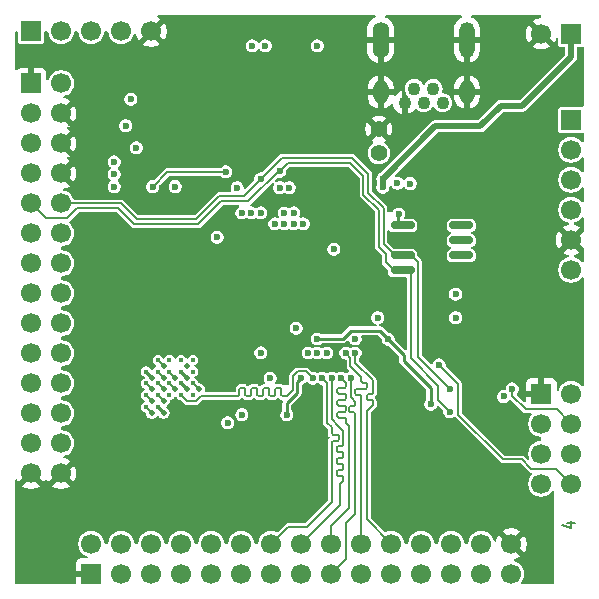
<source format=gbr>
%TF.GenerationSoftware,KiCad,Pcbnew,9.0.0+1*%
%TF.CreationDate,2025-08-24T22:54:41+08:00*%
%TF.ProjectId,cube,63756265-2e6b-4696-9361-645f70636258,rev?*%
%TF.SameCoordinates,Original*%
%TF.FileFunction,Copper,L4,Bot*%
%TF.FilePolarity,Positive*%
%FSLAX46Y46*%
G04 Gerber Fmt 4.6, Leading zero omitted, Abs format (unit mm)*
G04 Created by KiCad (PCBNEW 9.0.0+1) date 2025-08-24 22:54:41*
%MOMM*%
%LPD*%
G01*
G04 APERTURE LIST*
G04 Aperture macros list*
%AMRoundRect*
0 Rectangle with rounded corners*
0 $1 Rounding radius*
0 $2 $3 $4 $5 $6 $7 $8 $9 X,Y pos of 4 corners*
0 Add a 4 corners polygon primitive as box body*
4,1,4,$2,$3,$4,$5,$6,$7,$8,$9,$2,$3,0*
0 Add four circle primitives for the rounded corners*
1,1,$1+$1,$2,$3*
1,1,$1+$1,$4,$5*
1,1,$1+$1,$6,$7*
1,1,$1+$1,$8,$9*
0 Add four rect primitives between the rounded corners*
20,1,$1+$1,$2,$3,$4,$5,0*
20,1,$1+$1,$4,$5,$6,$7,0*
20,1,$1+$1,$6,$7,$8,$9,0*
20,1,$1+$1,$8,$9,$2,$3,0*%
G04 Aperture macros list end*
%ADD10C,0.200000*%
%TA.AperFunction,NonConductor*%
%ADD11C,0.200000*%
%TD*%
%TA.AperFunction,ComponentPad*%
%ADD12R,1.700000X1.700000*%
%TD*%
%TA.AperFunction,ComponentPad*%
%ADD13C,1.700000*%
%TD*%
%TA.AperFunction,ComponentPad*%
%ADD14C,1.400000*%
%TD*%
%TA.AperFunction,ComponentPad*%
%ADD15C,1.100000*%
%TD*%
%TA.AperFunction,ComponentPad*%
%ADD16O,1.300000X2.000000*%
%TD*%
%TA.AperFunction,ComponentPad*%
%ADD17O,1.300000X3.050000*%
%TD*%
%TA.AperFunction,ComponentPad*%
%ADD18O,1.400000X3.050000*%
%TD*%
%TA.AperFunction,SMDPad,CuDef*%
%ADD19RoundRect,0.150000X0.825000X0.150000X-0.825000X0.150000X-0.825000X-0.150000X0.825000X-0.150000X0*%
%TD*%
%TA.AperFunction,SMDPad,CuDef*%
%ADD20C,0.370000*%
%TD*%
%TA.AperFunction,ViaPad*%
%ADD21C,0.600000*%
%TD*%
%TA.AperFunction,ViaPad*%
%ADD22C,0.500000*%
%TD*%
%TA.AperFunction,Conductor*%
%ADD23C,0.254000*%
%TD*%
%TA.AperFunction,Conductor*%
%ADD24C,0.152400*%
%TD*%
%TA.AperFunction,Conductor*%
%ADD25C,0.508000*%
%TD*%
%TA.AperFunction,Conductor*%
%ADD26C,0.127000*%
%TD*%
G04 APERTURE END LIST*
D10*
D11*
X122225552Y-117419523D02*
X122892219Y-117419523D01*
X121844600Y-117657618D02*
X122558885Y-117895713D01*
X122558885Y-117895713D02*
X122558885Y-117276666D01*
D12*
%TO.P,J6,1,Pin_1*%
%TO.N,GND*%
X76869000Y-80236000D03*
D13*
%TO.P,J6,2,Pin_2*%
%TO.N,+VIO*%
X79409000Y-80236000D03*
%TO.P,J6,3,Pin_3*%
%TO.N,/DEVICE/VSEL_P1*%
X76869000Y-82776000D03*
%TO.P,J6,4,Pin_4*%
%TO.N,GND*%
X79409000Y-82776000D03*
%TO.P,J6,5,Pin_5*%
%TO.N,/DEVICE/VSEL_P2*%
X76869000Y-85316000D03*
%TO.P,J6,6,Pin_6*%
%TO.N,GND*%
X79409000Y-85316000D03*
%TO.P,J6,7,Pin_7*%
%TO.N,/DEVICE/VSEL_P3*%
X76869000Y-87856000D03*
%TO.P,J6,8,Pin_8*%
%TO.N,GND*%
X79409000Y-87856000D03*
%TO.P,J6,9,Pin_9*%
%TO.N,/DEVICE/HAT_I2C_SDA*%
X76869000Y-90396000D03*
%TO.P,J6,10,Pin_10*%
%TO.N,/DEVICE/HAT_I2C_SCL*%
X79409000Y-90396000D03*
%TO.P,J6,11,Pin_11*%
%TO.N,/DEVICE/GPIO_P0*%
X76869000Y-92936000D03*
%TO.P,J6,12,Pin_12*%
%TO.N,/DEVICE/GPIO_P1*%
X79409000Y-92936000D03*
%TO.P,J6,13,Pin_13*%
%TO.N,/DEVICE/GPIO_P2*%
X76869000Y-95476000D03*
%TO.P,J6,14,Pin_14*%
%TO.N,/DEVICE/GPIO_P3*%
X79409000Y-95476000D03*
%TO.P,J6,15,Pin_15*%
%TO.N,/DEVICE/GPIO_P4*%
X76869000Y-98016000D03*
%TO.P,J6,16,Pin_16*%
%TO.N,/DEVICE/GPIO_P5*%
X79409000Y-98016000D03*
%TO.P,J6,17,Pin_17*%
%TO.N,/DEVICE/GPIO_P6*%
X76869000Y-100556000D03*
%TO.P,J6,18,Pin_18*%
%TO.N,/DEVICE/GPIO_P7*%
X79409000Y-100556000D03*
%TO.P,J6,19,Pin_19*%
%TO.N,/DEVICE/GPIO_P8*%
X76869000Y-103096000D03*
%TO.P,J6,20,Pin_20*%
%TO.N,/DEVICE/GPIO_P9*%
X79409000Y-103096000D03*
%TO.P,J6,21,Pin_21*%
%TO.N,/DEVICE/GPIO_P10*%
X76869000Y-105636000D03*
%TO.P,J6,22,Pin_22*%
%TO.N,/DEVICE/GPIO_P11*%
X79409000Y-105636000D03*
%TO.P,J6,23,Pin_23*%
%TO.N,/DEVICE/GPIO_P12*%
X76869000Y-108176000D03*
%TO.P,J6,24,Pin_24*%
%TO.N,/DEVICE/GPIO_P13*%
X79409000Y-108176000D03*
%TO.P,J6,25,Pin_25*%
%TO.N,/DEVICE/GPIO_P14*%
X76869000Y-110716000D03*
%TO.P,J6,26,Pin_26*%
%TO.N,/DEVICE/GPIO_P15*%
X79409000Y-110716000D03*
%TO.P,J6,27,Pin_27*%
%TO.N,GND*%
X76869000Y-113256000D03*
%TO.P,J6,28,Pin_28*%
X79409000Y-113256000D03*
%TD*%
D12*
%TO.P,J4,1,Pin_1*%
%TO.N,GND*%
X120070000Y-106510000D03*
D13*
%TO.P,J4,2,Pin_2*%
%TO.N,+1.8V*%
X122610000Y-106510000D03*
%TO.P,J4,3,Pin_3*%
%TO.N,/DEVICE/MCU_I2C_SDA*%
X120070000Y-109050000D03*
%TO.P,J4,4,Pin_4*%
%TO.N,/DEVICE/MCU_I2C_SCL*%
X122610000Y-109050000D03*
%TO.P,J4,5,Pin_5*%
%TO.N,/DEVICE/DP_I2S_BCLK*%
X120070000Y-111590000D03*
%TO.P,J4,6,Pin_6*%
%TO.N,/DEVICE/DP_I2S_LRCLK*%
X122610000Y-111590000D03*
%TO.P,J4,7,Pin_7*%
%TO.N,/DEVICE/DP_I2S_DATA*%
X120070000Y-114130000D03*
%TO.P,J4,8,Pin_8*%
%TO.N,/DEVICE/DP_I2S_OSCLK*%
X122610000Y-114130000D03*
%TD*%
D14*
%TO.P,CONFIG1,1,1*%
%TO.N,/DEVICE/D8_RECONFIG*%
X106310000Y-86120000D03*
%TO.P,CONFIG1,2,2*%
%TO.N,GND*%
X106310000Y-84120000D03*
%TD*%
D12*
%TO.P,J7,1,Pin_1*%
%TO.N,/DEVICE/A2_JTAG_TDO*%
X122610000Y-83320000D03*
D13*
%TO.P,J7,2,Pin_2*%
%TO.N,/DEVICE/C1_JTAG_TCK*%
X122610000Y-85860000D03*
%TO.P,J7,3,Pin_3*%
%TO.N,/DEVICE/B1_JTAG_TMS*%
X122610000Y-88400000D03*
%TO.P,J7,4,Pin_4*%
%TO.N,/DEVICE/A3_JTAG_TDI*%
X122610000Y-90940000D03*
%TO.P,J7,5,Pin_5*%
%TO.N,GND*%
X122610000Y-93480000D03*
%TO.P,J7,6,Pin_6*%
%TO.N,+3.3V*%
X122610000Y-96020000D03*
%TD*%
D12*
%TO.P,J10,1,Pin_1*%
%TO.N,+VSYS*%
X122610000Y-76030000D03*
D13*
%TO.P,J10,2,Pin_2*%
%TO.N,GND*%
X120070000Y-76030000D03*
%TD*%
D12*
%TO.P,J9,1,Pin_1*%
%TO.N,unconnected-(J9-Pin_1-Pad1)*%
X76890000Y-75826800D03*
D13*
%TO.P,J9,2,Pin_2*%
%TO.N,unconnected-(J9-Pin_2-Pad2)*%
X79430000Y-75826800D03*
%TO.P,J9,3,Pin_3*%
%TO.N,unconnected-(J9-Pin_3-Pad3)*%
X81970000Y-75826800D03*
%TO.P,J9,4,Pin_4*%
%TO.N,unconnected-(J9-Pin_4-Pad4)*%
X84510000Y-75826800D03*
%TO.P,J9,5,Pin_5*%
%TO.N,GND*%
X87050000Y-75826800D03*
%TD*%
D15*
%TO.P,J8,1,VBUS*%
%TO.N,Net-(J8-VBUS)*%
X111710000Y-81870000D03*
%TO.P,J8,2,D-*%
%TO.N,/DEVICE/USBD_N*%
X110910000Y-80670000D03*
%TO.P,J8,3,D+*%
%TO.N,/DEVICE/USBD_P*%
X110110000Y-81870000D03*
%TO.P,J8,4,ID*%
%TO.N,unconnected-(J8-ID-Pad4)*%
X109310000Y-80670000D03*
%TO.P,J8,5,GND*%
%TO.N,GND*%
X108510000Y-81870000D03*
D16*
%TO.P,J8,6,Shield*%
X113760000Y-80970000D03*
D17*
X113760000Y-76545000D03*
D16*
X106460000Y-80970000D03*
D18*
X106460000Y-76545000D03*
%TD*%
D12*
%TO.P,J3,1,Pin_1*%
%TO.N,GND*%
X81970000Y-121750000D03*
D13*
%TO.P,J3,2,Pin_2*%
%TO.N,/DEVICE/DP_PCLK*%
X81970000Y-119210000D03*
%TO.P,J3,3,Pin_3*%
%TO.N,/DEVICE/DP_D23*%
X84510000Y-121750000D03*
%TO.P,J3,4,Pin_4*%
%TO.N,/DEVICE/DP_D22*%
X84510000Y-119210000D03*
%TO.P,J3,5,Pin_5*%
%TO.N,/DEVICE/DP_D21*%
X87050000Y-121750000D03*
%TO.P,J3,6,Pin_6*%
%TO.N,/DEVICE/DP_D20*%
X87050000Y-119210000D03*
%TO.P,J3,7,Pin_7*%
%TO.N,/DEVICE/DP_D17*%
X89590000Y-121750000D03*
%TO.P,J3,8,Pin_8*%
%TO.N,/DEVICE/DP_D19*%
X89590000Y-119210000D03*
%TO.P,J3,9,Pin_9*%
%TO.N,/DEVICE/DP_D16*%
X92130000Y-121750000D03*
%TO.P,J3,10,Pin_10*%
%TO.N,/DEVICE/DP_D18*%
X92130000Y-119210000D03*
%TO.P,J3,11,Pin_11*%
%TO.N,/DEVICE/DP_D13*%
X94670000Y-121750000D03*
%TO.P,J3,12,Pin_12*%
%TO.N,/DEVICE/DP_D15*%
X94670000Y-119210000D03*
%TO.P,J3,13,Pin_13*%
%TO.N,/DEVICE/DP_D14*%
X97210000Y-121750000D03*
%TO.P,J3,14,Pin_14*%
%TO.N,/DEVICE/DP_D12*%
X97210000Y-119210000D03*
%TO.P,J3,15,Pin_15*%
%TO.N,/DEVICE/DP_D11*%
X99750000Y-121750000D03*
%TO.P,J3,16,Pin_16*%
%TO.N,/DEVICE/DP_D10*%
X99750000Y-119210000D03*
%TO.P,J3,17,Pin_17*%
%TO.N,/DEVICE/DP_D9*%
X102290000Y-121750000D03*
%TO.P,J3,18,Pin_18*%
%TO.N,/DEVICE/DP_D8*%
X102290000Y-119210000D03*
%TO.P,J3,19,Pin_19*%
%TO.N,/DEVICE/DP_D7*%
X104830000Y-121750000D03*
%TO.P,J3,20,Pin_20*%
%TO.N,/DEVICE/DP_D6*%
X104830000Y-119210000D03*
%TO.P,J3,21,Pin_21*%
%TO.N,/DEVICE/DP_D5*%
X107370000Y-121750000D03*
%TO.P,J3,22,Pin_22*%
%TO.N,/DEVICE/DP_D4*%
X107370000Y-119210000D03*
%TO.P,J3,23,Pin_23*%
%TO.N,/DEVICE/DP_D3*%
X109910000Y-121750000D03*
%TO.P,J3,24,Pin_24*%
%TO.N,/DEVICE/DP_D2*%
X109910000Y-119210000D03*
%TO.P,J3,25,Pin_25*%
%TO.N,/DEVICE/DP_D1*%
X112450000Y-121750000D03*
%TO.P,J3,26,Pin_26*%
%TO.N,/DEVICE/DP_D0*%
X112450000Y-119210000D03*
%TO.P,J3,27,Pin_27*%
%TO.N,/DEVICE/DP_HSYNC*%
X114990000Y-121750000D03*
%TO.P,J3,28,Pin_28*%
%TO.N,/DEVICE/DP_VSYNC*%
X114990000Y-119210000D03*
%TO.P,J3,29,Pin_29*%
%TO.N,/DEVICE/DP_DE*%
X117530000Y-121750000D03*
%TO.P,J3,30,Pin_30*%
%TO.N,GND*%
X117530000Y-119210000D03*
%TD*%
D19*
%TO.P,U3,1,A0*%
%TO.N,unconnected-(U3-A0-Pad1)*%
X113285000Y-92265000D03*
%TO.P,U3,2,A1*%
%TO.N,unconnected-(U3-A1-Pad2)*%
X113285000Y-93535000D03*
%TO.P,U3,3,A2*%
%TO.N,unconnected-(U3-A2-Pad3)*%
X113285000Y-94805000D03*
%TO.P,U3,4,GND*%
%TO.N,GND*%
X113285000Y-96075000D03*
%TO.P,U3,5,SDA*%
%TO.N,/DEVICE/HAT_I2C_SDA*%
X108335000Y-96075000D03*
%TO.P,U3,6,SCL*%
%TO.N,/DEVICE/HAT_I2C_SCL*%
X108335000Y-94805000D03*
%TO.P,U3,7,WP*%
%TO.N,GND*%
X108335000Y-93535000D03*
%TO.P,U3,8,VCC*%
%TO.N,+3.3V*%
X108335000Y-92265000D03*
%TD*%
D20*
%TO.P,U4,A2,RFU*%
%TO.N,unconnected-(U4-RFU-PadA2)*%
X90590000Y-106638372D03*
%TO.P,U4,A3,~{CS}*%
%TO.N,/DEVICE/RAM_CS*%
X90590000Y-105638372D03*
%TO.P,U4,A4,~{RST}*%
%TO.N,unconnected-(U4-~{RST}-PadA4)*%
X90590000Y-104638372D03*
%TO.P,U4,A5,RFU*%
%TO.N,unconnected-(U4-RFU-PadA5)*%
X90590000Y-103638372D03*
%TO.P,U4,B1,~{CK}*%
%TO.N,GND*%
X89590000Y-107638372D03*
%TO.P,U4,B2,CK*%
%TO.N,/DEVICE/RAM_CLK*%
X89590000Y-106638372D03*
%TO.P,U4,B3,VSS*%
%TO.N,GND*%
X89590000Y-105638372D03*
%TO.P,U4,B4,VCC*%
%TO.N,+1.8V*%
X89590000Y-104638372D03*
%TO.P,U4,B5,RFU*%
%TO.N,unconnected-(U4-RFU-PadB5)*%
X89590000Y-103638372D03*
%TO.P,U4,C1,VSSQ*%
%TO.N,GND*%
X88590000Y-107638372D03*
%TO.P,U4,C2,RFU*%
%TO.N,unconnected-(U4-RFU-PadC2)*%
X88590000Y-106638372D03*
%TO.P,U4,C3,RWDS*%
%TO.N,/DEVICE/RAM_RWDS*%
X88590000Y-105638372D03*
%TO.P,U4,C4,DQ2*%
%TO.N,/DEVICE/RAM_D2*%
X88590000Y-104638372D03*
%TO.P,U4,C5,RFU*%
%TO.N,unconnected-(U4-RFU-PadC5)*%
X88590000Y-103638372D03*
%TO.P,U4,D1,VCCQ*%
%TO.N,+1.8V*%
X87590000Y-107638372D03*
%TO.P,U4,D2,DQ1*%
%TO.N,/DEVICE/RAM_D1*%
X87590000Y-106638372D03*
%TO.P,U4,D3,DQ0*%
%TO.N,/DEVICE/RAM_D0*%
X87590000Y-105638372D03*
%TO.P,U4,D4,DQ3*%
%TO.N,/DEVICE/RAM_D3*%
X87590000Y-104638372D03*
%TO.P,U4,D5,DQ4*%
%TO.N,/DEVICE/RAM_D4*%
X87590000Y-103638372D03*
%TO.P,U4,E1,DQ7*%
%TO.N,/DEVICE/RAM_D7*%
X86590000Y-107638372D03*
%TO.P,U4,E2,DQ6*%
%TO.N,/DEVICE/RAM_D6*%
X86590000Y-106638372D03*
%TO.P,U4,E3,DQ5*%
%TO.N,/DEVICE/RAM_D5*%
X86590000Y-105638372D03*
%TO.P,U4,E4,VCCQ*%
%TO.N,+1.8V*%
X86590000Y-104638372D03*
%TO.P,U4,E5,VSSQ*%
%TO.N,GND*%
X86590000Y-103638372D03*
%TD*%
D21*
%TO.N,GND*%
X109610000Y-106420000D03*
X88110000Y-86570000D03*
X99210000Y-97970000D03*
X102720300Y-100970000D03*
X106760000Y-109720000D03*
X111610000Y-94820000D03*
X101410000Y-115220000D03*
X101120100Y-92138380D03*
X92710000Y-109720000D03*
X93910000Y-79570000D03*
X96410000Y-82570000D03*
X93360000Y-89059900D03*
X87160000Y-82770000D03*
X86110000Y-93270000D03*
X86590010Y-109570000D03*
D22*
X87090000Y-104138382D03*
D21*
X93921740Y-103059900D03*
X100710000Y-100070000D03*
X96319500Y-100970000D03*
X99510000Y-87670000D03*
X100010000Y-78870000D03*
X110560000Y-113520000D03*
X101120100Y-106138380D03*
X90610000Y-93970000D03*
X93510000Y-107470000D03*
X101410000Y-113520000D03*
X110010000Y-92240000D03*
X107810000Y-97970000D03*
X114610000Y-104970000D03*
X91060000Y-90470000D03*
X85260000Y-90020000D03*
X83910000Y-81570000D03*
X91110000Y-83570000D03*
X106210000Y-95970000D03*
X112310000Y-110570000D03*
X90110000Y-75970000D03*
X93910000Y-81970000D03*
X105519380Y-91203140D03*
X85410000Y-105118382D03*
X83910000Y-85115950D03*
X100005000Y-77065000D03*
X116885000Y-101470000D03*
X100721320Y-89059900D03*
X106210000Y-103059900D03*
D22*
X90089990Y-106138372D03*
D21*
X119910000Y-86570000D03*
X89061000Y-91020000D03*
D22*
X90090000Y-104138362D03*
D21*
X92635000Y-92138380D03*
X106760000Y-107970000D03*
X103710000Y-92138380D03*
X87160000Y-81970000D03*
D22*
X89090000Y-108138372D03*
D21*
X117510000Y-112870000D03*
X110010000Y-88715000D03*
X91910000Y-86870000D03*
X104320497Y-89059900D03*
X85910000Y-115820000D03*
X93910000Y-77065000D03*
X82110000Y-109570000D03*
X115110000Y-92265000D03*
X98321020Y-105203140D03*
X81960000Y-91670000D03*
X112860000Y-115820000D03*
X101060000Y-95970000D03*
D22*
X90089990Y-108138372D03*
D21*
X96319500Y-92138382D03*
X122610000Y-101470000D03*
X96410000Y-85420000D03*
X90560000Y-111870000D03*
%TO.N,+3.3V*%
X110710000Y-107390000D03*
X107980000Y-91335000D03*
X107100000Y-101890000D03*
X85780000Y-85689000D03*
X102510000Y-94270000D03*
X89061000Y-88970000D03*
X101110000Y-101870000D03*
X85310000Y-81570000D03*
%TO.N,+VIO*%
X92635000Y-93270000D03*
X84870120Y-83816000D03*
D22*
%TO.N,+1.8V*%
X90090000Y-105138362D03*
D21*
X116885000Y-106745000D03*
X98520000Y-108281620D03*
D22*
X87089990Y-105138362D03*
D21*
X104320497Y-101870000D03*
X99720000Y-105203142D03*
D22*
X88090000Y-108138362D03*
D21*
%TO.N,+VSYS*%
X106660000Y-89020000D03*
X106660000Y-88295000D03*
%TO.N,/DEVICE/D8_RECONFIG*%
X96319500Y-91203140D03*
X107890000Y-88700000D03*
%TO.N,/DEVICE/D7_DONE*%
X112810000Y-98070000D03*
X99310000Y-100970000D03*
%TO.N,/DEVICE/DP_D10*%
X102321520Y-105203140D03*
%TO.N,/DEVICE/DP_D12*%
X101521420Y-105203140D03*
%TO.N,/DEVICE/RAM_D2*%
X96319500Y-103059900D03*
D22*
X89089990Y-105138362D03*
D21*
%TO.N,/DEVICE/DP_D6*%
X103520400Y-103059900D03*
%TO.N,/DEVICE/DP_D17*%
X93510000Y-108970000D03*
D22*
%TO.N,/DEVICE/RAM_D3*%
X88089990Y-105138362D03*
%TO.N,/DEVICE/RAM_RWDS*%
X89090000Y-106138372D03*
D21*
%TO.N,/DEVICE/RAM_CLK*%
X100721320Y-105203140D03*
D22*
%TO.N,/DEVICE/RAM_CS*%
X91090000Y-106138362D03*
%TO.N,/DEVICE/RAM_D6*%
X87090000Y-107138372D03*
D21*
%TO.N,/DEVICE/E8_READY*%
X97119600Y-105203140D03*
X112810000Y-100070000D03*
X106210000Y-100070000D03*
D22*
%TO.N,/DEVICE/RAM_D0*%
X88089990Y-106138362D03*
D21*
X101120100Y-103059900D03*
%TO.N,/DEVICE/DP_D16*%
X94719300Y-108281620D03*
D22*
%TO.N,/DEVICE/RAM_D5*%
X87090000Y-106138372D03*
%TO.N,/DEVICE/RAM_D4*%
X88089990Y-104138362D03*
D21*
X100320000Y-103059900D03*
%TO.N,/DEVICE/DP_D9*%
X103921722Y-105203140D03*
D22*
%TO.N,/DEVICE/RAM_D1*%
X88090000Y-107138362D03*
D21*
X101920200Y-103059902D03*
%TO.N,/DEVICE/DP_D4*%
X104320497Y-103059900D03*
%TO.N,/DEVICE/DP_D8*%
X103121620Y-105203140D03*
D22*
%TO.N,/DEVICE/RAM_D7*%
X87090000Y-108138362D03*
D21*
%TO.N,/DEVICE/A2_JTAG_TDO*%
X98719800Y-89059900D03*
%TO.N,/DEVICE/C1_JTAG_TCK*%
X108985000Y-88715000D03*
X97919700Y-89059900D03*
%TO.N,/DEVICE/SD_DAT0*%
X95519397Y-91203140D03*
X101105000Y-77065000D03*
%TO.N,/DEVICE/GPIO_P14*%
X99121120Y-92138380D03*
%TO.N,/DEVICE/SD_CMD*%
X96705000Y-77065000D03*
X94719300Y-91203140D03*
%TO.N,/DEVICE/GPIO_P13*%
X98321020Y-92138380D03*
%TO.N,/DEVICE/SD_PWRON*%
X87160000Y-88970000D03*
X93360000Y-87720000D03*
%TO.N,/DEVICE/SD_DAT3*%
X95605000Y-77065000D03*
X94320520Y-89059900D03*
%TO.N,/DEVICE/A3_JTAG_TDI*%
X99121120Y-91203140D03*
%TO.N,/DEVICE/B1_JTAG_TMS*%
X98321020Y-91203140D03*
%TO.N,/DEVICE/HAT_I2C_SCL*%
X96310000Y-88320000D03*
X112335000Y-106095000D03*
%TO.N,/DEVICE/GPIO_P12*%
X97520920Y-92138380D03*
%TO.N,/DEVICE/HAT_I2C_SDA*%
X112335000Y-108045000D03*
X97919700Y-87670000D03*
%TO.N,/DEVICE/GPIO_P15*%
X99921220Y-92138380D03*
%TO.N,/DEVICE/VSEL_P1*%
X83910000Y-86870000D03*
%TO.N,/DEVICE/VSEL_P3*%
X83910000Y-88970000D03*
%TO.N,/DEVICE/VSEL_P2*%
X83910000Y-87920000D03*
%TO.N,/DEVICE/MCU_I2C_SCL*%
X117610000Y-106095000D03*
%TO.N,/DEVICE/DP_I2S_OSCLK*%
X111410000Y-104070000D03*
%TD*%
D23*
%TO.N,GND*%
X90089990Y-106138372D02*
X89590000Y-105638382D01*
D24*
X105620100Y-102470000D02*
X106210000Y-103059900D01*
X101260000Y-102470000D02*
X101711220Y-102470000D01*
X97819500Y-102470000D02*
X101260000Y-102470000D01*
X101260000Y-102470000D02*
X105620100Y-102470000D01*
D23*
X89090000Y-108138372D02*
X88590000Y-107638372D01*
X90089990Y-108138372D02*
X89590000Y-107638372D01*
D24*
X96319500Y-100970000D02*
X97819500Y-102470000D01*
D23*
%TO.N,+3.3V*%
X103960000Y-101170000D02*
X106380000Y-101170000D01*
X108410000Y-103720000D02*
X110710000Y-106020000D01*
X108335000Y-92265000D02*
X107910000Y-92265000D01*
X106380000Y-101170000D02*
X107100000Y-101890000D01*
X107100000Y-101890000D02*
X108410000Y-103200000D01*
X108410000Y-103200000D02*
X108410000Y-103720000D01*
X103260000Y-101870000D02*
X103960000Y-101170000D01*
X110710000Y-106020000D02*
X110710000Y-107390000D01*
D24*
X85770000Y-85823950D02*
X85778000Y-85815950D01*
D23*
X101110000Y-101870000D02*
X103260000Y-101870000D01*
X107910000Y-91320000D02*
X107910000Y-92265000D01*
%TO.N,+1.8V*%
X99410000Y-106420000D02*
X99410000Y-105513142D01*
X88090000Y-108138362D02*
X87590000Y-107638372D01*
X90090000Y-105138362D02*
X89590000Y-104638372D01*
X98520000Y-108281620D02*
X98520000Y-107310000D01*
X98520000Y-107310000D02*
X99410000Y-106420000D01*
X99410000Y-105513142D02*
X99720000Y-105203142D01*
X87089990Y-105138362D02*
X86590000Y-104638372D01*
D25*
%TO.N,+VSYS*%
X122610000Y-76030000D02*
X122610000Y-77970000D01*
X106660000Y-89020000D02*
X106660000Y-88295000D01*
X111085000Y-83870000D02*
X106660000Y-88295000D01*
X114910000Y-83870000D02*
X111085000Y-83870000D01*
X118435000Y-82145000D02*
X116635000Y-82145000D01*
X122610000Y-77970000D02*
X118435000Y-82145000D01*
X116635000Y-82145000D02*
X114910000Y-83870000D01*
D24*
%TO.N,/DEVICE/DP_D10*%
X102775552Y-111334800D02*
X102775552Y-111030000D01*
X102877152Y-113468400D02*
X102775552Y-113366800D01*
X102877152Y-110928400D02*
X103208400Y-110928400D01*
X103208400Y-111944400D02*
X103310000Y-111842800D01*
X103310000Y-112858800D02*
X103310000Y-112554000D01*
X102877152Y-111944400D02*
X103208400Y-111944400D01*
X103010000Y-115950000D02*
X99750000Y-119210000D01*
X103310000Y-113870000D02*
X103010000Y-114170000D01*
X103310000Y-109670000D02*
X102841565Y-109201565D01*
X102775552Y-111030000D02*
X102877152Y-110928400D01*
X103208400Y-110928400D02*
X103310000Y-110826800D01*
X103310000Y-112554000D02*
X103208400Y-112452400D01*
X102775552Y-112046000D02*
X102877152Y-111944400D01*
X102877152Y-112452400D02*
X102775552Y-112350800D01*
X102841565Y-109201565D02*
X102321520Y-108681520D01*
X103310000Y-111538000D02*
X103208400Y-111436400D01*
X103010000Y-114170000D02*
X103010000Y-115950000D01*
X102321520Y-108681520D02*
X102321520Y-105203140D01*
X103310000Y-113570000D02*
X103208400Y-113468400D01*
X103208400Y-111436400D02*
X102877152Y-111436400D01*
X102877152Y-111436400D02*
X102775552Y-111334800D01*
X103208400Y-112960400D02*
X103310000Y-112858800D01*
X103310000Y-110826800D02*
X103310000Y-109670000D01*
X103208400Y-113468400D02*
X102877152Y-113468400D01*
X103310000Y-111842800D02*
X103310000Y-111538000D01*
X102775552Y-112350800D02*
X102775552Y-112046000D01*
X102775552Y-113366800D02*
X102775552Y-113062000D01*
X103208400Y-112452400D02*
X102877152Y-112452400D01*
X102877152Y-112960400D02*
X103208400Y-112960400D01*
X103310000Y-113570000D02*
X103310000Y-113870000D01*
X102775552Y-113062000D02*
X102877152Y-112960400D01*
%TO.N,/DEVICE/DP_D12*%
X100190000Y-117790000D02*
X98630000Y-117790000D01*
X102839220Y-109971600D02*
X102940820Y-110073200D01*
X101910000Y-105591720D02*
X101910000Y-108970000D01*
X102940820Y-110378000D02*
X102839220Y-110479600D01*
X101521420Y-105203140D02*
X101910000Y-105591720D01*
X102310000Y-115670000D02*
X100190000Y-117790000D01*
X102411600Y-110479600D02*
X102310000Y-110581200D01*
X102310000Y-109370000D02*
X102310000Y-109870000D01*
X102940820Y-110073200D02*
X102940820Y-110378000D01*
X102310000Y-111170000D02*
X102310000Y-115670000D01*
X101910000Y-108970000D02*
X102310000Y-109370000D01*
X102310000Y-110581200D02*
X102310000Y-111170000D01*
X102839220Y-110479600D02*
X102411600Y-110479600D01*
X98630000Y-117790000D02*
X97210000Y-119210000D01*
X102310000Y-109870000D02*
X102411600Y-109971600D01*
X102411600Y-109971600D02*
X102839220Y-109971600D01*
%TO.N,/DEVICE/RAM_D2*%
X89089990Y-105138362D02*
X88590000Y-104638372D01*
%TO.N,/DEVICE/DP_D6*%
X103520400Y-103059900D02*
X103910000Y-103449500D01*
X103910000Y-103449500D02*
X103910000Y-104170000D01*
X104931600Y-105571600D02*
X105240383Y-105571600D01*
X104728400Y-106587600D02*
X104830000Y-106689200D01*
X104318017Y-106486000D02*
X104419617Y-106587600D01*
X104318017Y-106181200D02*
X104318017Y-106486000D01*
X105240383Y-105571600D02*
X105341983Y-105673200D01*
X105341983Y-105673200D02*
X105341983Y-105978000D01*
X104419617Y-106079600D02*
X104318017Y-106181200D01*
X104830000Y-105470000D02*
X104931600Y-105571600D01*
X105341983Y-105978000D02*
X105240383Y-106079600D01*
X104830000Y-105090000D02*
X104830000Y-105470000D01*
X104419617Y-106587600D02*
X104728400Y-106587600D01*
X105240383Y-106079600D02*
X104419617Y-106079600D01*
X103910000Y-104170000D02*
X104830000Y-105090000D01*
X104830000Y-106689200D02*
X104830000Y-108921904D01*
X104830000Y-108921904D02*
X104830000Y-119210000D01*
%TO.N,/DEVICE/RAM_D3*%
X88089990Y-105138362D02*
X87590000Y-104638372D01*
%TO.N,/DEVICE/RAM_RWDS*%
X88590000Y-105638372D02*
X89090000Y-106138372D01*
D26*
%TO.N,/DEVICE/RAM_CLK*%
X96432800Y-106720000D02*
X96128000Y-106720000D01*
X97550400Y-106618400D02*
X97448800Y-106720000D01*
X95924800Y-105991968D02*
X95620000Y-105991968D01*
X100138180Y-104620000D02*
X99435000Y-104620000D01*
X98510000Y-106720000D02*
X98160000Y-106720000D01*
X95518400Y-106093568D02*
X95518400Y-106618400D01*
X98160000Y-106720000D02*
X98058400Y-106618400D01*
X99010000Y-106220000D02*
X98510000Y-106720000D01*
X97042400Y-106093568D02*
X96940800Y-105991968D01*
X96026400Y-106618400D02*
X96026400Y-106093568D01*
X97956800Y-105991968D02*
X97652000Y-105991968D01*
X95010400Y-106093588D02*
X94908800Y-105991988D01*
X94908800Y-105991988D02*
X94604000Y-105991988D01*
X90841638Y-107138362D02*
X90089990Y-107138362D01*
X97652000Y-105991968D02*
X97550400Y-106093568D01*
X95010400Y-106618400D02*
X95010400Y-106093588D01*
X96026400Y-106093568D02*
X95924800Y-105991968D01*
X96534400Y-106093568D02*
X96534400Y-106618400D01*
X97448800Y-106720000D02*
X97144000Y-106720000D01*
X95416800Y-106720000D02*
X95112000Y-106720000D01*
X98058400Y-106618400D02*
X98058400Y-106093568D01*
X94400800Y-106720000D02*
X93160000Y-106720000D01*
X94502400Y-106618400D02*
X94400800Y-106720000D01*
X96128000Y-106720000D02*
X96026400Y-106618400D01*
X100721320Y-105203140D02*
X100138180Y-104620000D01*
X95112000Y-106720000D02*
X95010400Y-106618400D01*
X90089990Y-107138362D02*
X89590000Y-106638372D01*
X97550400Y-106093568D02*
X97550400Y-106618400D01*
X94604000Y-105991988D02*
X94502400Y-106093588D01*
X99435000Y-104620000D02*
X99010000Y-105045000D01*
X97042400Y-106618400D02*
X97042400Y-106093568D01*
X99010000Y-105045000D02*
X99010000Y-106220000D01*
X91260000Y-106720000D02*
X90841638Y-107138362D01*
X95518400Y-106618400D02*
X95416800Y-106720000D01*
X94502400Y-106093588D02*
X94502400Y-106618400D01*
X96940800Y-105991968D02*
X96636000Y-105991968D01*
X96636000Y-105991968D02*
X96534400Y-106093568D01*
X93160000Y-106720000D02*
X91260000Y-106720000D01*
X95620000Y-105991968D02*
X95518400Y-106093568D01*
X98058400Y-106093568D02*
X97956800Y-105991968D01*
X97144000Y-106720000D02*
X97042400Y-106618400D01*
X96534400Y-106618400D02*
X96432800Y-106720000D01*
D24*
%TO.N,/DEVICE/RAM_CS*%
X91089990Y-106138362D02*
X90590000Y-105638372D01*
X91090000Y-106138362D02*
X91089990Y-106138362D01*
%TO.N,/DEVICE/RAM_D6*%
X86590000Y-106638372D02*
X87090000Y-107138372D01*
%TO.N,/DEVICE/RAM_D0*%
X87590000Y-105638372D02*
X88089990Y-106138362D01*
%TO.N,/DEVICE/RAM_D5*%
X86590000Y-105638372D02*
X87090000Y-106138372D01*
%TO.N,/DEVICE/RAM_D4*%
X87590000Y-103638372D02*
X88089990Y-104138362D01*
%TO.N,/DEVICE/DP_D9*%
X103790000Y-107688916D02*
X103891600Y-107587316D01*
X103560000Y-117420000D02*
X104310000Y-116670000D01*
X103560000Y-120480000D02*
X103560000Y-117420000D01*
X103891600Y-107587316D02*
X104208400Y-107587316D01*
X104310000Y-107170000D02*
X104010000Y-106870000D01*
X104310000Y-108196916D02*
X104208400Y-108095316D01*
X104310000Y-116670000D02*
X104310000Y-108196916D01*
X103790000Y-107993716D02*
X103790000Y-107688916D01*
X104310000Y-107485716D02*
X104310000Y-107170000D01*
X104208400Y-107587316D02*
X104310000Y-107485716D01*
X104010000Y-106870000D02*
X103921722Y-106781722D01*
X103891600Y-108095316D02*
X103790000Y-107993716D01*
X104208400Y-108095316D02*
X103891600Y-108095316D01*
X102290000Y-121750000D02*
X103560000Y-120480000D01*
X103921722Y-106781722D02*
X103921722Y-105203140D01*
%TO.N,/DEVICE/RAM_D1*%
X87590000Y-106638372D02*
X87590010Y-106638372D01*
X87590010Y-106638372D02*
X88090000Y-107138362D01*
%TO.N,/DEVICE/DP_D4*%
X105810000Y-107160872D02*
X105710000Y-107060872D01*
X105310000Y-107970000D02*
X105810000Y-107470000D01*
X105810000Y-105370000D02*
X104320497Y-103880497D01*
X104320497Y-103880497D02*
X104320497Y-103059900D01*
X105810000Y-107470000D02*
X105810000Y-107160872D01*
X105427128Y-106552872D02*
X105727128Y-106552872D01*
X105810000Y-106470000D02*
X105810000Y-105370000D01*
X105400872Y-107060872D02*
X105310000Y-106970000D01*
X107370000Y-119210000D02*
X105310000Y-117150000D01*
X105710000Y-107060872D02*
X105400872Y-107060872D01*
X105310000Y-117150000D02*
X105310000Y-107970000D01*
X105727128Y-106552872D02*
X105810000Y-106470000D01*
X105310000Y-106970000D02*
X105310000Y-106670000D01*
X105310000Y-106670000D02*
X105427128Y-106552872D01*
%TO.N,/DEVICE/DP_D8*%
X102813988Y-108431520D02*
X102915588Y-108533120D01*
X103510000Y-106907520D02*
X103408400Y-107009120D01*
X103408400Y-106501120D02*
X103510000Y-106602720D01*
X102290000Y-119210000D02*
X102290000Y-117690000D01*
X103510000Y-105891520D02*
X103408400Y-105993120D01*
X103810000Y-116170000D02*
X103810000Y-109270000D01*
X103510000Y-108634720D02*
X103510000Y-108970000D01*
X102915609Y-107517120D02*
X103408400Y-107517120D01*
X102814009Y-107110720D02*
X102814009Y-107415520D01*
X103510000Y-107618720D02*
X103510000Y-107923520D01*
X102813988Y-108126720D02*
X102813988Y-108431520D01*
X103510000Y-107923520D02*
X103408400Y-108025120D01*
X102814009Y-106399520D02*
X102915609Y-106501120D01*
X103408400Y-107517120D02*
X103510000Y-107618720D01*
X103408400Y-108533120D02*
X103510000Y-108634720D01*
X103408400Y-105993120D02*
X102915609Y-105993120D01*
X102915588Y-108025120D02*
X102813988Y-108126720D01*
X102915609Y-107009120D02*
X102814009Y-107110720D01*
X102915609Y-105993120D02*
X102814009Y-106094720D01*
X103408400Y-108025120D02*
X102915588Y-108025120D01*
X102814009Y-107415520D02*
X102915609Y-107517120D01*
X103510000Y-106602720D02*
X103510000Y-106907520D01*
X103408400Y-107009120D02*
X102915609Y-107009120D01*
X103810000Y-109270000D02*
X103510000Y-108970000D01*
X102915588Y-108533120D02*
X103408400Y-108533120D01*
X103510000Y-105591520D02*
X103510000Y-105891520D01*
X102290000Y-117690000D02*
X103810000Y-116170000D01*
X103121620Y-105203140D02*
X103510000Y-105591520D01*
X102814009Y-106094720D02*
X102814009Y-106399520D01*
X102915609Y-106501120D02*
X103408400Y-106501120D01*
%TO.N,/DEVICE/RAM_D7*%
X87090000Y-108138362D02*
X87089990Y-108138362D01*
X87089990Y-108138362D02*
X86590000Y-107638372D01*
%TO.N,/DEVICE/SD_PWRON*%
X88410000Y-87720000D02*
X93360000Y-87720000D01*
X87160000Y-88970000D02*
X88410000Y-87720000D01*
%TO.N,/DEVICE/HAT_I2C_SCL*%
X94860000Y-89770000D02*
X96310000Y-88320000D01*
X105410000Y-89520000D02*
X106710000Y-90820000D01*
X109610000Y-103370000D02*
X109610000Y-95370000D01*
X109045000Y-94805000D02*
X108335000Y-94805000D01*
X106710000Y-93870000D02*
X107645000Y-94805000D01*
X106710000Y-90820000D02*
X106710000Y-93870000D01*
X105410000Y-87870000D02*
X105410000Y-89520000D01*
X109610000Y-95370000D02*
X109045000Y-94805000D01*
X98110000Y-86520000D02*
X104060000Y-86520000D01*
X107645000Y-94805000D02*
X108335000Y-94805000D01*
X79409000Y-90396000D02*
X84486000Y-90396000D01*
X85810000Y-91720000D02*
X90860000Y-91720000D01*
X92810000Y-89770000D02*
X94860000Y-89770000D01*
X104060000Y-86520000D02*
X105410000Y-87870000D01*
X90860000Y-91720000D02*
X92810000Y-89770000D01*
X112335000Y-106095000D02*
X109610000Y-103370000D01*
X84486000Y-90396000D02*
X85810000Y-91720000D01*
X96310000Y-88320000D02*
X98110000Y-86520000D01*
%TO.N,/DEVICE/HAT_I2C_SDA*%
X109005000Y-96075000D02*
X109010000Y-96070000D01*
X95269700Y-90220000D02*
X97919700Y-87570000D01*
X109010000Y-103507500D02*
X111360000Y-105857500D01*
X107615000Y-96075000D02*
X106910000Y-95370000D01*
X108335000Y-96075000D02*
X109005000Y-96075000D01*
X84260000Y-90820000D02*
X85610000Y-92170000D01*
X98619700Y-86970000D02*
X97919700Y-87670000D01*
X105010000Y-89648858D02*
X105010000Y-88070000D01*
X111360000Y-107070000D02*
X112335000Y-108045000D01*
X91035000Y-92170000D02*
X92985000Y-90220000D01*
X76869000Y-90396000D02*
X78143000Y-91670000D01*
X85610000Y-92170000D02*
X91035000Y-92170000D01*
X78143000Y-91670000D02*
X79910000Y-91670000D01*
X106910000Y-95370000D02*
X106910000Y-94694998D01*
X106310000Y-94094998D02*
X106310000Y-90948858D01*
X79910000Y-91670000D02*
X80760000Y-90820000D01*
X111360000Y-105857500D02*
X111360000Y-107070000D01*
X106910000Y-94694998D02*
X106310000Y-94094998D01*
X92985000Y-90220000D02*
X95269700Y-90220000D01*
X105010000Y-88070000D02*
X103910000Y-86970000D01*
X109010000Y-96070000D02*
X109010000Y-103507500D01*
X106310000Y-90948858D02*
X105010000Y-89648858D01*
X103910000Y-86970000D02*
X98619700Y-86970000D01*
X108335000Y-96075000D02*
X107615000Y-96075000D01*
X80760000Y-90820000D02*
X84260000Y-90820000D01*
%TO.N,/DEVICE/MCU_I2C_SCL*%
X117610000Y-106095000D02*
X117610000Y-106670000D01*
X117610000Y-106670000D02*
X118760000Y-107820000D01*
X118760000Y-107820000D02*
X121380000Y-107820000D01*
X121380000Y-107820000D02*
X122610000Y-109050000D01*
D26*
%TO.N,/DEVICE/DP_I2S_OSCLK*%
X122610000Y-114130000D02*
X121350000Y-112870000D01*
X113010000Y-108270000D02*
X113010000Y-105670000D01*
X113010000Y-105670000D02*
X111410000Y-104070000D01*
X118410000Y-112070000D02*
X116810000Y-112070000D01*
X119210000Y-112870000D02*
X118410000Y-112070000D01*
X116810000Y-112070000D02*
X113010000Y-108270000D01*
X121350000Y-112870000D02*
X119210000Y-112870000D01*
%TD*%
%TA.AperFunction,Conductor*%
%TO.N,GND*%
G36*
X103791860Y-87315607D02*
G01*
X103803673Y-87325696D01*
X104654304Y-88176327D01*
X104682081Y-88230844D01*
X104683300Y-88246331D01*
X104683300Y-89605847D01*
X104683300Y-89691869D01*
X104705564Y-89774960D01*
X104748575Y-89849456D01*
X105954305Y-91055186D01*
X105982081Y-91109701D01*
X105983300Y-91125188D01*
X105983300Y-94051987D01*
X105983300Y-94138009D01*
X106001497Y-94205920D01*
X106005565Y-94221102D01*
X106013931Y-94235593D01*
X106048575Y-94295596D01*
X106554305Y-94801326D01*
X106582081Y-94855841D01*
X106583300Y-94871328D01*
X106583300Y-95326989D01*
X106583300Y-95413011D01*
X106591393Y-95443214D01*
X106605565Y-95496104D01*
X106648573Y-95570596D01*
X106648575Y-95570598D01*
X107080504Y-96002528D01*
X107108281Y-96057044D01*
X107109500Y-96072530D01*
X107109500Y-96256520D01*
X107109501Y-96256523D01*
X107124352Y-96350299D01*
X107124354Y-96350304D01*
X107181950Y-96463342D01*
X107271658Y-96553050D01*
X107384696Y-96610646D01*
X107478481Y-96625500D01*
X108584300Y-96625499D01*
X108642491Y-96644406D01*
X108678455Y-96693906D01*
X108683300Y-96724499D01*
X108683300Y-102700427D01*
X108664393Y-102758618D01*
X108614893Y-102794582D01*
X108553707Y-102794582D01*
X108514296Y-102770431D01*
X107679496Y-101935631D01*
X107651719Y-101881114D01*
X107650500Y-101865627D01*
X107650500Y-101817525D01*
X107633685Y-101754772D01*
X107612984Y-101677515D01*
X107612982Y-101677512D01*
X107612982Y-101677510D01*
X107540512Y-101551989D01*
X107540510Y-101551987D01*
X107540509Y-101551985D01*
X107438015Y-101449491D01*
X107438012Y-101449489D01*
X107438010Y-101449487D01*
X107312488Y-101377017D01*
X107312489Y-101377017D01*
X107282896Y-101369087D01*
X107172475Y-101339500D01*
X107172474Y-101339500D01*
X107124373Y-101339500D01*
X107066182Y-101320593D01*
X107054370Y-101310504D01*
X106611790Y-100867925D01*
X106611788Y-100867923D01*
X106525712Y-100818227D01*
X106525711Y-100818226D01*
X106525710Y-100818226D01*
X106429699Y-100792500D01*
X106392541Y-100792500D01*
X106334350Y-100773593D01*
X106298386Y-100724093D01*
X106298386Y-100662907D01*
X106334350Y-100613407D01*
X106366914Y-100597874D01*
X106422485Y-100582984D01*
X106548015Y-100510509D01*
X106650509Y-100408015D01*
X106713855Y-100298297D01*
X106722982Y-100282489D01*
X106722982Y-100282487D01*
X106722984Y-100282485D01*
X106760500Y-100142475D01*
X106760500Y-99997525D01*
X106722984Y-99857515D01*
X106722982Y-99857512D01*
X106722982Y-99857510D01*
X106650512Y-99731989D01*
X106650510Y-99731987D01*
X106650509Y-99731985D01*
X106548015Y-99629491D01*
X106548012Y-99629489D01*
X106548010Y-99629487D01*
X106422488Y-99557017D01*
X106422489Y-99557017D01*
X106344527Y-99536127D01*
X106282475Y-99519500D01*
X106137525Y-99519500D01*
X106075790Y-99536041D01*
X105997510Y-99557017D01*
X105871989Y-99629487D01*
X105769487Y-99731989D01*
X105697017Y-99857510D01*
X105659500Y-99997525D01*
X105659500Y-100142474D01*
X105697017Y-100282489D01*
X105769487Y-100408010D01*
X105769489Y-100408012D01*
X105769491Y-100408015D01*
X105871985Y-100510509D01*
X105871987Y-100510510D01*
X105871989Y-100510512D01*
X105997509Y-100582981D01*
X105997510Y-100582981D01*
X105997515Y-100582984D01*
X106053084Y-100597873D01*
X106104397Y-100631198D01*
X106126323Y-100688319D01*
X106110487Y-100747420D01*
X106062937Y-100785925D01*
X106027459Y-100792500D01*
X103910301Y-100792500D01*
X103862296Y-100805363D01*
X103814290Y-100818226D01*
X103777906Y-100839232D01*
X103728211Y-100867923D01*
X103132631Y-101463504D01*
X103078114Y-101491281D01*
X103062627Y-101492500D01*
X101552032Y-101492500D01*
X101493841Y-101473593D01*
X101482029Y-101463504D01*
X101448016Y-101429492D01*
X101448010Y-101429487D01*
X101322488Y-101357017D01*
X101322489Y-101357017D01*
X101257115Y-101339500D01*
X101182475Y-101319500D01*
X101037525Y-101319500D01*
X100975790Y-101336041D01*
X100897510Y-101357017D01*
X100771989Y-101429487D01*
X100669487Y-101531989D01*
X100597017Y-101657510D01*
X100559500Y-101797525D01*
X100559500Y-101942474D01*
X100597017Y-102082489D01*
X100669487Y-102208010D01*
X100669489Y-102208012D01*
X100669491Y-102208015D01*
X100771985Y-102310509D01*
X100771987Y-102310510D01*
X100771989Y-102310512D01*
X100896033Y-102382129D01*
X100902855Y-102389706D01*
X100912204Y-102393782D01*
X100922878Y-102411943D01*
X100936974Y-102427598D01*
X100938040Y-102437739D01*
X100943207Y-102446531D01*
X100941167Y-102467497D01*
X100943370Y-102488448D01*
X100938271Y-102497279D01*
X100937284Y-102507429D01*
X100923509Y-102522847D01*
X100912777Y-102541436D01*
X100896697Y-102553215D01*
X100896261Y-102553471D01*
X100782085Y-102619391D01*
X100779206Y-102622269D01*
X100770214Y-102627555D01*
X100746005Y-102632897D01*
X100722641Y-102641171D01*
X100716609Y-102639384D01*
X100710466Y-102640740D01*
X100687742Y-102630833D01*
X100663975Y-102623793D01*
X100659783Y-102620747D01*
X100658014Y-102619389D01*
X100532488Y-102546917D01*
X100532489Y-102546917D01*
X100431866Y-102519955D01*
X100392475Y-102509400D01*
X100247525Y-102509400D01*
X100210907Y-102519212D01*
X100107510Y-102546917D01*
X99981989Y-102619387D01*
X99879487Y-102721889D01*
X99807017Y-102847410D01*
X99807016Y-102847415D01*
X99769500Y-102987425D01*
X99769500Y-103132375D01*
X99769501Y-103132377D01*
X99807017Y-103272389D01*
X99879487Y-103397910D01*
X99879489Y-103397912D01*
X99879491Y-103397915D01*
X99981985Y-103500409D01*
X99981987Y-103500410D01*
X99981989Y-103500412D01*
X100107511Y-103572882D01*
X100107512Y-103572882D01*
X100107515Y-103572884D01*
X100247525Y-103610400D01*
X100247526Y-103610400D01*
X100392474Y-103610400D01*
X100392475Y-103610400D01*
X100532485Y-103572884D01*
X100532487Y-103572882D01*
X100532489Y-103572882D01*
X100658008Y-103500413D01*
X100658007Y-103500413D01*
X100658015Y-103500409D01*
X100658020Y-103500403D01*
X100659776Y-103499057D01*
X100661281Y-103498523D01*
X100663635Y-103497165D01*
X100663886Y-103497600D01*
X100717450Y-103478628D01*
X100776117Y-103496001D01*
X100780324Y-103499057D01*
X100782082Y-103500406D01*
X100782085Y-103500409D01*
X100782088Y-103500410D01*
X100782091Y-103500413D01*
X100907611Y-103572882D01*
X100907612Y-103572882D01*
X100907615Y-103572884D01*
X101047625Y-103610400D01*
X101047626Y-103610400D01*
X101192574Y-103610400D01*
X101192575Y-103610400D01*
X101332585Y-103572884D01*
X101332587Y-103572882D01*
X101332589Y-103572882D01*
X101420261Y-103522264D01*
X101458115Y-103500409D01*
X101458123Y-103500400D01*
X101459870Y-103499061D01*
X101461373Y-103498528D01*
X101463735Y-103497165D01*
X101463987Y-103497602D01*
X101517543Y-103478629D01*
X101576211Y-103495999D01*
X101580418Y-103499055D01*
X101582188Y-103500414D01*
X101707711Y-103572884D01*
X101707712Y-103572884D01*
X101707715Y-103572886D01*
X101847725Y-103610402D01*
X101847726Y-103610402D01*
X101992674Y-103610402D01*
X101992675Y-103610402D01*
X102132685Y-103572886D01*
X102132687Y-103572884D01*
X102132689Y-103572884D01*
X102258210Y-103500414D01*
X102258210Y-103500413D01*
X102258215Y-103500411D01*
X102360709Y-103397917D01*
X102360712Y-103397912D01*
X102433182Y-103272391D01*
X102433182Y-103272389D01*
X102433184Y-103272387D01*
X102470700Y-103132377D01*
X102470700Y-102987427D01*
X102433184Y-102847417D01*
X102433182Y-102847414D01*
X102433182Y-102847412D01*
X102360712Y-102721891D01*
X102360710Y-102721889D01*
X102360709Y-102721887D01*
X102258215Y-102619393D01*
X102258212Y-102619391D01*
X102258210Y-102619389D01*
X102132688Y-102546919D01*
X102132689Y-102546919D01*
X102050077Y-102524783D01*
X101992675Y-102509402D01*
X101847725Y-102509402D01*
X101811114Y-102519212D01*
X101707710Y-102546919D01*
X101582187Y-102619391D01*
X101580416Y-102620750D01*
X101578909Y-102621283D01*
X101576565Y-102622637D01*
X101576314Y-102622202D01*
X101554749Y-102629838D01*
X101529791Y-102640736D01*
X101526571Y-102639815D01*
X101522740Y-102641172D01*
X101470036Y-102627584D01*
X101461009Y-102622285D01*
X101458115Y-102619391D01*
X101333865Y-102547655D01*
X101333451Y-102547412D01*
X101313368Y-102524783D01*
X101293125Y-102502301D01*
X101293085Y-102501929D01*
X101292838Y-102501650D01*
X101289895Y-102471579D01*
X101286729Y-102441450D01*
X101286916Y-102441125D01*
X101286880Y-102440755D01*
X101302150Y-102414738D01*
X101317322Y-102388462D01*
X101317762Y-102388141D01*
X101317853Y-102387988D01*
X101318157Y-102387855D01*
X101334061Y-102376300D01*
X101448015Y-102310509D01*
X101465022Y-102293501D01*
X101482029Y-102276496D01*
X101536546Y-102248719D01*
X101552032Y-102247500D01*
X103309697Y-102247500D01*
X103309699Y-102247500D01*
X103405710Y-102221774D01*
X103491790Y-102172075D01*
X103638477Y-102025387D01*
X103692992Y-101997612D01*
X103753424Y-102007183D01*
X103796689Y-102050448D01*
X103804105Y-102069767D01*
X103807513Y-102082487D01*
X103807514Y-102082488D01*
X103879984Y-102208010D01*
X103879986Y-102208012D01*
X103879988Y-102208015D01*
X103982482Y-102310509D01*
X103982484Y-102310510D01*
X103982486Y-102310512D01*
X104101480Y-102379214D01*
X104108313Y-102386803D01*
X104117673Y-102390887D01*
X104128333Y-102409037D01*
X104142421Y-102424683D01*
X104143488Y-102434840D01*
X104148660Y-102443645D01*
X104146616Y-102464595D01*
X104148817Y-102485534D01*
X104143710Y-102494378D01*
X104142719Y-102504541D01*
X104128943Y-102519955D01*
X104118224Y-102538522D01*
X104102118Y-102550315D01*
X104101726Y-102550545D01*
X103982482Y-102619391D01*
X103979595Y-102622277D01*
X103970586Y-102627569D01*
X103946387Y-102632901D01*
X103923030Y-102641170D01*
X103916988Y-102639379D01*
X103910834Y-102640736D01*
X103888123Y-102630826D01*
X103864366Y-102623787D01*
X103860177Y-102620743D01*
X103858411Y-102619388D01*
X103732888Y-102546917D01*
X103732889Y-102546917D01*
X103632266Y-102519955D01*
X103592875Y-102509400D01*
X103447925Y-102509400D01*
X103411307Y-102519212D01*
X103307910Y-102546917D01*
X103182389Y-102619387D01*
X103079887Y-102721889D01*
X103007417Y-102847410D01*
X103007416Y-102847415D01*
X102969900Y-102987425D01*
X102969900Y-103132375D01*
X102969901Y-103132377D01*
X103007417Y-103272389D01*
X103079887Y-103397910D01*
X103079889Y-103397912D01*
X103079891Y-103397915D01*
X103182385Y-103500409D01*
X103182387Y-103500410D01*
X103182389Y-103500412D01*
X103307911Y-103572882D01*
X103307912Y-103572882D01*
X103307915Y-103572884D01*
X103447925Y-103610400D01*
X103484300Y-103610400D01*
X103542491Y-103629307D01*
X103578455Y-103678807D01*
X103583300Y-103709400D01*
X103583300Y-104126989D01*
X103583300Y-104213011D01*
X103605208Y-104294772D01*
X103605565Y-104296104D01*
X103647501Y-104368739D01*
X103648575Y-104370598D01*
X103792173Y-104514196D01*
X103819949Y-104568711D01*
X103810378Y-104629143D01*
X103767113Y-104672408D01*
X103747793Y-104679824D01*
X103709236Y-104690156D01*
X103709233Y-104690157D01*
X103583711Y-104762627D01*
X103581940Y-104763987D01*
X103580432Y-104764520D01*
X103578087Y-104765875D01*
X103577836Y-104765440D01*
X103524264Y-104784412D01*
X103465598Y-104767035D01*
X103461402Y-104763987D01*
X103459630Y-104762627D01*
X103334108Y-104690157D01*
X103334109Y-104690157D01*
X103267869Y-104672408D01*
X103194095Y-104652640D01*
X103049145Y-104652640D01*
X102987410Y-104669181D01*
X102909130Y-104690157D01*
X102783605Y-104762629D01*
X102781837Y-104763987D01*
X102780332Y-104764519D01*
X102777985Y-104765875D01*
X102777733Y-104765439D01*
X102724161Y-104784411D01*
X102665495Y-104767033D01*
X102661303Y-104763987D01*
X102659534Y-104762629D01*
X102534008Y-104690157D01*
X102534009Y-104690157D01*
X102467769Y-104672408D01*
X102393995Y-104652640D01*
X102249045Y-104652640D01*
X102187310Y-104669181D01*
X102109030Y-104690157D01*
X101983505Y-104762629D01*
X101981737Y-104763987D01*
X101980232Y-104764519D01*
X101977885Y-104765875D01*
X101977633Y-104765439D01*
X101924061Y-104784411D01*
X101865395Y-104767033D01*
X101861203Y-104763987D01*
X101859434Y-104762629D01*
X101733908Y-104690157D01*
X101733909Y-104690157D01*
X101667669Y-104672408D01*
X101593895Y-104652640D01*
X101448945Y-104652640D01*
X101387210Y-104669181D01*
X101308930Y-104690157D01*
X101183405Y-104762629D01*
X101181637Y-104763987D01*
X101180132Y-104764519D01*
X101177785Y-104765875D01*
X101177533Y-104765439D01*
X101123961Y-104784411D01*
X101065295Y-104767033D01*
X101061103Y-104763987D01*
X101059334Y-104762629D01*
X100933808Y-104690157D01*
X100933809Y-104690157D01*
X100867569Y-104672408D01*
X100793795Y-104652640D01*
X100655891Y-104652640D01*
X100597700Y-104633733D01*
X100585888Y-104623644D01*
X100330982Y-104368739D01*
X100330980Y-104368737D01*
X100259380Y-104327399D01*
X100259379Y-104327398D01*
X100259378Y-104327398D01*
X100251547Y-104325299D01*
X100242503Y-104322876D01*
X100242501Y-104322875D01*
X100202570Y-104312176D01*
X100179519Y-104306000D01*
X99393661Y-104306000D01*
X99393658Y-104306000D01*
X99313804Y-104327397D01*
X99313800Y-104327399D01*
X99242201Y-104368736D01*
X98758735Y-104852202D01*
X98717400Y-104923797D01*
X98717399Y-104923798D01*
X98715137Y-104932238D01*
X98712876Y-104940676D01*
X98700502Y-104986858D01*
X98696000Y-105003661D01*
X98696000Y-105679600D01*
X98677093Y-105737791D01*
X98627593Y-105773755D01*
X98597000Y-105778600D01*
X98228502Y-105778600D01*
X98179845Y-105765818D01*
X98168064Y-105759169D01*
X98149600Y-105740705D01*
X98078000Y-105699367D01*
X98059836Y-105694500D01*
X98047725Y-105691254D01*
X98047722Y-105691253D01*
X98008641Y-105680782D01*
X97998139Y-105677968D01*
X97652593Y-105677968D01*
X97594402Y-105659061D01*
X97558438Y-105609561D01*
X97558438Y-105548375D01*
X97566857Y-105529468D01*
X97632582Y-105415629D01*
X97632582Y-105415627D01*
X97632584Y-105415625D01*
X97670100Y-105275615D01*
X97670100Y-105130665D01*
X97632584Y-104990655D01*
X97632582Y-104990652D01*
X97632582Y-104990650D01*
X97560112Y-104865129D01*
X97560110Y-104865127D01*
X97560109Y-104865125D01*
X97457615Y-104762631D01*
X97457612Y-104762629D01*
X97457610Y-104762627D01*
X97332088Y-104690157D01*
X97332089Y-104690157D01*
X97265849Y-104672408D01*
X97192075Y-104652640D01*
X97047125Y-104652640D01*
X96985390Y-104669181D01*
X96907110Y-104690157D01*
X96781589Y-104762627D01*
X96679087Y-104865129D01*
X96606617Y-104990650D01*
X96569100Y-105130665D01*
X96569100Y-105275614D01*
X96606617Y-105415629D01*
X96672453Y-105529659D01*
X96685175Y-105589507D01*
X96660288Y-105645403D01*
X96607300Y-105675996D01*
X96599644Y-105677311D01*
X96594667Y-105677966D01*
X96532966Y-105694498D01*
X96532967Y-105694499D01*
X96528459Y-105695707D01*
X96514800Y-105699367D01*
X96514798Y-105699367D01*
X96514798Y-105699368D01*
X96443200Y-105740704D01*
X96443199Y-105740704D01*
X96443199Y-105740705D01*
X96377436Y-105806469D01*
X96350404Y-105833501D01*
X96295887Y-105861278D01*
X96235455Y-105851707D01*
X96210397Y-105833501D01*
X96117602Y-105740707D01*
X96117600Y-105740705D01*
X96046000Y-105699367D01*
X96045997Y-105699366D01*
X96027837Y-105694499D01*
X96027837Y-105694500D01*
X95996987Y-105686234D01*
X95966139Y-105677968D01*
X95578661Y-105677968D01*
X95569117Y-105680525D01*
X95516966Y-105694498D01*
X95516967Y-105694499D01*
X95512459Y-105695707D01*
X95498800Y-105699367D01*
X95498798Y-105699367D01*
X95498798Y-105699368D01*
X95427200Y-105740704D01*
X95427199Y-105740704D01*
X95427199Y-105740705D01*
X95361436Y-105806469D01*
X95334394Y-105833511D01*
X95279877Y-105861288D01*
X95219445Y-105851717D01*
X95194387Y-105833511D01*
X95101602Y-105740727D01*
X95101600Y-105740725D01*
X95030000Y-105699387D01*
X95029997Y-105699386D01*
X95011759Y-105694499D01*
X95011758Y-105694499D01*
X94950141Y-105677988D01*
X94950139Y-105677988D01*
X94562661Y-105677988D01*
X94562658Y-105677988D01*
X94501041Y-105694499D01*
X94482801Y-105699386D01*
X94482799Y-105699387D01*
X94411198Y-105740725D01*
X94251139Y-105900785D01*
X94251137Y-105900787D01*
X94251137Y-105900788D01*
X94209799Y-105972388D01*
X94209799Y-105972389D01*
X94209798Y-105972391D01*
X94206425Y-105984979D01*
X94206425Y-105984980D01*
X94188400Y-106052246D01*
X94188400Y-106307000D01*
X94169493Y-106365191D01*
X94119993Y-106401155D01*
X94089400Y-106406000D01*
X91665462Y-106406000D01*
X91607271Y-106387093D01*
X91571307Y-106337593D01*
X91569835Y-106281378D01*
X91575563Y-106259999D01*
X91590500Y-106204254D01*
X91590500Y-106072470D01*
X91556392Y-105945176D01*
X91556390Y-105945173D01*
X91556390Y-105945171D01*
X91490503Y-105831052D01*
X91490501Y-105831050D01*
X91490500Y-105831048D01*
X91397314Y-105737862D01*
X91397311Y-105737860D01*
X91397309Y-105737858D01*
X91283189Y-105671971D01*
X91283191Y-105671971D01*
X91233799Y-105658737D01*
X91155892Y-105637862D01*
X91155890Y-105637862D01*
X91116692Y-105637862D01*
X91058501Y-105618955D01*
X91022537Y-105569455D01*
X91021066Y-105564486D01*
X90995822Y-105470278D01*
X90995821Y-105470277D01*
X90995821Y-105470275D01*
X90938487Y-105370969D01*
X90857403Y-105289885D01*
X90758097Y-105232551D01*
X90758095Y-105232550D01*
X90758093Y-105232549D01*
X90752102Y-105230068D01*
X90753235Y-105227332D01*
X90712188Y-105200678D01*
X90690258Y-105143558D01*
X90706091Y-105084457D01*
X90752262Y-105047063D01*
X90752102Y-105046676D01*
X90753410Y-105046133D01*
X90753639Y-105045949D01*
X90754650Y-105045620D01*
X90758093Y-105044194D01*
X90758092Y-105044194D01*
X90758097Y-105044193D01*
X90857403Y-104986859D01*
X90938487Y-104905775D01*
X90995821Y-104806469D01*
X91025500Y-104695707D01*
X91025500Y-104581037D01*
X90995821Y-104470275D01*
X90938487Y-104370969D01*
X90857403Y-104289885D01*
X90758097Y-104232551D01*
X90758095Y-104232550D01*
X90758093Y-104232549D01*
X90752102Y-104230068D01*
X90753235Y-104227332D01*
X90712188Y-104200678D01*
X90690258Y-104143558D01*
X90706091Y-104084457D01*
X90752262Y-104047063D01*
X90752102Y-104046676D01*
X90753410Y-104046133D01*
X90753639Y-104045949D01*
X90754650Y-104045620D01*
X90758093Y-104044194D01*
X90758092Y-104044194D01*
X90758097Y-104044193D01*
X90857403Y-103986859D01*
X90938487Y-103905775D01*
X90995821Y-103806469D01*
X91025500Y-103695707D01*
X91025500Y-103581037D01*
X90995821Y-103470275D01*
X90938487Y-103370969D01*
X90857403Y-103289885D01*
X90758097Y-103232551D01*
X90647335Y-103202872D01*
X90532665Y-103202872D01*
X90458823Y-103222658D01*
X90421902Y-103232551D01*
X90322597Y-103289885D01*
X90241513Y-103370969D01*
X90184177Y-103470278D01*
X90181696Y-103476270D01*
X90178964Y-103475138D01*
X90152284Y-103516201D01*
X90095157Y-103538115D01*
X90036061Y-103522264D01*
X89998700Y-103476105D01*
X89998304Y-103476270D01*
X89997748Y-103474929D01*
X89997567Y-103474705D01*
X89997244Y-103473711D01*
X89995822Y-103470278D01*
X89995821Y-103470277D01*
X89995821Y-103470275D01*
X89938487Y-103370969D01*
X89857403Y-103289885D01*
X89758097Y-103232551D01*
X89647335Y-103202872D01*
X89532665Y-103202872D01*
X89458823Y-103222658D01*
X89421902Y-103232551D01*
X89322597Y-103289885D01*
X89241513Y-103370969D01*
X89184177Y-103470278D01*
X89181696Y-103476270D01*
X89178964Y-103475138D01*
X89152284Y-103516201D01*
X89095157Y-103538115D01*
X89036061Y-103522264D01*
X88998700Y-103476105D01*
X88998304Y-103476270D01*
X88997748Y-103474929D01*
X88997567Y-103474705D01*
X88997244Y-103473711D01*
X88995822Y-103470278D01*
X88995821Y-103470277D01*
X88995821Y-103470275D01*
X88938487Y-103370969D01*
X88857403Y-103289885D01*
X88758097Y-103232551D01*
X88647335Y-103202872D01*
X88532665Y-103202872D01*
X88458823Y-103222658D01*
X88421902Y-103232551D01*
X88322597Y-103289885D01*
X88241513Y-103370969D01*
X88184177Y-103470278D01*
X88181696Y-103476270D01*
X88178964Y-103475138D01*
X88152284Y-103516201D01*
X88095157Y-103538115D01*
X88036061Y-103522264D01*
X87998700Y-103476105D01*
X87998304Y-103476270D01*
X87997748Y-103474929D01*
X87997567Y-103474705D01*
X87997244Y-103473711D01*
X87995822Y-103470278D01*
X87995821Y-103470277D01*
X87995821Y-103470275D01*
X87938487Y-103370969D01*
X87857403Y-103289885D01*
X87758097Y-103232551D01*
X87647335Y-103202872D01*
X87532665Y-103202872D01*
X87458823Y-103222658D01*
X87421902Y-103232551D01*
X87322597Y-103289885D01*
X87241513Y-103370969D01*
X87184179Y-103470274D01*
X87176104Y-103500411D01*
X87154500Y-103581037D01*
X87154500Y-103695707D01*
X87184179Y-103806469D01*
X87241513Y-103905775D01*
X87322597Y-103986859D01*
X87421903Y-104044193D01*
X87421905Y-104044193D01*
X87421906Y-104044194D01*
X87427898Y-104046676D01*
X87426766Y-104049407D01*
X87467829Y-104076088D01*
X87489743Y-104133215D01*
X87473892Y-104192311D01*
X87427733Y-104229671D01*
X87427898Y-104230068D01*
X87426557Y-104230623D01*
X87426333Y-104230805D01*
X87425339Y-104231127D01*
X87421906Y-104232549D01*
X87322597Y-104289885D01*
X87241513Y-104370969D01*
X87184177Y-104470278D01*
X87181696Y-104476270D01*
X87178978Y-104475144D01*
X87152222Y-104516252D01*
X87095078Y-104538120D01*
X87035994Y-104522223D01*
X86998719Y-104476095D01*
X86998303Y-104476268D01*
X86997718Y-104474855D01*
X86997538Y-104474633D01*
X86997223Y-104473660D01*
X86995822Y-104470278D01*
X86995821Y-104470277D01*
X86995821Y-104470275D01*
X86938487Y-104370969D01*
X86857403Y-104289885D01*
X86758097Y-104232551D01*
X86647335Y-104202872D01*
X86532665Y-104202872D01*
X86458823Y-104222658D01*
X86421902Y-104232551D01*
X86322597Y-104289885D01*
X86241513Y-104370969D01*
X86184179Y-104470274D01*
X86177442Y-104495418D01*
X86154500Y-104581037D01*
X86154500Y-104695707D01*
X86184179Y-104806469D01*
X86241513Y-104905775D01*
X86322597Y-104986859D01*
X86421903Y-105044193D01*
X86421905Y-105044193D01*
X86421906Y-105044194D01*
X86427896Y-105046675D01*
X86426757Y-105049423D01*
X86467763Y-105076004D01*
X86489738Y-105133107D01*
X86473952Y-105192221D01*
X86427746Y-105229701D01*
X86427898Y-105230068D01*
X86426664Y-105230578D01*
X86426434Y-105230766D01*
X86425396Y-105231104D01*
X86421906Y-105232549D01*
X86322597Y-105289885D01*
X86241513Y-105370969D01*
X86184179Y-105470274D01*
X86174286Y-105507195D01*
X86154500Y-105581037D01*
X86154500Y-105695707D01*
X86184179Y-105806469D01*
X86241513Y-105905775D01*
X86322597Y-105986859D01*
X86421903Y-106044193D01*
X86421905Y-106044193D01*
X86421906Y-106044194D01*
X86427898Y-106046676D01*
X86426766Y-106049407D01*
X86467829Y-106076088D01*
X86489743Y-106133215D01*
X86473892Y-106192311D01*
X86427733Y-106229671D01*
X86427898Y-106230068D01*
X86426557Y-106230623D01*
X86426333Y-106230805D01*
X86425339Y-106231127D01*
X86421906Y-106232549D01*
X86322597Y-106289885D01*
X86241513Y-106370969D01*
X86184179Y-106470274D01*
X86184179Y-106470275D01*
X86154500Y-106581037D01*
X86154500Y-106695707D01*
X86184179Y-106806469D01*
X86241513Y-106905775D01*
X86322597Y-106986859D01*
X86421903Y-107044193D01*
X86421905Y-107044193D01*
X86421906Y-107044194D01*
X86427898Y-107046676D01*
X86426766Y-107049407D01*
X86467829Y-107076088D01*
X86489743Y-107133215D01*
X86473892Y-107192311D01*
X86427733Y-107229671D01*
X86427898Y-107230068D01*
X86426557Y-107230623D01*
X86426333Y-107230805D01*
X86425339Y-107231127D01*
X86421906Y-107232549D01*
X86322597Y-107289885D01*
X86241513Y-107370969D01*
X86184179Y-107470274D01*
X86184179Y-107470275D01*
X86154500Y-107581037D01*
X86154500Y-107695707D01*
X86184179Y-107806469D01*
X86241513Y-107905775D01*
X86322597Y-107986859D01*
X86421903Y-108044193D01*
X86516124Y-108069439D01*
X86567438Y-108102764D01*
X86589364Y-108159885D01*
X86589500Y-108165066D01*
X86589500Y-108204254D01*
X86608803Y-108276293D01*
X86623609Y-108331552D01*
X86689496Y-108445671D01*
X86689498Y-108445673D01*
X86689500Y-108445676D01*
X86782686Y-108538862D01*
X86782688Y-108538863D01*
X86782690Y-108538865D01*
X86896810Y-108604752D01*
X86896808Y-108604752D01*
X86896812Y-108604753D01*
X86896814Y-108604754D01*
X87024108Y-108638862D01*
X87024110Y-108638862D01*
X87155890Y-108638862D01*
X87155892Y-108638862D01*
X87283186Y-108604754D01*
X87283188Y-108604752D01*
X87283190Y-108604752D01*
X87397309Y-108538865D01*
X87397309Y-108538864D01*
X87397314Y-108538862D01*
X87490500Y-108445676D01*
X87504264Y-108421836D01*
X87549733Y-108380896D01*
X87610583Y-108374500D01*
X87663571Y-108405093D01*
X87675734Y-108421833D01*
X87689500Y-108445676D01*
X87782686Y-108538862D01*
X87782688Y-108538863D01*
X87782690Y-108538865D01*
X87896810Y-108604752D01*
X87896808Y-108604752D01*
X87896812Y-108604753D01*
X87896814Y-108604754D01*
X88024108Y-108638862D01*
X88024110Y-108638862D01*
X88155890Y-108638862D01*
X88155892Y-108638862D01*
X88283186Y-108604754D01*
X88283188Y-108604752D01*
X88283190Y-108604752D01*
X88397309Y-108538865D01*
X88397309Y-108538864D01*
X88397314Y-108538862D01*
X88490500Y-108445676D01*
X88504160Y-108422016D01*
X88556390Y-108331552D01*
X88556390Y-108331550D01*
X88556392Y-108331548D01*
X88589189Y-108209145D01*
X94168800Y-108209145D01*
X94168800Y-108354095D01*
X94186952Y-108421837D01*
X94206317Y-108494109D01*
X94278787Y-108619630D01*
X94278789Y-108619632D01*
X94278791Y-108619635D01*
X94381285Y-108722129D01*
X94381287Y-108722130D01*
X94381289Y-108722132D01*
X94506811Y-108794602D01*
X94506812Y-108794602D01*
X94506815Y-108794604D01*
X94646825Y-108832120D01*
X94646826Y-108832120D01*
X94791774Y-108832120D01*
X94791775Y-108832120D01*
X94931785Y-108794604D01*
X94931787Y-108794602D01*
X94931789Y-108794602D01*
X95057310Y-108722132D01*
X95057310Y-108722131D01*
X95057315Y-108722129D01*
X95159809Y-108619635D01*
X95172043Y-108598445D01*
X95232282Y-108494109D01*
X95232282Y-108494107D01*
X95232284Y-108494105D01*
X95269800Y-108354095D01*
X95269800Y-108209145D01*
X95232284Y-108069135D01*
X95232282Y-108069132D01*
X95232282Y-108069130D01*
X95159812Y-107943609D01*
X95159810Y-107943607D01*
X95159809Y-107943605D01*
X95057315Y-107841111D01*
X95057312Y-107841109D01*
X95057310Y-107841107D01*
X94931788Y-107768637D01*
X94931789Y-107768637D01*
X94902196Y-107760707D01*
X94791775Y-107731120D01*
X94646825Y-107731120D01*
X94621668Y-107737861D01*
X94506810Y-107768637D01*
X94381289Y-107841107D01*
X94278787Y-107943609D01*
X94206317Y-108069130D01*
X94191498Y-108124436D01*
X94168800Y-108209145D01*
X88589189Y-108209145D01*
X88590500Y-108204254D01*
X88590500Y-108072470D01*
X88556392Y-107945176D01*
X88556390Y-107945173D01*
X88556390Y-107945171D01*
X88490503Y-107831052D01*
X88490501Y-107831050D01*
X88490500Y-107831048D01*
X88397314Y-107737862D01*
X88373474Y-107724097D01*
X88332534Y-107678629D01*
X88326138Y-107617779D01*
X88356731Y-107564791D01*
X88373471Y-107552627D01*
X88397314Y-107538862D01*
X88490500Y-107445676D01*
X88498094Y-107432523D01*
X88556390Y-107331552D01*
X88556390Y-107331550D01*
X88556392Y-107331548D01*
X88590500Y-107204254D01*
X88590500Y-107165066D01*
X88609407Y-107106875D01*
X88658907Y-107070911D01*
X88663858Y-107069444D01*
X88758097Y-107044193D01*
X88857403Y-106986859D01*
X88938487Y-106905775D01*
X88995821Y-106806469D01*
X88995824Y-106806459D01*
X88998304Y-106800474D01*
X89001039Y-106801607D01*
X89027694Y-106760560D01*
X89084814Y-106738630D01*
X89143915Y-106754463D01*
X89181308Y-106800634D01*
X89181696Y-106800474D01*
X89182238Y-106801782D01*
X89182423Y-106802011D01*
X89182751Y-106803022D01*
X89184177Y-106806465D01*
X89184178Y-106806467D01*
X89184179Y-106806469D01*
X89241513Y-106905775D01*
X89322597Y-106986859D01*
X89421903Y-107044193D01*
X89532665Y-107073872D01*
X89540429Y-107073872D01*
X89598620Y-107092779D01*
X89610432Y-107102868D01*
X89765547Y-107257982D01*
X89897190Y-107389625D01*
X89968791Y-107430963D01*
X89968793Y-107430963D01*
X89968794Y-107430964D01*
X89992694Y-107437368D01*
X90048648Y-107452361D01*
X90048650Y-107452362D01*
X90048651Y-107452362D01*
X90882977Y-107452362D01*
X90945961Y-107435485D01*
X90945963Y-107435485D01*
X90962831Y-107430965D01*
X90962834Y-107430964D01*
X90962833Y-107430964D01*
X90962838Y-107430963D01*
X91034438Y-107389625D01*
X91267940Y-107156123D01*
X91361068Y-107062996D01*
X91415584Y-107035219D01*
X91431071Y-107034000D01*
X94442138Y-107034000D01*
X94442139Y-107034000D01*
X94506355Y-107016793D01*
X94522000Y-107012601D01*
X94593600Y-106971263D01*
X94686398Y-106878465D01*
X94740911Y-106850689D01*
X94801344Y-106860260D01*
X94826401Y-106878464D01*
X94919199Y-106971263D01*
X94990800Y-107012601D01*
X95006445Y-107016793D01*
X95070661Y-107034000D01*
X95070662Y-107034000D01*
X95458138Y-107034000D01*
X95458139Y-107034000D01*
X95522355Y-107016793D01*
X95538000Y-107012601D01*
X95609600Y-106971263D01*
X95702398Y-106878465D01*
X95756911Y-106850689D01*
X95817344Y-106860260D01*
X95842401Y-106878464D01*
X95935199Y-106971263D01*
X96006800Y-107012601D01*
X96022445Y-107016793D01*
X96086661Y-107034000D01*
X96086662Y-107034000D01*
X96474138Y-107034000D01*
X96474139Y-107034000D01*
X96538355Y-107016793D01*
X96554000Y-107012601D01*
X96625600Y-106971263D01*
X96718398Y-106878465D01*
X96772911Y-106850689D01*
X96833344Y-106860260D01*
X96858401Y-106878464D01*
X96951199Y-106971263D01*
X97022800Y-107012601D01*
X97038445Y-107016793D01*
X97102661Y-107034000D01*
X97102662Y-107034000D01*
X97490138Y-107034000D01*
X97490139Y-107034000D01*
X97554355Y-107016793D01*
X97570000Y-107012601D01*
X97641600Y-106971263D01*
X97734398Y-106878465D01*
X97788911Y-106850689D01*
X97849344Y-106860260D01*
X97874401Y-106878464D01*
X97967199Y-106971263D01*
X98038800Y-107012601D01*
X98054445Y-107016793D01*
X98080363Y-107023738D01*
X98102808Y-107029752D01*
X98102809Y-107029752D01*
X98102810Y-107029753D01*
X98126420Y-107045086D01*
X98154123Y-107063076D01*
X98154124Y-107063077D01*
X98163752Y-107088161D01*
X98176050Y-107120197D01*
X98169568Y-107157933D01*
X98169905Y-107158024D01*
X98168923Y-107161686D01*
X98168654Y-107163256D01*
X98168226Y-107164289D01*
X98162147Y-107186971D01*
X98162148Y-107186972D01*
X98142500Y-107260301D01*
X98142500Y-107839588D01*
X98123593Y-107897779D01*
X98113504Y-107909591D01*
X98079492Y-107943603D01*
X98079487Y-107943609D01*
X98007017Y-108069130D01*
X97992198Y-108124436D01*
X97969500Y-108209145D01*
X97969500Y-108354095D01*
X97987652Y-108421837D01*
X98007017Y-108494109D01*
X98079487Y-108619630D01*
X98079489Y-108619632D01*
X98079491Y-108619635D01*
X98181985Y-108722129D01*
X98181987Y-108722130D01*
X98181989Y-108722132D01*
X98307511Y-108794602D01*
X98307512Y-108794602D01*
X98307515Y-108794604D01*
X98447525Y-108832120D01*
X98447526Y-108832120D01*
X98592474Y-108832120D01*
X98592475Y-108832120D01*
X98732485Y-108794604D01*
X98732487Y-108794602D01*
X98732489Y-108794602D01*
X98858010Y-108722132D01*
X98858010Y-108722131D01*
X98858015Y-108722129D01*
X98960509Y-108619635D01*
X98972743Y-108598445D01*
X99032982Y-108494109D01*
X99032982Y-108494107D01*
X99032984Y-108494105D01*
X99070500Y-108354095D01*
X99070500Y-108209145D01*
X99032984Y-108069135D01*
X99032982Y-108069132D01*
X99032982Y-108069130D01*
X98960512Y-107943609D01*
X98960507Y-107943603D01*
X98926496Y-107909591D01*
X98898719Y-107855074D01*
X98897500Y-107839588D01*
X98897500Y-107507372D01*
X98916407Y-107449181D01*
X98926490Y-107437374D01*
X99712075Y-106651790D01*
X99761774Y-106565710D01*
X99787500Y-106469699D01*
X99787500Y-106370301D01*
X99787500Y-105830940D01*
X99806407Y-105772749D01*
X99855907Y-105736785D01*
X99860858Y-105735318D01*
X99932485Y-105716126D01*
X99932487Y-105716124D01*
X99932489Y-105716124D01*
X100058010Y-105643654D01*
X100058010Y-105643653D01*
X100058015Y-105643651D01*
X100150659Y-105551006D01*
X100205174Y-105523231D01*
X100265606Y-105532802D01*
X100290661Y-105551005D01*
X100383305Y-105643649D01*
X100383307Y-105643650D01*
X100383309Y-105643652D01*
X100508831Y-105716122D01*
X100508832Y-105716122D01*
X100508835Y-105716124D01*
X100648845Y-105753640D01*
X100648846Y-105753640D01*
X100793794Y-105753640D01*
X100793795Y-105753640D01*
X100933805Y-105716124D01*
X100933807Y-105716122D01*
X100933809Y-105716122D01*
X101059328Y-105643653D01*
X101059327Y-105643653D01*
X101059335Y-105643649D01*
X101059340Y-105643643D01*
X101061096Y-105642297D01*
X101062601Y-105641763D01*
X101064955Y-105640405D01*
X101065206Y-105640840D01*
X101118770Y-105621868D01*
X101177437Y-105639241D01*
X101181644Y-105642297D01*
X101183402Y-105643646D01*
X101183405Y-105643649D01*
X101183408Y-105643650D01*
X101183411Y-105643653D01*
X101308931Y-105716122D01*
X101308932Y-105716122D01*
X101308935Y-105716124D01*
X101448945Y-105753640D01*
X101484300Y-105753640D01*
X101542491Y-105772547D01*
X101578455Y-105822047D01*
X101583300Y-105852640D01*
X101583300Y-108926989D01*
X101583300Y-109013011D01*
X101583944Y-109015414D01*
X101605565Y-109096104D01*
X101617763Y-109117232D01*
X101648575Y-109170598D01*
X101954305Y-109476328D01*
X101982081Y-109530843D01*
X101983300Y-109546330D01*
X101983300Y-109826989D01*
X101983300Y-109913011D01*
X102005564Y-109996102D01*
X102005565Y-109996104D01*
X102048573Y-110070596D01*
X102048575Y-110070598D01*
X102133573Y-110155597D01*
X102161350Y-110210114D01*
X102151778Y-110270546D01*
X102133573Y-110295603D01*
X102048573Y-110380603D01*
X102005563Y-110455098D01*
X101996345Y-110489498D01*
X101996346Y-110489499D01*
X101983300Y-110538189D01*
X101983300Y-115493669D01*
X101964393Y-115551860D01*
X101954304Y-115563673D01*
X100083673Y-117434304D01*
X100029156Y-117462081D01*
X100013669Y-117463300D01*
X98586989Y-117463300D01*
X98545444Y-117474432D01*
X98503897Y-117485564D01*
X98472412Y-117503743D01*
X98472411Y-117503742D01*
X98429400Y-117528575D01*
X97773004Y-118184970D01*
X97718488Y-118212747D01*
X97658057Y-118203176D01*
X97632447Y-118190127D01*
X97632438Y-118190123D01*
X97467706Y-118136598D01*
X97467702Y-118136597D01*
X97296614Y-118109500D01*
X97296611Y-118109500D01*
X97123389Y-118109500D01*
X97123386Y-118109500D01*
X96952297Y-118136597D01*
X96952293Y-118136598D01*
X96787561Y-118190123D01*
X96787558Y-118190125D01*
X96633214Y-118268766D01*
X96493073Y-118370585D01*
X96370585Y-118493073D01*
X96268766Y-118633214D01*
X96190125Y-118787558D01*
X96190123Y-118787561D01*
X96136598Y-118952293D01*
X96136597Y-118952297D01*
X96109009Y-119126487D01*
X96105383Y-119133603D01*
X96105383Y-119141593D01*
X96091756Y-119160348D01*
X96081232Y-119181004D01*
X96074114Y-119184630D01*
X96069419Y-119191093D01*
X96047370Y-119198256D01*
X96026715Y-119208781D01*
X96011228Y-119210000D01*
X95868772Y-119210000D01*
X95810581Y-119191093D01*
X95774617Y-119141593D01*
X95770991Y-119126487D01*
X95743402Y-118952297D01*
X95743401Y-118952293D01*
X95689876Y-118787561D01*
X95689874Y-118787558D01*
X95689873Y-118787557D01*
X95689873Y-118787555D01*
X95611232Y-118633212D01*
X95509414Y-118493072D01*
X95386928Y-118370586D01*
X95246788Y-118268768D01*
X95246787Y-118268767D01*
X95246785Y-118268766D01*
X95092441Y-118190125D01*
X95092438Y-118190123D01*
X94927706Y-118136598D01*
X94927702Y-118136597D01*
X94756614Y-118109500D01*
X94756611Y-118109500D01*
X94583389Y-118109500D01*
X94583386Y-118109500D01*
X94412297Y-118136597D01*
X94412293Y-118136598D01*
X94247561Y-118190123D01*
X94247558Y-118190125D01*
X94093214Y-118268766D01*
X93953073Y-118370585D01*
X93830585Y-118493073D01*
X93728766Y-118633214D01*
X93650125Y-118787558D01*
X93650123Y-118787561D01*
X93596598Y-118952293D01*
X93596597Y-118952297D01*
X93569009Y-119126487D01*
X93565383Y-119133603D01*
X93565383Y-119141593D01*
X93551756Y-119160348D01*
X93541232Y-119181004D01*
X93534114Y-119184630D01*
X93529419Y-119191093D01*
X93507370Y-119198256D01*
X93486715Y-119208781D01*
X93471228Y-119210000D01*
X93328772Y-119210000D01*
X93270581Y-119191093D01*
X93234617Y-119141593D01*
X93230991Y-119126487D01*
X93203402Y-118952297D01*
X93203401Y-118952293D01*
X93149876Y-118787561D01*
X93149874Y-118787558D01*
X93149873Y-118787557D01*
X93149873Y-118787555D01*
X93071232Y-118633212D01*
X92969414Y-118493072D01*
X92846928Y-118370586D01*
X92706788Y-118268768D01*
X92706787Y-118268767D01*
X92706785Y-118268766D01*
X92552441Y-118190125D01*
X92552438Y-118190123D01*
X92387706Y-118136598D01*
X92387702Y-118136597D01*
X92216614Y-118109500D01*
X92216611Y-118109500D01*
X92043389Y-118109500D01*
X92043386Y-118109500D01*
X91872297Y-118136597D01*
X91872293Y-118136598D01*
X91707561Y-118190123D01*
X91707558Y-118190125D01*
X91553214Y-118268766D01*
X91413073Y-118370585D01*
X91290585Y-118493073D01*
X91188766Y-118633214D01*
X91110125Y-118787558D01*
X91110123Y-118787561D01*
X91056598Y-118952293D01*
X91056597Y-118952297D01*
X91029009Y-119126487D01*
X91025383Y-119133603D01*
X91025383Y-119141593D01*
X91011756Y-119160348D01*
X91001232Y-119181004D01*
X90994114Y-119184630D01*
X90989419Y-119191093D01*
X90967370Y-119198256D01*
X90946715Y-119208781D01*
X90931228Y-119210000D01*
X90788772Y-119210000D01*
X90730581Y-119191093D01*
X90694617Y-119141593D01*
X90690991Y-119126487D01*
X90663402Y-118952297D01*
X90663401Y-118952293D01*
X90609876Y-118787561D01*
X90609874Y-118787558D01*
X90609873Y-118787557D01*
X90609873Y-118787555D01*
X90531232Y-118633212D01*
X90429414Y-118493072D01*
X90306928Y-118370586D01*
X90166788Y-118268768D01*
X90166787Y-118268767D01*
X90166785Y-118268766D01*
X90012441Y-118190125D01*
X90012438Y-118190123D01*
X89847706Y-118136598D01*
X89847702Y-118136597D01*
X89676614Y-118109500D01*
X89676611Y-118109500D01*
X89503389Y-118109500D01*
X89503386Y-118109500D01*
X89332297Y-118136597D01*
X89332293Y-118136598D01*
X89167561Y-118190123D01*
X89167558Y-118190125D01*
X89013214Y-118268766D01*
X88873073Y-118370585D01*
X88750585Y-118493073D01*
X88648766Y-118633214D01*
X88570125Y-118787558D01*
X88570123Y-118787561D01*
X88516598Y-118952293D01*
X88516597Y-118952297D01*
X88489009Y-119126487D01*
X88485383Y-119133603D01*
X88485383Y-119141593D01*
X88471756Y-119160348D01*
X88461232Y-119181004D01*
X88454114Y-119184630D01*
X88449419Y-119191093D01*
X88427370Y-119198256D01*
X88406715Y-119208781D01*
X88391228Y-119210000D01*
X88248772Y-119210000D01*
X88190581Y-119191093D01*
X88154617Y-119141593D01*
X88150991Y-119126487D01*
X88123402Y-118952297D01*
X88123401Y-118952293D01*
X88069876Y-118787561D01*
X88069874Y-118787558D01*
X88069873Y-118787557D01*
X88069873Y-118787555D01*
X87991232Y-118633212D01*
X87889414Y-118493072D01*
X87766928Y-118370586D01*
X87626788Y-118268768D01*
X87626787Y-118268767D01*
X87626785Y-118268766D01*
X87472441Y-118190125D01*
X87472438Y-118190123D01*
X87307706Y-118136598D01*
X87307702Y-118136597D01*
X87136614Y-118109500D01*
X87136611Y-118109500D01*
X86963389Y-118109500D01*
X86963386Y-118109500D01*
X86792297Y-118136597D01*
X86792293Y-118136598D01*
X86627561Y-118190123D01*
X86627558Y-118190125D01*
X86473214Y-118268766D01*
X86333073Y-118370585D01*
X86210585Y-118493073D01*
X86108766Y-118633214D01*
X86030125Y-118787558D01*
X86030123Y-118787561D01*
X85976598Y-118952293D01*
X85976597Y-118952297D01*
X85949009Y-119126487D01*
X85945383Y-119133603D01*
X85945383Y-119141593D01*
X85931756Y-119160348D01*
X85921232Y-119181004D01*
X85914114Y-119184630D01*
X85909419Y-119191093D01*
X85887370Y-119198256D01*
X85866715Y-119208781D01*
X85851228Y-119210000D01*
X85708772Y-119210000D01*
X85650581Y-119191093D01*
X85614617Y-119141593D01*
X85610991Y-119126487D01*
X85583402Y-118952297D01*
X85583401Y-118952293D01*
X85529876Y-118787561D01*
X85529874Y-118787558D01*
X85529873Y-118787557D01*
X85529873Y-118787555D01*
X85451232Y-118633212D01*
X85349414Y-118493072D01*
X85226928Y-118370586D01*
X85086788Y-118268768D01*
X85086787Y-118268767D01*
X85086785Y-118268766D01*
X84932441Y-118190125D01*
X84932438Y-118190123D01*
X84767706Y-118136598D01*
X84767702Y-118136597D01*
X84596614Y-118109500D01*
X84596611Y-118109500D01*
X84423389Y-118109500D01*
X84423386Y-118109500D01*
X84252297Y-118136597D01*
X84252293Y-118136598D01*
X84087561Y-118190123D01*
X84087558Y-118190125D01*
X83933214Y-118268766D01*
X83793073Y-118370585D01*
X83670585Y-118493073D01*
X83568766Y-118633214D01*
X83490125Y-118787558D01*
X83490123Y-118787561D01*
X83436598Y-118952293D01*
X83436597Y-118952297D01*
X83409009Y-119126487D01*
X83405383Y-119133603D01*
X83405383Y-119141593D01*
X83391756Y-119160348D01*
X83381232Y-119181004D01*
X83374114Y-119184630D01*
X83369419Y-119191093D01*
X83347370Y-119198256D01*
X83326715Y-119208781D01*
X83311228Y-119210000D01*
X83168772Y-119210000D01*
X83110581Y-119191093D01*
X83074617Y-119141593D01*
X83070991Y-119126487D01*
X83043402Y-118952297D01*
X83043401Y-118952293D01*
X82989876Y-118787561D01*
X82989874Y-118787558D01*
X82989873Y-118787557D01*
X82989873Y-118787555D01*
X82911232Y-118633212D01*
X82809414Y-118493072D01*
X82686928Y-118370586D01*
X82546788Y-118268768D01*
X82546787Y-118268767D01*
X82546785Y-118268766D01*
X82392441Y-118190125D01*
X82392438Y-118190123D01*
X82227706Y-118136598D01*
X82227702Y-118136597D01*
X82056614Y-118109500D01*
X82056611Y-118109500D01*
X81883389Y-118109500D01*
X81883386Y-118109500D01*
X81712297Y-118136597D01*
X81712293Y-118136598D01*
X81547561Y-118190123D01*
X81547558Y-118190125D01*
X81393214Y-118268766D01*
X81253073Y-118370585D01*
X81130585Y-118493073D01*
X81028766Y-118633214D01*
X80950125Y-118787558D01*
X80950123Y-118787561D01*
X80896598Y-118952293D01*
X80896597Y-118952297D01*
X80869500Y-119123385D01*
X80869500Y-119296614D01*
X80896597Y-119467702D01*
X80896598Y-119467706D01*
X80950123Y-119632438D01*
X80950125Y-119632441D01*
X80950126Y-119632444D01*
X80950127Y-119632445D01*
X81028768Y-119786788D01*
X81130586Y-119926928D01*
X81253072Y-120049414D01*
X81393212Y-120151232D01*
X81547555Y-120229873D01*
X81630566Y-120256845D01*
X81680066Y-120292809D01*
X81698973Y-120351000D01*
X81680066Y-120409191D01*
X81630565Y-120445155D01*
X81599973Y-120450000D01*
X81065796Y-120450000D01*
X81035399Y-120452850D01*
X81035397Y-120452850D01*
X80907352Y-120497654D01*
X80798209Y-120578207D01*
X80798207Y-120578209D01*
X80717654Y-120687352D01*
X80672850Y-120815398D01*
X80670000Y-120845788D01*
X80670000Y-121499999D01*
X80670001Y-121500000D01*
X81536988Y-121500000D01*
X81504075Y-121557007D01*
X81470000Y-121684174D01*
X81470000Y-121815826D01*
X81504075Y-121942993D01*
X81536988Y-122000000D01*
X80670002Y-122000000D01*
X80670001Y-122000001D01*
X80670001Y-122520500D01*
X80651094Y-122578691D01*
X80601594Y-122614655D01*
X80571001Y-122619500D01*
X75609500Y-122619500D01*
X75551309Y-122600593D01*
X75515345Y-122551093D01*
X75510500Y-122520500D01*
X75510500Y-113865655D01*
X75529407Y-113807464D01*
X75578907Y-113771500D01*
X75640093Y-113771500D01*
X75689593Y-113807464D01*
X75697710Y-113820710D01*
X75757139Y-113937348D01*
X75757143Y-113937353D01*
X75789523Y-113981920D01*
X75789524Y-113981920D01*
X76386037Y-113385408D01*
X76403075Y-113448993D01*
X76468901Y-113563007D01*
X76561993Y-113656099D01*
X76676007Y-113721925D01*
X76739590Y-113738962D01*
X76143078Y-114335475D01*
X76187647Y-114367858D01*
X76369972Y-114460756D01*
X76564587Y-114523991D01*
X76766685Y-114556000D01*
X76971315Y-114556000D01*
X77173412Y-114523991D01*
X77368027Y-114460756D01*
X77550342Y-114367863D01*
X77550350Y-114367858D01*
X77594920Y-114335475D01*
X76998407Y-113738962D01*
X77061993Y-113721925D01*
X77176007Y-113656099D01*
X77269099Y-113563007D01*
X77334925Y-113448993D01*
X77351962Y-113385408D01*
X77948475Y-113981920D01*
X77980858Y-113937350D01*
X77980863Y-113937342D01*
X78050790Y-113800102D01*
X78094055Y-113756838D01*
X78154487Y-113747266D01*
X78209003Y-113775043D01*
X78227210Y-113800102D01*
X78297139Y-113937348D01*
X78297143Y-113937353D01*
X78329523Y-113981920D01*
X78329524Y-113981920D01*
X78926037Y-113385408D01*
X78943075Y-113448993D01*
X79008901Y-113563007D01*
X79101993Y-113656099D01*
X79216007Y-113721925D01*
X79279590Y-113738962D01*
X78683078Y-114335475D01*
X78727647Y-114367858D01*
X78909972Y-114460756D01*
X79104587Y-114523991D01*
X79306685Y-114556000D01*
X79511315Y-114556000D01*
X79713412Y-114523991D01*
X79908027Y-114460756D01*
X80090342Y-114367863D01*
X80090350Y-114367858D01*
X80134920Y-114335475D01*
X79538407Y-113738962D01*
X79601993Y-113721925D01*
X79716007Y-113656099D01*
X79809099Y-113563007D01*
X79874925Y-113448993D01*
X79891962Y-113385407D01*
X80488475Y-113981920D01*
X80520858Y-113937350D01*
X80520863Y-113937342D01*
X80613756Y-113755027D01*
X80676991Y-113560412D01*
X80709000Y-113358315D01*
X80709000Y-113153684D01*
X80676991Y-112951587D01*
X80613756Y-112756972D01*
X80520858Y-112574647D01*
X80488475Y-112530078D01*
X79891962Y-113126590D01*
X79874925Y-113063007D01*
X79809099Y-112948993D01*
X79716007Y-112855901D01*
X79601993Y-112790075D01*
X79538407Y-112773037D01*
X80134920Y-112176524D01*
X80134920Y-112176523D01*
X80090353Y-112144143D01*
X80090348Y-112144139D01*
X79908027Y-112051243D01*
X79713413Y-111988009D01*
X79678361Y-111982457D01*
X79623845Y-111954679D01*
X79596068Y-111900162D01*
X79605640Y-111839730D01*
X79648905Y-111796466D01*
X79663256Y-111790521D01*
X79666698Y-111789402D01*
X79666701Y-111789402D01*
X79831445Y-111735873D01*
X79985788Y-111657232D01*
X80125928Y-111555414D01*
X80248414Y-111432928D01*
X80350232Y-111292788D01*
X80428873Y-111138445D01*
X80428874Y-111138440D01*
X80428876Y-111138438D01*
X80482401Y-110973706D01*
X80482402Y-110973702D01*
X80509500Y-110802614D01*
X80509500Y-110629385D01*
X80482402Y-110458297D01*
X80482401Y-110458293D01*
X80428876Y-110293561D01*
X80428874Y-110293558D01*
X80428873Y-110293557D01*
X80428873Y-110293555D01*
X80350232Y-110139212D01*
X80248414Y-109999072D01*
X80125928Y-109876586D01*
X79985788Y-109774768D01*
X79985787Y-109774767D01*
X79985785Y-109774766D01*
X79831441Y-109696125D01*
X79831438Y-109696123D01*
X79666706Y-109642598D01*
X79666701Y-109642597D01*
X79492513Y-109615008D01*
X79485397Y-109611382D01*
X79477407Y-109611382D01*
X79458648Y-109597752D01*
X79437996Y-109587230D01*
X79434370Y-109580113D01*
X79427907Y-109575418D01*
X79420742Y-109553368D01*
X79410219Y-109532714D01*
X79409000Y-109517227D01*
X79409000Y-109374772D01*
X79427907Y-109316581D01*
X79477407Y-109280617D01*
X79492513Y-109276991D01*
X79666702Y-109249402D01*
X79666706Y-109249401D01*
X79831438Y-109195876D01*
X79831440Y-109195874D01*
X79831445Y-109195873D01*
X79985788Y-109117232D01*
X80125928Y-109015414D01*
X80243817Y-108897525D01*
X92959500Y-108897525D01*
X92959500Y-109042475D01*
X92979531Y-109117232D01*
X92997017Y-109182489D01*
X93069487Y-109308010D01*
X93069489Y-109308012D01*
X93069491Y-109308015D01*
X93171985Y-109410509D01*
X93171987Y-109410510D01*
X93171989Y-109410512D01*
X93297511Y-109482982D01*
X93297512Y-109482982D01*
X93297515Y-109482984D01*
X93437525Y-109520500D01*
X93437526Y-109520500D01*
X93582474Y-109520500D01*
X93582475Y-109520500D01*
X93722485Y-109482984D01*
X93722487Y-109482982D01*
X93722489Y-109482982D01*
X93848010Y-109410512D01*
X93848010Y-109410511D01*
X93848015Y-109410509D01*
X93950509Y-109308015D01*
X93950512Y-109308010D01*
X94022982Y-109182489D01*
X94022982Y-109182487D01*
X94022984Y-109182485D01*
X94060500Y-109042475D01*
X94060500Y-108897525D01*
X94022984Y-108757515D01*
X94022982Y-108757512D01*
X94022982Y-108757510D01*
X93950512Y-108631989D01*
X93950510Y-108631987D01*
X93950509Y-108631985D01*
X93848015Y-108529491D01*
X93848012Y-108529489D01*
X93848010Y-108529487D01*
X93722488Y-108457017D01*
X93722489Y-108457017D01*
X93680164Y-108445676D01*
X93582475Y-108419500D01*
X93437525Y-108419500D01*
X93384527Y-108433701D01*
X93297510Y-108457017D01*
X93171989Y-108529487D01*
X93069487Y-108631989D01*
X92997017Y-108757510D01*
X92987078Y-108794602D01*
X92959500Y-108897525D01*
X80243817Y-108897525D01*
X80248414Y-108892928D01*
X80350232Y-108752788D01*
X80428873Y-108598445D01*
X80428874Y-108598440D01*
X80428876Y-108598438D01*
X80482401Y-108433706D01*
X80482402Y-108433702D01*
X80509500Y-108262614D01*
X80509500Y-108089385D01*
X80482402Y-107918297D01*
X80482401Y-107918293D01*
X80428876Y-107753561D01*
X80428874Y-107753558D01*
X80428873Y-107753557D01*
X80428873Y-107753555D01*
X80350232Y-107599212D01*
X80248414Y-107459072D01*
X80125928Y-107336586D01*
X79985788Y-107234768D01*
X79985787Y-107234767D01*
X79985785Y-107234766D01*
X79835168Y-107158024D01*
X79831445Y-107156127D01*
X79831444Y-107156126D01*
X79831441Y-107156125D01*
X79831438Y-107156123D01*
X79666706Y-107102598D01*
X79666701Y-107102597D01*
X79492513Y-107075008D01*
X79485397Y-107071382D01*
X79477407Y-107071382D01*
X79458648Y-107057752D01*
X79437996Y-107047230D01*
X79434370Y-107040113D01*
X79427907Y-107035418D01*
X79420742Y-107013368D01*
X79410219Y-106992714D01*
X79409000Y-106977227D01*
X79409000Y-106834772D01*
X79427907Y-106776581D01*
X79477407Y-106740617D01*
X79492513Y-106736991D01*
X79666702Y-106709402D01*
X79666706Y-106709401D01*
X79831438Y-106655876D01*
X79831440Y-106655874D01*
X79831445Y-106655873D01*
X79985788Y-106577232D01*
X80125928Y-106475414D01*
X80248414Y-106352928D01*
X80350232Y-106212788D01*
X80428873Y-106058445D01*
X80428874Y-106058440D01*
X80428876Y-106058438D01*
X80482401Y-105893706D01*
X80482402Y-105893702D01*
X80509500Y-105722614D01*
X80509500Y-105549385D01*
X80482402Y-105378297D01*
X80482401Y-105378293D01*
X80428876Y-105213561D01*
X80428874Y-105213558D01*
X80428873Y-105213557D01*
X80428873Y-105213555D01*
X80350232Y-105059212D01*
X80248414Y-104919072D01*
X80125928Y-104796586D01*
X79985788Y-104694768D01*
X79985787Y-104694767D01*
X79985785Y-104694766D01*
X79831441Y-104616125D01*
X79831438Y-104616123D01*
X79666706Y-104562598D01*
X79666701Y-104562597D01*
X79492513Y-104535008D01*
X79485397Y-104531382D01*
X79477407Y-104531382D01*
X79458648Y-104517752D01*
X79437996Y-104507230D01*
X79434370Y-104500113D01*
X79427907Y-104495418D01*
X79420742Y-104473368D01*
X79410219Y-104452714D01*
X79409000Y-104437227D01*
X79409000Y-104294772D01*
X79427907Y-104236581D01*
X79477407Y-104200617D01*
X79492513Y-104196991D01*
X79666702Y-104169402D01*
X79666706Y-104169401D01*
X79831438Y-104115876D01*
X79831440Y-104115874D01*
X79831445Y-104115873D01*
X79985788Y-104037232D01*
X80125928Y-103935414D01*
X80248414Y-103812928D01*
X80350232Y-103672788D01*
X80428873Y-103518445D01*
X80428874Y-103518440D01*
X80428876Y-103518438D01*
X80482401Y-103353706D01*
X80482402Y-103353702D01*
X80509500Y-103182614D01*
X80509500Y-103009384D01*
X80507447Y-102996422D01*
X80506022Y-102987425D01*
X95769000Y-102987425D01*
X95769000Y-103132375D01*
X95769001Y-103132377D01*
X95806517Y-103272389D01*
X95878987Y-103397910D01*
X95878989Y-103397912D01*
X95878991Y-103397915D01*
X95981485Y-103500409D01*
X95981487Y-103500410D01*
X95981489Y-103500412D01*
X96107011Y-103572882D01*
X96107012Y-103572882D01*
X96107015Y-103572884D01*
X96247025Y-103610400D01*
X96247026Y-103610400D01*
X96391974Y-103610400D01*
X96391975Y-103610400D01*
X96531985Y-103572884D01*
X96531987Y-103572882D01*
X96531989Y-103572882D01*
X96657510Y-103500412D01*
X96657510Y-103500411D01*
X96657515Y-103500409D01*
X96760009Y-103397915D01*
X96760322Y-103397373D01*
X96832482Y-103272389D01*
X96832482Y-103272387D01*
X96832484Y-103272385D01*
X96870000Y-103132375D01*
X96870000Y-102987425D01*
X96832484Y-102847415D01*
X96832482Y-102847412D01*
X96832482Y-102847410D01*
X96760012Y-102721889D01*
X96760010Y-102721887D01*
X96760009Y-102721885D01*
X96657515Y-102619391D01*
X96657512Y-102619389D01*
X96657510Y-102619387D01*
X96531988Y-102546917D01*
X96531989Y-102546917D01*
X96431366Y-102519955D01*
X96391975Y-102509400D01*
X96247025Y-102509400D01*
X96210407Y-102519212D01*
X96107010Y-102546917D01*
X95981489Y-102619387D01*
X95878987Y-102721889D01*
X95806517Y-102847410D01*
X95806516Y-102847415D01*
X95769000Y-102987425D01*
X80506022Y-102987425D01*
X80482402Y-102838297D01*
X80482401Y-102838293D01*
X80428876Y-102673561D01*
X80428874Y-102673558D01*
X80428873Y-102673557D01*
X80428873Y-102673555D01*
X80350232Y-102519212D01*
X80248414Y-102379072D01*
X80125928Y-102256586D01*
X79985788Y-102154768D01*
X79985787Y-102154767D01*
X79985785Y-102154766D01*
X79831441Y-102076125D01*
X79831438Y-102076123D01*
X79666706Y-102022598D01*
X79666701Y-102022597D01*
X79492513Y-101995008D01*
X79485397Y-101991382D01*
X79477407Y-101991382D01*
X79458648Y-101977752D01*
X79437996Y-101967230D01*
X79434370Y-101960113D01*
X79427907Y-101955418D01*
X79420742Y-101933368D01*
X79410219Y-101912714D01*
X79409000Y-101897227D01*
X79409000Y-101754772D01*
X79427907Y-101696581D01*
X79477407Y-101660617D01*
X79492513Y-101656991D01*
X79666702Y-101629402D01*
X79666706Y-101629401D01*
X79831438Y-101575876D01*
X79831440Y-101575874D01*
X79831445Y-101575873D01*
X79985788Y-101497232D01*
X80125928Y-101395414D01*
X80248414Y-101272928D01*
X80350232Y-101132788D01*
X80428873Y-100978445D01*
X80428874Y-100978440D01*
X80428876Y-100978438D01*
X80455167Y-100897525D01*
X98759500Y-100897525D01*
X98759500Y-101042474D01*
X98797017Y-101182489D01*
X98869487Y-101308010D01*
X98869489Y-101308012D01*
X98869491Y-101308015D01*
X98971985Y-101410509D01*
X98971987Y-101410510D01*
X98971989Y-101410512D01*
X99097511Y-101482982D01*
X99097512Y-101482982D01*
X99097515Y-101482984D01*
X99237525Y-101520500D01*
X99237526Y-101520500D01*
X99382474Y-101520500D01*
X99382475Y-101520500D01*
X99522485Y-101482984D01*
X99522487Y-101482982D01*
X99522489Y-101482982D01*
X99648010Y-101410512D01*
X99648010Y-101410511D01*
X99648015Y-101410509D01*
X99750509Y-101308015D01*
X99822984Y-101182485D01*
X99860500Y-101042475D01*
X99860500Y-100897525D01*
X99822984Y-100757515D01*
X99822982Y-100757512D01*
X99822982Y-100757510D01*
X99750512Y-100631989D01*
X99750510Y-100631987D01*
X99750509Y-100631985D01*
X99648015Y-100529491D01*
X99648012Y-100529489D01*
X99648010Y-100529487D01*
X99522488Y-100457017D01*
X99522489Y-100457017D01*
X99492896Y-100449087D01*
X99382475Y-100419500D01*
X99237525Y-100419500D01*
X99175790Y-100436041D01*
X99097510Y-100457017D01*
X98971989Y-100529487D01*
X98869487Y-100631989D01*
X98797017Y-100757510D01*
X98759500Y-100897525D01*
X80455167Y-100897525D01*
X80467215Y-100860446D01*
X80467215Y-100860444D01*
X80482402Y-100813700D01*
X80509500Y-100642614D01*
X80509500Y-100469385D01*
X80482402Y-100298297D01*
X80482401Y-100298293D01*
X80428876Y-100133561D01*
X80428874Y-100133558D01*
X80428873Y-100133557D01*
X80428873Y-100133555D01*
X80350232Y-99979212D01*
X80248414Y-99839072D01*
X80125928Y-99716586D01*
X79985788Y-99614768D01*
X79985787Y-99614767D01*
X79985785Y-99614766D01*
X79831441Y-99536125D01*
X79831438Y-99536123D01*
X79666706Y-99482598D01*
X79666701Y-99482597D01*
X79492513Y-99455008D01*
X79485397Y-99451382D01*
X79477407Y-99451382D01*
X79458648Y-99437752D01*
X79437996Y-99427230D01*
X79434370Y-99420113D01*
X79427907Y-99415418D01*
X79420742Y-99393368D01*
X79410219Y-99372714D01*
X79409000Y-99357227D01*
X79409000Y-99214772D01*
X79427907Y-99156581D01*
X79477407Y-99120617D01*
X79492513Y-99116991D01*
X79666702Y-99089402D01*
X79666706Y-99089401D01*
X79831438Y-99035876D01*
X79831440Y-99035874D01*
X79831445Y-99035873D01*
X79985788Y-98957232D01*
X80125928Y-98855414D01*
X80248414Y-98732928D01*
X80350232Y-98592788D01*
X80428873Y-98438445D01*
X80428874Y-98438440D01*
X80428876Y-98438438D01*
X80482401Y-98273706D01*
X80482402Y-98273702D01*
X80509500Y-98102614D01*
X80509500Y-97929385D01*
X80482402Y-97758297D01*
X80482401Y-97758293D01*
X80428876Y-97593561D01*
X80428874Y-97593558D01*
X80428873Y-97593557D01*
X80428873Y-97593555D01*
X80350232Y-97439212D01*
X80248414Y-97299072D01*
X80125928Y-97176586D01*
X79985788Y-97074768D01*
X79985787Y-97074767D01*
X79985785Y-97074766D01*
X79831441Y-96996125D01*
X79831438Y-96996123D01*
X79666706Y-96942598D01*
X79666701Y-96942597D01*
X79492513Y-96915008D01*
X79485397Y-96911382D01*
X79477407Y-96911382D01*
X79458648Y-96897752D01*
X79437996Y-96887230D01*
X79434370Y-96880113D01*
X79427907Y-96875418D01*
X79420742Y-96853368D01*
X79410219Y-96832714D01*
X79409000Y-96817227D01*
X79409000Y-96674772D01*
X79427907Y-96616581D01*
X79477407Y-96580617D01*
X79492513Y-96576991D01*
X79666702Y-96549402D01*
X79666706Y-96549401D01*
X79831438Y-96495876D01*
X79831440Y-96495874D01*
X79831445Y-96495873D01*
X79985788Y-96417232D01*
X80125928Y-96315414D01*
X80248414Y-96192928D01*
X80350232Y-96052788D01*
X80428873Y-95898445D01*
X80428874Y-95898440D01*
X80428876Y-95898438D01*
X80482401Y-95733706D01*
X80482402Y-95733702D01*
X80509500Y-95562614D01*
X80509500Y-95389385D01*
X80482402Y-95218297D01*
X80482401Y-95218293D01*
X80428876Y-95053561D01*
X80428874Y-95053558D01*
X80428873Y-95053557D01*
X80428873Y-95053555D01*
X80350232Y-94899212D01*
X80248414Y-94759072D01*
X80125928Y-94636586D01*
X79985788Y-94534768D01*
X79985787Y-94534767D01*
X79985785Y-94534766D01*
X79831441Y-94456125D01*
X79831438Y-94456123D01*
X79666706Y-94402598D01*
X79666701Y-94402597D01*
X79492513Y-94375008D01*
X79485397Y-94371382D01*
X79477407Y-94371382D01*
X79458648Y-94357752D01*
X79437996Y-94347230D01*
X79434370Y-94340113D01*
X79427907Y-94335418D01*
X79420742Y-94313368D01*
X79410219Y-94292714D01*
X79409000Y-94277227D01*
X79409000Y-94197525D01*
X101959500Y-94197525D01*
X101959500Y-94342474D01*
X101997017Y-94482489D01*
X102069487Y-94608010D01*
X102069489Y-94608012D01*
X102069491Y-94608015D01*
X102171985Y-94710509D01*
X102171987Y-94710510D01*
X102171989Y-94710512D01*
X102297511Y-94782982D01*
X102297512Y-94782982D01*
X102297515Y-94782984D01*
X102437525Y-94820500D01*
X102437526Y-94820500D01*
X102582474Y-94820500D01*
X102582475Y-94820500D01*
X102722485Y-94782984D01*
X102722487Y-94782982D01*
X102722489Y-94782982D01*
X102848010Y-94710512D01*
X102848010Y-94710511D01*
X102848015Y-94710509D01*
X102950509Y-94608015D01*
X102950512Y-94608010D01*
X103022982Y-94482489D01*
X103022982Y-94482487D01*
X103022984Y-94482485D01*
X103060500Y-94342475D01*
X103060500Y-94197525D01*
X103022984Y-94057515D01*
X103022982Y-94057512D01*
X103022982Y-94057510D01*
X102950512Y-93931989D01*
X102950510Y-93931987D01*
X102950509Y-93931985D01*
X102848015Y-93829491D01*
X102848012Y-93829489D01*
X102848010Y-93829487D01*
X102722488Y-93757017D01*
X102722489Y-93757017D01*
X102692896Y-93749087D01*
X102582475Y-93719500D01*
X102437525Y-93719500D01*
X102380884Y-93734677D01*
X102297510Y-93757017D01*
X102171989Y-93829487D01*
X102069487Y-93931989D01*
X101997017Y-94057510D01*
X101959500Y-94197525D01*
X79409000Y-94197525D01*
X79409000Y-94134772D01*
X79427907Y-94076581D01*
X79477407Y-94040617D01*
X79492513Y-94036991D01*
X79666702Y-94009402D01*
X79666706Y-94009401D01*
X79831438Y-93955876D01*
X79831440Y-93955874D01*
X79831445Y-93955873D01*
X79985788Y-93877232D01*
X80125928Y-93775414D01*
X80248414Y-93652928D01*
X80350232Y-93512788D01*
X80428873Y-93358445D01*
X80428874Y-93358440D01*
X80428876Y-93358438D01*
X80481160Y-93197525D01*
X92084500Y-93197525D01*
X92084500Y-93342475D01*
X92103712Y-93414174D01*
X92122017Y-93482489D01*
X92194487Y-93608010D01*
X92194489Y-93608012D01*
X92194491Y-93608015D01*
X92296985Y-93710509D01*
X92296987Y-93710510D01*
X92296989Y-93710512D01*
X92422511Y-93782982D01*
X92422512Y-93782982D01*
X92422515Y-93782984D01*
X92562525Y-93820500D01*
X92562526Y-93820500D01*
X92707474Y-93820500D01*
X92707475Y-93820500D01*
X92847485Y-93782984D01*
X92847487Y-93782982D01*
X92847489Y-93782982D01*
X92973010Y-93710512D01*
X92973010Y-93710511D01*
X92973015Y-93710509D01*
X93075509Y-93608015D01*
X93147984Y-93482485D01*
X93185500Y-93342475D01*
X93185500Y-93197525D01*
X93147984Y-93057515D01*
X93147982Y-93057512D01*
X93147982Y-93057510D01*
X93075512Y-92931989D01*
X93075510Y-92931987D01*
X93075509Y-92931985D01*
X92973015Y-92829491D01*
X92973012Y-92829489D01*
X92973010Y-92829487D01*
X92847488Y-92757017D01*
X92847489Y-92757017D01*
X92795349Y-92743046D01*
X92707475Y-92719500D01*
X92562525Y-92719500D01*
X92500790Y-92736041D01*
X92422510Y-92757017D01*
X92296989Y-92829487D01*
X92194487Y-92931989D01*
X92122017Y-93057510D01*
X92103546Y-93126445D01*
X92084500Y-93197525D01*
X80481160Y-93197525D01*
X80482401Y-93193706D01*
X80482401Y-93193704D01*
X80482400Y-93193704D01*
X80482402Y-93193701D01*
X80483645Y-93185848D01*
X80485278Y-93175547D01*
X80485278Y-93175546D01*
X80509500Y-93022614D01*
X80509500Y-92849385D01*
X80482402Y-92678297D01*
X80482401Y-92678293D01*
X80428876Y-92513561D01*
X80428874Y-92513558D01*
X80428873Y-92513557D01*
X80428873Y-92513555D01*
X80350232Y-92359212D01*
X80248414Y-92219072D01*
X80125928Y-92096586D01*
X80114750Y-92088464D01*
X80078787Y-92038966D01*
X80078787Y-91977780D01*
X80107356Y-91937360D01*
X80106009Y-91936013D01*
X80110595Y-91931426D01*
X80110598Y-91931425D01*
X80866327Y-91175696D01*
X80920844Y-91147919D01*
X80936331Y-91146700D01*
X84083669Y-91146700D01*
X84141860Y-91165607D01*
X84153672Y-91175695D01*
X85409401Y-92431425D01*
X85435544Y-92446518D01*
X85435545Y-92446520D01*
X85483897Y-92474435D01*
X85483899Y-92474436D01*
X85566989Y-92496700D01*
X85566991Y-92496700D01*
X91078009Y-92496700D01*
X91078011Y-92496700D01*
X91161102Y-92474436D01*
X91235598Y-92431425D01*
X91601118Y-92065905D01*
X96970420Y-92065905D01*
X96970420Y-92210854D01*
X97007937Y-92350869D01*
X97080407Y-92476390D01*
X97080409Y-92476392D01*
X97080411Y-92476395D01*
X97182905Y-92578889D01*
X97182907Y-92578890D01*
X97182909Y-92578892D01*
X97308431Y-92651362D01*
X97308432Y-92651362D01*
X97308435Y-92651364D01*
X97448445Y-92688880D01*
X97448446Y-92688880D01*
X97593394Y-92688880D01*
X97593395Y-92688880D01*
X97733405Y-92651364D01*
X97733407Y-92651362D01*
X97733409Y-92651362D01*
X97858928Y-92578893D01*
X97858927Y-92578893D01*
X97858935Y-92578889D01*
X97858940Y-92578883D01*
X97860696Y-92577537D01*
X97862201Y-92577003D01*
X97864555Y-92575645D01*
X97864806Y-92576080D01*
X97918370Y-92557108D01*
X97977037Y-92574481D01*
X97981244Y-92577537D01*
X97983002Y-92578886D01*
X97983005Y-92578889D01*
X97983008Y-92578890D01*
X97983011Y-92578893D01*
X98108531Y-92651362D01*
X98108532Y-92651362D01*
X98108535Y-92651364D01*
X98248545Y-92688880D01*
X98248546Y-92688880D01*
X98393494Y-92688880D01*
X98393495Y-92688880D01*
X98533505Y-92651364D01*
X98533507Y-92651362D01*
X98533509Y-92651362D01*
X98659028Y-92578893D01*
X98659027Y-92578893D01*
X98659035Y-92578889D01*
X98659040Y-92578883D01*
X98660796Y-92577537D01*
X98662301Y-92577003D01*
X98664655Y-92575645D01*
X98664906Y-92576080D01*
X98718470Y-92557108D01*
X98777137Y-92574481D01*
X98781344Y-92577537D01*
X98783102Y-92578886D01*
X98783105Y-92578889D01*
X98783108Y-92578890D01*
X98783111Y-92578893D01*
X98908631Y-92651362D01*
X98908632Y-92651362D01*
X98908635Y-92651364D01*
X99048645Y-92688880D01*
X99048646Y-92688880D01*
X99193594Y-92688880D01*
X99193595Y-92688880D01*
X99333605Y-92651364D01*
X99333607Y-92651362D01*
X99333609Y-92651362D01*
X99459128Y-92578893D01*
X99459127Y-92578893D01*
X99459135Y-92578889D01*
X99459140Y-92578883D01*
X99460896Y-92577537D01*
X99462401Y-92577003D01*
X99464755Y-92575645D01*
X99465006Y-92576080D01*
X99518570Y-92557108D01*
X99577237Y-92574481D01*
X99581444Y-92577537D01*
X99583202Y-92578886D01*
X99583205Y-92578889D01*
X99583208Y-92578890D01*
X99583211Y-92578893D01*
X99708731Y-92651362D01*
X99708732Y-92651362D01*
X99708735Y-92651364D01*
X99848745Y-92688880D01*
X99848746Y-92688880D01*
X99993694Y-92688880D01*
X99993695Y-92688880D01*
X100133705Y-92651364D01*
X100133707Y-92651362D01*
X100133709Y-92651362D01*
X100259230Y-92578892D01*
X100259230Y-92578891D01*
X100259235Y-92578889D01*
X100361729Y-92476395D01*
X100378976Y-92446523D01*
X100434202Y-92350869D01*
X100434202Y-92350867D01*
X100434204Y-92350865D01*
X100471720Y-92210855D01*
X100471720Y-92065905D01*
X100434204Y-91925895D01*
X100434202Y-91925892D01*
X100434202Y-91925890D01*
X100361732Y-91800369D01*
X100361730Y-91800367D01*
X100361729Y-91800365D01*
X100259235Y-91697871D01*
X100259232Y-91697869D01*
X100259230Y-91697867D01*
X100133708Y-91625397D01*
X100133709Y-91625397D01*
X100092179Y-91614269D01*
X99993695Y-91587880D01*
X99848745Y-91587880D01*
X99817691Y-91596201D01*
X99708032Y-91625584D01*
X99646930Y-91622381D01*
X99599381Y-91583876D01*
X99583545Y-91524776D01*
X99596673Y-91480457D01*
X99634104Y-91415625D01*
X99671620Y-91275615D01*
X99671620Y-91130665D01*
X99634104Y-90990655D01*
X99634102Y-90990652D01*
X99634102Y-90990650D01*
X99561632Y-90865129D01*
X99561630Y-90865127D01*
X99561629Y-90865125D01*
X99459135Y-90762631D01*
X99459132Y-90762629D01*
X99459130Y-90762627D01*
X99333608Y-90690157D01*
X99333609Y-90690157D01*
X99281868Y-90676293D01*
X99193595Y-90652640D01*
X99048645Y-90652640D01*
X98986910Y-90669181D01*
X98908630Y-90690157D01*
X98783105Y-90762629D01*
X98781337Y-90763987D01*
X98779832Y-90764519D01*
X98777485Y-90765875D01*
X98777233Y-90765439D01*
X98723661Y-90784411D01*
X98664995Y-90767033D01*
X98660803Y-90763987D01*
X98659034Y-90762629D01*
X98533508Y-90690157D01*
X98533509Y-90690157D01*
X98481768Y-90676293D01*
X98393495Y-90652640D01*
X98248545Y-90652640D01*
X98186810Y-90669181D01*
X98108530Y-90690157D01*
X97983009Y-90762627D01*
X97880507Y-90865129D01*
X97808037Y-90990650D01*
X97790745Y-91055184D01*
X97770520Y-91130665D01*
X97770520Y-91275615D01*
X97775845Y-91295488D01*
X97808037Y-91415629D01*
X97845466Y-91480457D01*
X97858188Y-91540305D01*
X97833301Y-91596201D01*
X97780313Y-91626794D01*
X97734107Y-91625584D01*
X97691879Y-91614269D01*
X97593395Y-91587880D01*
X97448445Y-91587880D01*
X97417391Y-91596201D01*
X97308430Y-91625397D01*
X97182909Y-91697867D01*
X97080407Y-91800369D01*
X97007937Y-91925890D01*
X96970420Y-92065905D01*
X91601118Y-92065905D01*
X93091328Y-90575696D01*
X93145845Y-90547919D01*
X93161332Y-90546700D01*
X94385815Y-90546700D01*
X94444006Y-90565607D01*
X94479970Y-90615107D01*
X94479970Y-90676293D01*
X94444006Y-90725793D01*
X94435315Y-90731436D01*
X94381289Y-90762627D01*
X94278787Y-90865129D01*
X94206317Y-90990650D01*
X94189025Y-91055184D01*
X94168800Y-91130665D01*
X94168800Y-91275615D01*
X94174125Y-91295488D01*
X94206317Y-91415629D01*
X94278787Y-91541150D01*
X94278789Y-91541152D01*
X94278791Y-91541155D01*
X94381285Y-91643649D01*
X94381287Y-91643650D01*
X94381289Y-91643652D01*
X94506811Y-91716122D01*
X94506812Y-91716122D01*
X94506815Y-91716124D01*
X94646825Y-91753640D01*
X94646826Y-91753640D01*
X94791774Y-91753640D01*
X94791775Y-91753640D01*
X94931785Y-91716124D01*
X94931787Y-91716122D01*
X94931789Y-91716122D01*
X95034315Y-91656928D01*
X95057315Y-91643649D01*
X95057323Y-91643640D01*
X95059070Y-91642301D01*
X95060573Y-91641768D01*
X95062935Y-91640405D01*
X95063187Y-91640842D01*
X95116743Y-91621869D01*
X95175411Y-91639239D01*
X95179620Y-91642297D01*
X95181384Y-91643651D01*
X95306908Y-91716122D01*
X95306909Y-91716122D01*
X95306912Y-91716124D01*
X95446922Y-91753640D01*
X95446923Y-91753640D01*
X95591871Y-91753640D01*
X95591872Y-91753640D01*
X95731882Y-91716124D01*
X95731884Y-91716122D01*
X95731886Y-91716122D01*
X95807510Y-91672460D01*
X95857412Y-91643649D01*
X95857422Y-91643638D01*
X95859172Y-91642297D01*
X95860680Y-91641762D01*
X95863032Y-91640405D01*
X95863283Y-91640840D01*
X95916846Y-91621867D01*
X95975514Y-91639239D01*
X95979718Y-91642293D01*
X95981488Y-91643652D01*
X96107011Y-91716122D01*
X96107012Y-91716122D01*
X96107015Y-91716124D01*
X96247025Y-91753640D01*
X96247026Y-91753640D01*
X96391974Y-91753640D01*
X96391975Y-91753640D01*
X96531985Y-91716124D01*
X96531987Y-91716122D01*
X96531989Y-91716122D01*
X96657510Y-91643652D01*
X96657510Y-91643651D01*
X96657515Y-91643649D01*
X96760009Y-91541155D01*
X96760500Y-91540305D01*
X96832482Y-91415629D01*
X96832482Y-91415627D01*
X96832484Y-91415625D01*
X96870000Y-91275615D01*
X96870000Y-91130665D01*
X96832484Y-90990655D01*
X96832482Y-90990652D01*
X96832482Y-90990650D01*
X96760012Y-90865129D01*
X96760010Y-90865127D01*
X96760009Y-90865125D01*
X96657515Y-90762631D01*
X96657512Y-90762629D01*
X96657510Y-90762627D01*
X96531988Y-90690157D01*
X96531989Y-90690157D01*
X96480248Y-90676293D01*
X96391975Y-90652640D01*
X96247025Y-90652640D01*
X96185290Y-90669181D01*
X96107010Y-90690157D01*
X95981482Y-90762632D01*
X95979706Y-90763995D01*
X95978197Y-90764529D01*
X95975866Y-90765875D01*
X95975616Y-90765442D01*
X95922027Y-90784412D01*
X95863364Y-90767028D01*
X95859179Y-90763987D01*
X95857407Y-90762627D01*
X95731885Y-90690157D01*
X95731886Y-90690157D01*
X95680145Y-90676293D01*
X95591872Y-90652640D01*
X95538090Y-90652640D01*
X95479899Y-90633733D01*
X95443935Y-90584233D01*
X95443935Y-90523047D01*
X95468086Y-90483636D01*
X95470295Y-90481426D01*
X95470298Y-90481425D01*
X97288084Y-88663637D01*
X97342599Y-88635862D01*
X97403031Y-88645433D01*
X97446296Y-88688698D01*
X97455867Y-88749130D01*
X97443823Y-88783142D01*
X97406717Y-88847411D01*
X97389280Y-88912485D01*
X97369200Y-88987425D01*
X97369200Y-89132375D01*
X97372893Y-89146158D01*
X97406717Y-89272389D01*
X97479187Y-89397910D01*
X97479189Y-89397912D01*
X97479191Y-89397915D01*
X97581685Y-89500409D01*
X97581687Y-89500410D01*
X97581689Y-89500412D01*
X97707211Y-89572882D01*
X97707212Y-89572882D01*
X97707215Y-89572884D01*
X97847225Y-89610400D01*
X97847226Y-89610400D01*
X97992174Y-89610400D01*
X97992175Y-89610400D01*
X98132185Y-89572884D01*
X98132187Y-89572882D01*
X98132189Y-89572882D01*
X98257708Y-89500413D01*
X98257707Y-89500413D01*
X98257715Y-89500409D01*
X98257720Y-89500403D01*
X98259476Y-89499057D01*
X98260981Y-89498523D01*
X98263335Y-89497165D01*
X98263586Y-89497600D01*
X98317150Y-89478628D01*
X98375817Y-89496001D01*
X98380024Y-89499057D01*
X98381782Y-89500406D01*
X98381785Y-89500409D01*
X98381788Y-89500410D01*
X98381791Y-89500413D01*
X98507311Y-89572882D01*
X98507312Y-89572882D01*
X98507315Y-89572884D01*
X98647325Y-89610400D01*
X98647326Y-89610400D01*
X98792274Y-89610400D01*
X98792275Y-89610400D01*
X98932285Y-89572884D01*
X98932287Y-89572882D01*
X98932289Y-89572882D01*
X99057810Y-89500412D01*
X99057810Y-89500411D01*
X99057815Y-89500409D01*
X99160309Y-89397915D01*
X99182687Y-89359156D01*
X99232782Y-89272389D01*
X99232782Y-89272387D01*
X99232784Y-89272385D01*
X99270300Y-89132375D01*
X99270300Y-88987425D01*
X99232784Y-88847415D01*
X99232782Y-88847411D01*
X99232782Y-88847410D01*
X99160312Y-88721889D01*
X99160310Y-88721887D01*
X99160309Y-88721885D01*
X99057815Y-88619391D01*
X99057812Y-88619389D01*
X99057810Y-88619387D01*
X98932288Y-88546917D01*
X98932289Y-88546917D01*
X98896555Y-88537342D01*
X98792275Y-88509400D01*
X98647325Y-88509400D01*
X98613088Y-88518574D01*
X98507310Y-88546917D01*
X98381785Y-88619389D01*
X98380017Y-88620747D01*
X98378512Y-88621279D01*
X98376165Y-88622635D01*
X98375913Y-88622199D01*
X98322341Y-88641171D01*
X98263675Y-88623793D01*
X98259483Y-88620747D01*
X98257714Y-88619389D01*
X98132188Y-88546917D01*
X98132189Y-88546917D01*
X98096455Y-88537342D01*
X97992175Y-88509400D01*
X97847225Y-88509400D01*
X97742945Y-88537342D01*
X97707211Y-88546917D01*
X97642942Y-88584023D01*
X97583094Y-88596744D01*
X97527199Y-88571857D01*
X97496606Y-88518869D01*
X97503002Y-88458019D01*
X97523436Y-88428285D01*
X97715322Y-88236399D01*
X97769837Y-88208624D01*
X97810946Y-88210778D01*
X97847225Y-88220500D01*
X97992174Y-88220500D01*
X97992175Y-88220500D01*
X98132185Y-88182984D01*
X98132187Y-88182982D01*
X98132189Y-88182982D01*
X98257710Y-88110512D01*
X98257710Y-88110511D01*
X98257715Y-88110509D01*
X98360209Y-88008015D01*
X98375235Y-87981989D01*
X98432682Y-87882489D01*
X98432682Y-87882487D01*
X98432684Y-87882485D01*
X98470200Y-87742475D01*
X98470200Y-87622530D01*
X98489107Y-87564339D01*
X98499197Y-87552526D01*
X98726028Y-87325696D01*
X98780544Y-87297919D01*
X98796031Y-87296700D01*
X103733669Y-87296700D01*
X103791860Y-87315607D01*
G37*
%TD.AperFunction*%
%TA.AperFunction,Conductor*%
G36*
X106240818Y-101566407D02*
G01*
X106252631Y-101576496D01*
X106520504Y-101844369D01*
X106548281Y-101898886D01*
X106549500Y-101914373D01*
X106549500Y-101962474D01*
X106587017Y-102102489D01*
X106659487Y-102228010D01*
X106659489Y-102228012D01*
X106659491Y-102228015D01*
X106761985Y-102330509D01*
X106761987Y-102330510D01*
X106761989Y-102330512D01*
X106887511Y-102402982D01*
X106887512Y-102402982D01*
X106887515Y-102402984D01*
X107027525Y-102440500D01*
X107075627Y-102440500D01*
X107133818Y-102459407D01*
X107145631Y-102469496D01*
X108003504Y-103327369D01*
X108031281Y-103381886D01*
X108032500Y-103397373D01*
X108032500Y-103670301D01*
X108032500Y-103769699D01*
X108058226Y-103865710D01*
X108058227Y-103865712D01*
X108075959Y-103896425D01*
X108107925Y-103951790D01*
X110303505Y-106147370D01*
X110331281Y-106201885D01*
X110332500Y-106217372D01*
X110332500Y-106947968D01*
X110313593Y-107006159D01*
X110303504Y-107017971D01*
X110269492Y-107051983D01*
X110269487Y-107051989D01*
X110197017Y-107177510D01*
X110182269Y-107232551D01*
X110159500Y-107317525D01*
X110159500Y-107462475D01*
X110182169Y-107547076D01*
X110197017Y-107602489D01*
X110269487Y-107728010D01*
X110269489Y-107728012D01*
X110269491Y-107728015D01*
X110371985Y-107830509D01*
X110371987Y-107830510D01*
X110371989Y-107830512D01*
X110497511Y-107902982D01*
X110497512Y-107902982D01*
X110497515Y-107902984D01*
X110637525Y-107940500D01*
X110637526Y-107940500D01*
X110782474Y-107940500D01*
X110782475Y-107940500D01*
X110922485Y-107902984D01*
X110922487Y-107902982D01*
X110922489Y-107902982D01*
X111048010Y-107830512D01*
X111048010Y-107830511D01*
X111048015Y-107830509D01*
X111150509Y-107728015D01*
X111222984Y-107602485D01*
X111222985Y-107602479D01*
X111225466Y-107596493D01*
X111227177Y-107597202D01*
X111255770Y-107553170D01*
X111312891Y-107531242D01*
X111371992Y-107547076D01*
X111388077Y-107560100D01*
X111755504Y-107927528D01*
X111783281Y-107982044D01*
X111784500Y-107997531D01*
X111784500Y-108117474D01*
X111822017Y-108257489D01*
X111894487Y-108383010D01*
X111894489Y-108383012D01*
X111894491Y-108383015D01*
X111996985Y-108485509D01*
X111996987Y-108485510D01*
X111996989Y-108485512D01*
X112122511Y-108557982D01*
X112122512Y-108557982D01*
X112122515Y-108557984D01*
X112262525Y-108595500D01*
X112262526Y-108595500D01*
X112407474Y-108595500D01*
X112407475Y-108595500D01*
X112547485Y-108557984D01*
X112673015Y-108485509D01*
X112673017Y-108485506D01*
X112675968Y-108483803D01*
X112735816Y-108471081D01*
X112791712Y-108495967D01*
X112795453Y-108499516D01*
X116617200Y-112321263D01*
X116688801Y-112362601D01*
X116688803Y-112362601D01*
X116688804Y-112362602D01*
X116728731Y-112373300D01*
X116768658Y-112383999D01*
X116768660Y-112384000D01*
X116768661Y-112384000D01*
X116851339Y-112384000D01*
X118238929Y-112384000D01*
X118297120Y-112402907D01*
X118308933Y-112412996D01*
X119017200Y-113121263D01*
X119088801Y-113162601D01*
X119088803Y-113162601D01*
X119088804Y-113162602D01*
X119128731Y-113173300D01*
X119168658Y-113183999D01*
X119168660Y-113184000D01*
X119168661Y-113184000D01*
X119220651Y-113184000D01*
X119278842Y-113202907D01*
X119314806Y-113252407D01*
X119314806Y-113313593D01*
X119290656Y-113353001D01*
X119230586Y-113413072D01*
X119230585Y-113413073D01*
X119128766Y-113553214D01*
X119050125Y-113707558D01*
X119050123Y-113707561D01*
X118996598Y-113872293D01*
X118996597Y-113872297D01*
X118969500Y-114043385D01*
X118969500Y-114216614D01*
X118996597Y-114387702D01*
X118996598Y-114387706D01*
X119050123Y-114552438D01*
X119050125Y-114552441D01*
X119050126Y-114552444D01*
X119050127Y-114552445D01*
X119128768Y-114706788D01*
X119230586Y-114846928D01*
X119353072Y-114969414D01*
X119493212Y-115071232D01*
X119647555Y-115149873D01*
X119647557Y-115149873D01*
X119647558Y-115149874D01*
X119647561Y-115149876D01*
X119812293Y-115203401D01*
X119812297Y-115203402D01*
X119983386Y-115230500D01*
X119983389Y-115230500D01*
X120156614Y-115230500D01*
X120327702Y-115203402D01*
X120327706Y-115203401D01*
X120492438Y-115149876D01*
X120492440Y-115149874D01*
X120492445Y-115149873D01*
X120646788Y-115071232D01*
X120786928Y-114969414D01*
X120909414Y-114846928D01*
X120980909Y-114748523D01*
X121030407Y-114712561D01*
X121091592Y-114712561D01*
X121141093Y-114748525D01*
X121160000Y-114806716D01*
X121160000Y-116358285D01*
X121168781Y-116375520D01*
X121170000Y-116391007D01*
X121170000Y-122520500D01*
X121151093Y-122578691D01*
X121101593Y-122614655D01*
X121071000Y-122619500D01*
X118452862Y-122619500D01*
X118394671Y-122600593D01*
X118358707Y-122551093D01*
X118358707Y-122489907D01*
X118372770Y-122462309D01*
X118471228Y-122326793D01*
X118471232Y-122326788D01*
X118549873Y-122172445D01*
X118549874Y-122172440D01*
X118549876Y-122172438D01*
X118603401Y-122007706D01*
X118603402Y-122007702D01*
X118630500Y-121836614D01*
X118630500Y-121663385D01*
X118603402Y-121492297D01*
X118603401Y-121492293D01*
X118549876Y-121327561D01*
X118549874Y-121327558D01*
X118549873Y-121327557D01*
X118549873Y-121327555D01*
X118471232Y-121173212D01*
X118369414Y-121033072D01*
X118246928Y-120910586D01*
X118106788Y-120808768D01*
X118106787Y-120808767D01*
X118106785Y-120808766D01*
X117952441Y-120730125D01*
X117952438Y-120730123D01*
X117784256Y-120675477D01*
X117734756Y-120639513D01*
X117715849Y-120581322D01*
X117734757Y-120523132D01*
X117784257Y-120487168D01*
X117799364Y-120483542D01*
X117834411Y-120477991D01*
X118029027Y-120414756D01*
X118211342Y-120321863D01*
X118211350Y-120321858D01*
X118255920Y-120289475D01*
X117659408Y-119692962D01*
X117722993Y-119675925D01*
X117837007Y-119610099D01*
X117930099Y-119517007D01*
X117995925Y-119402993D01*
X118012962Y-119339407D01*
X118609475Y-119935920D01*
X118641858Y-119891350D01*
X118641863Y-119891342D01*
X118734756Y-119709027D01*
X118797991Y-119514412D01*
X118830000Y-119312315D01*
X118830000Y-119107684D01*
X118797991Y-118905587D01*
X118734756Y-118710972D01*
X118641858Y-118528647D01*
X118609475Y-118484078D01*
X118012962Y-119080590D01*
X117995925Y-119017007D01*
X117930099Y-118902993D01*
X117837007Y-118809901D01*
X117722993Y-118744075D01*
X117659407Y-118727037D01*
X118255920Y-118130524D01*
X118255920Y-118130523D01*
X118211353Y-118098143D01*
X118211348Y-118098139D01*
X118029027Y-118005243D01*
X117834412Y-117942008D01*
X117632315Y-117910000D01*
X117427685Y-117910000D01*
X117225587Y-117942008D01*
X117030972Y-118005243D01*
X116848651Y-118098139D01*
X116848647Y-118098141D01*
X116804078Y-118130523D01*
X117400592Y-118727037D01*
X117337007Y-118744075D01*
X117222993Y-118809901D01*
X117129901Y-118902993D01*
X117064075Y-119017007D01*
X117047037Y-119080591D01*
X116450523Y-118484078D01*
X116418141Y-118528647D01*
X116418139Y-118528651D01*
X116325243Y-118710972D01*
X116262009Y-118905586D01*
X116256457Y-118940638D01*
X116228679Y-118995154D01*
X116174162Y-119022931D01*
X116113730Y-119013359D01*
X116070466Y-118970094D01*
X116064521Y-118955743D01*
X116047381Y-118902993D01*
X116009873Y-118787555D01*
X115931232Y-118633212D01*
X115829414Y-118493072D01*
X115706928Y-118370586D01*
X115566788Y-118268768D01*
X115566787Y-118268767D01*
X115566785Y-118268766D01*
X115542642Y-118256465D01*
X115412441Y-118190125D01*
X115412438Y-118190123D01*
X115247706Y-118136598D01*
X115247702Y-118136597D01*
X115076614Y-118109500D01*
X115076611Y-118109500D01*
X114903389Y-118109500D01*
X114903386Y-118109500D01*
X114732297Y-118136597D01*
X114732293Y-118136598D01*
X114567561Y-118190123D01*
X114567558Y-118190125D01*
X114413214Y-118268766D01*
X114273073Y-118370585D01*
X114150585Y-118493073D01*
X114048766Y-118633214D01*
X113970125Y-118787558D01*
X113970123Y-118787561D01*
X113916598Y-118952293D01*
X113916597Y-118952297D01*
X113889009Y-119126487D01*
X113885383Y-119133603D01*
X113885383Y-119141593D01*
X113871756Y-119160348D01*
X113861232Y-119181004D01*
X113854114Y-119184630D01*
X113849419Y-119191093D01*
X113827370Y-119198256D01*
X113806715Y-119208781D01*
X113791228Y-119210000D01*
X113648772Y-119210000D01*
X113590581Y-119191093D01*
X113554617Y-119141593D01*
X113550991Y-119126487D01*
X113523402Y-118952297D01*
X113523401Y-118952293D01*
X113469876Y-118787561D01*
X113469874Y-118787558D01*
X113469873Y-118787557D01*
X113469873Y-118787555D01*
X113391232Y-118633212D01*
X113289414Y-118493072D01*
X113166928Y-118370586D01*
X113026788Y-118268768D01*
X113026787Y-118268767D01*
X113026785Y-118268766D01*
X112872441Y-118190125D01*
X112872438Y-118190123D01*
X112707706Y-118136598D01*
X112707702Y-118136597D01*
X112536614Y-118109500D01*
X112536611Y-118109500D01*
X112363389Y-118109500D01*
X112363386Y-118109500D01*
X112192297Y-118136597D01*
X112192293Y-118136598D01*
X112027561Y-118190123D01*
X112027558Y-118190125D01*
X111873214Y-118268766D01*
X111733073Y-118370585D01*
X111610585Y-118493073D01*
X111508766Y-118633214D01*
X111430125Y-118787558D01*
X111430123Y-118787561D01*
X111376598Y-118952293D01*
X111376597Y-118952297D01*
X111349009Y-119126487D01*
X111345383Y-119133603D01*
X111345383Y-119141593D01*
X111331756Y-119160348D01*
X111321232Y-119181004D01*
X111314114Y-119184630D01*
X111309419Y-119191093D01*
X111287370Y-119198256D01*
X111266715Y-119208781D01*
X111251228Y-119210000D01*
X111108772Y-119210000D01*
X111050581Y-119191093D01*
X111014617Y-119141593D01*
X111010991Y-119126487D01*
X110983402Y-118952297D01*
X110983401Y-118952293D01*
X110929876Y-118787561D01*
X110929874Y-118787558D01*
X110929873Y-118787557D01*
X110929873Y-118787555D01*
X110851232Y-118633212D01*
X110749414Y-118493072D01*
X110626928Y-118370586D01*
X110486788Y-118268768D01*
X110486787Y-118268767D01*
X110486785Y-118268766D01*
X110332441Y-118190125D01*
X110332438Y-118190123D01*
X110167706Y-118136598D01*
X110167702Y-118136597D01*
X109996614Y-118109500D01*
X109996611Y-118109500D01*
X109823389Y-118109500D01*
X109823386Y-118109500D01*
X109652297Y-118136597D01*
X109652293Y-118136598D01*
X109487561Y-118190123D01*
X109487558Y-118190125D01*
X109333214Y-118268766D01*
X109193073Y-118370585D01*
X109070585Y-118493073D01*
X108968766Y-118633214D01*
X108890125Y-118787558D01*
X108890123Y-118787561D01*
X108836598Y-118952293D01*
X108836597Y-118952297D01*
X108809009Y-119126487D01*
X108805383Y-119133603D01*
X108805383Y-119141593D01*
X108791756Y-119160348D01*
X108781232Y-119181004D01*
X108774114Y-119184630D01*
X108769419Y-119191093D01*
X108747370Y-119198256D01*
X108726715Y-119208781D01*
X108711228Y-119210000D01*
X108568772Y-119210000D01*
X108510581Y-119191093D01*
X108474617Y-119141593D01*
X108470991Y-119126487D01*
X108443402Y-118952297D01*
X108443401Y-118952293D01*
X108389876Y-118787561D01*
X108389874Y-118787558D01*
X108389873Y-118787557D01*
X108389873Y-118787555D01*
X108311232Y-118633212D01*
X108209414Y-118493072D01*
X108086928Y-118370586D01*
X107946788Y-118268768D01*
X107946787Y-118268767D01*
X107946785Y-118268766D01*
X107792441Y-118190125D01*
X107792438Y-118190123D01*
X107627706Y-118136598D01*
X107627702Y-118136597D01*
X107456614Y-118109500D01*
X107456611Y-118109500D01*
X107283389Y-118109500D01*
X107283386Y-118109500D01*
X107112297Y-118136597D01*
X107112293Y-118136598D01*
X106947561Y-118190123D01*
X106947545Y-118190130D01*
X106921938Y-118203177D01*
X106861506Y-118212747D01*
X106806993Y-118184970D01*
X105665696Y-117043673D01*
X105637919Y-116989156D01*
X105636700Y-116973669D01*
X105636700Y-108146330D01*
X105655607Y-108088139D01*
X105665690Y-108076332D01*
X106071425Y-107670598D01*
X106114436Y-107596102D01*
X106136700Y-107513011D01*
X106136700Y-107426989D01*
X106136700Y-107117861D01*
X106114436Y-107034771D01*
X106111539Y-107029753D01*
X106090688Y-106993637D01*
X106073387Y-106963672D01*
X106071425Y-106960273D01*
X105996589Y-106885438D01*
X105968813Y-106830922D01*
X105978384Y-106770490D01*
X105996588Y-106745434D01*
X106071425Y-106670598D01*
X106114436Y-106596102D01*
X106136700Y-106513011D01*
X106136700Y-106426989D01*
X106136700Y-105326989D01*
X106114436Y-105243899D01*
X106114435Y-105243897D01*
X106082196Y-105188056D01*
X106082196Y-105188055D01*
X106071426Y-105169403D01*
X106071425Y-105169401D01*
X104676193Y-103774169D01*
X104672566Y-103767051D01*
X104666104Y-103762356D01*
X104658940Y-103740307D01*
X104648416Y-103719652D01*
X104647197Y-103704165D01*
X104647197Y-103552731D01*
X104666104Y-103494540D01*
X104676187Y-103482733D01*
X104761006Y-103397915D01*
X104761319Y-103397373D01*
X104833479Y-103272389D01*
X104833479Y-103272387D01*
X104833481Y-103272385D01*
X104870997Y-103132375D01*
X104870997Y-102987425D01*
X104833481Y-102847415D01*
X104833479Y-102847412D01*
X104833479Y-102847410D01*
X104761009Y-102721889D01*
X104761007Y-102721887D01*
X104761006Y-102721885D01*
X104658512Y-102619391D01*
X104658509Y-102619389D01*
X104658507Y-102619387D01*
X104539513Y-102550686D01*
X104498572Y-102505217D01*
X104492176Y-102444367D01*
X104522769Y-102391379D01*
X104539513Y-102379214D01*
X104658507Y-102310512D01*
X104658507Y-102310511D01*
X104658512Y-102310509D01*
X104761006Y-102208015D01*
X104761009Y-102208010D01*
X104833479Y-102082489D01*
X104833479Y-102082487D01*
X104833481Y-102082485D01*
X104870997Y-101942475D01*
X104870997Y-101797525D01*
X104837395Y-101672122D01*
X104840597Y-101611022D01*
X104879103Y-101563472D01*
X104933022Y-101547500D01*
X106182627Y-101547500D01*
X106240818Y-101566407D01*
G37*
%TD.AperFunction*%
%TA.AperFunction,Conductor*%
G36*
X106025016Y-74489407D02*
G01*
X106060980Y-74538907D01*
X106060980Y-74600093D01*
X106025016Y-74649593D01*
X106011770Y-74657710D01*
X105857269Y-74736431D01*
X105857265Y-74736433D01*
X105710830Y-74842824D01*
X105582824Y-74970830D01*
X105476433Y-75117265D01*
X105476431Y-75117269D01*
X105394250Y-75278559D01*
X105338316Y-75450710D01*
X105310000Y-75629489D01*
X105310000Y-76294999D01*
X105310001Y-76295000D01*
X106060000Y-76295000D01*
X106060000Y-76795000D01*
X105310001Y-76795000D01*
X105310000Y-76795001D01*
X105310000Y-77460510D01*
X105338316Y-77639289D01*
X105394250Y-77811440D01*
X105476431Y-77972730D01*
X105476433Y-77972734D01*
X105582824Y-78119169D01*
X105710830Y-78247175D01*
X105857265Y-78353566D01*
X105857269Y-78353568D01*
X106018559Y-78435749D01*
X106190705Y-78491682D01*
X106210000Y-78494737D01*
X106210000Y-77685686D01*
X106214394Y-77690080D01*
X106305606Y-77742741D01*
X106407339Y-77770000D01*
X106512661Y-77770000D01*
X106614394Y-77742741D01*
X106705606Y-77690080D01*
X106710000Y-77685686D01*
X106710000Y-78494737D01*
X106729294Y-78491682D01*
X106901440Y-78435749D01*
X107062730Y-78353568D01*
X107062734Y-78353566D01*
X107209169Y-78247175D01*
X107337175Y-78119169D01*
X107443566Y-77972734D01*
X107443568Y-77972730D01*
X107525749Y-77811440D01*
X107581683Y-77639289D01*
X107610000Y-77460510D01*
X107610000Y-76795001D01*
X107609999Y-76795000D01*
X106860000Y-76795000D01*
X106860000Y-76295000D01*
X107609999Y-76295000D01*
X107610000Y-76294999D01*
X107610000Y-75629489D01*
X107581683Y-75450710D01*
X107525749Y-75278559D01*
X107443568Y-75117269D01*
X107443566Y-75117265D01*
X107337175Y-74970830D01*
X107209169Y-74842824D01*
X107062734Y-74736433D01*
X107062730Y-74736431D01*
X106908230Y-74657710D01*
X106864965Y-74614445D01*
X106855394Y-74554013D01*
X106883171Y-74499497D01*
X106937688Y-74471719D01*
X106953175Y-74470500D01*
X113278830Y-74470500D01*
X113337021Y-74489407D01*
X113372985Y-74538907D01*
X113372985Y-74600093D01*
X113337021Y-74649593D01*
X113323775Y-74657710D01*
X113183475Y-74729195D01*
X113183471Y-74729197D01*
X113043403Y-74830962D01*
X112920962Y-74953403D01*
X112819197Y-75093471D01*
X112819195Y-75093475D01*
X112740588Y-75247751D01*
X112687084Y-75412420D01*
X112660000Y-75583424D01*
X112660000Y-76294999D01*
X112660001Y-76295000D01*
X113410000Y-76295000D01*
X113410000Y-76795000D01*
X112660001Y-76795000D01*
X112660000Y-76795001D01*
X112660000Y-77506575D01*
X112687084Y-77677579D01*
X112740588Y-77842248D01*
X112819195Y-77996524D01*
X112819197Y-77996528D01*
X112920962Y-78136596D01*
X113043403Y-78259037D01*
X113183471Y-78360802D01*
X113183475Y-78360804D01*
X113337751Y-78439411D01*
X113502413Y-78492913D01*
X113510000Y-78494114D01*
X113510000Y-77664975D01*
X113545095Y-77700070D01*
X113624905Y-77746148D01*
X113713922Y-77770000D01*
X113806078Y-77770000D01*
X113895095Y-77746148D01*
X113974905Y-77700070D01*
X114010000Y-77664975D01*
X114010000Y-78494114D01*
X114017586Y-78492913D01*
X114182248Y-78439411D01*
X114336524Y-78360804D01*
X114336528Y-78360802D01*
X114476596Y-78259037D01*
X114599037Y-78136596D01*
X114700802Y-77996528D01*
X114700804Y-77996524D01*
X114779411Y-77842248D01*
X114832915Y-77677579D01*
X114860000Y-77506575D01*
X114860000Y-76795001D01*
X114859999Y-76795000D01*
X114110000Y-76795000D01*
X114110000Y-76295000D01*
X114859999Y-76295000D01*
X114860000Y-76294999D01*
X114860000Y-75583424D01*
X114832915Y-75412420D01*
X114779411Y-75247751D01*
X114700804Y-75093475D01*
X114700802Y-75093471D01*
X114599037Y-74953403D01*
X114476596Y-74830962D01*
X114336528Y-74729197D01*
X114336524Y-74729195D01*
X114196225Y-74657710D01*
X114152960Y-74614445D01*
X114143389Y-74554013D01*
X114171166Y-74499497D01*
X114225683Y-74471719D01*
X114241170Y-74470500D01*
X119971000Y-74470500D01*
X119985912Y-74475345D01*
X120001593Y-74475345D01*
X120014278Y-74484561D01*
X120029191Y-74489407D01*
X120038407Y-74502092D01*
X120051093Y-74511309D01*
X120055938Y-74526221D01*
X120065155Y-74538907D01*
X120070000Y-74569500D01*
X120070000Y-74631000D01*
X120051093Y-74689191D01*
X120001593Y-74725155D01*
X119971000Y-74730000D01*
X119967685Y-74730000D01*
X119765587Y-74762008D01*
X119570972Y-74825243D01*
X119388651Y-74918139D01*
X119388647Y-74918141D01*
X119344078Y-74950523D01*
X119940592Y-75547037D01*
X119877007Y-75564075D01*
X119762993Y-75629901D01*
X119669901Y-75722993D01*
X119604075Y-75837007D01*
X119587037Y-75900592D01*
X118990523Y-75304078D01*
X118958141Y-75348647D01*
X118958139Y-75348651D01*
X118865243Y-75530972D01*
X118802008Y-75725587D01*
X118770000Y-75927684D01*
X118770000Y-76132315D01*
X118802008Y-76334412D01*
X118865243Y-76529027D01*
X118958139Y-76711348D01*
X118958143Y-76711353D01*
X118990523Y-76755920D01*
X118990524Y-76755920D01*
X119587037Y-76159407D01*
X119604075Y-76222993D01*
X119669901Y-76337007D01*
X119762993Y-76430099D01*
X119877007Y-76495925D01*
X119940590Y-76512962D01*
X119344078Y-77109475D01*
X119388647Y-77141858D01*
X119570972Y-77234756D01*
X119765587Y-77297991D01*
X119967685Y-77330000D01*
X120172315Y-77330000D01*
X120374412Y-77297991D01*
X120569027Y-77234756D01*
X120751342Y-77141863D01*
X120751350Y-77141858D01*
X120795920Y-77109475D01*
X120199407Y-76512962D01*
X120262993Y-76495925D01*
X120377007Y-76430099D01*
X120470099Y-76337007D01*
X120535925Y-76222993D01*
X120552962Y-76159408D01*
X121149475Y-76755920D01*
X121181858Y-76711350D01*
X121181863Y-76711342D01*
X121274756Y-76529027D01*
X121316345Y-76401032D01*
X121352309Y-76351532D01*
X121410500Y-76332625D01*
X121468691Y-76351532D01*
X121504655Y-76401032D01*
X121509500Y-76431625D01*
X121509500Y-76904672D01*
X121509501Y-76904684D01*
X121524033Y-76977736D01*
X121524035Y-76977742D01*
X121579397Y-77060599D01*
X121579399Y-77060601D01*
X121662260Y-77115966D01*
X121714961Y-77126449D01*
X121735315Y-77130498D01*
X121735320Y-77130498D01*
X121735326Y-77130500D01*
X122006500Y-77130500D01*
X122064691Y-77149407D01*
X122100655Y-77198907D01*
X122105500Y-77229500D01*
X122105500Y-77720021D01*
X122086593Y-77778212D01*
X122076504Y-77790025D01*
X118255025Y-81611504D01*
X118200508Y-81639281D01*
X118185021Y-81640500D01*
X116568581Y-81640500D01*
X116490052Y-81661541D01*
X116440265Y-81674882D01*
X116325234Y-81741296D01*
X116325233Y-81741297D01*
X114730025Y-83336504D01*
X114675508Y-83364281D01*
X114660021Y-83365500D01*
X111018581Y-83365500D01*
X110890270Y-83399881D01*
X110848162Y-83424191D01*
X110848160Y-83424191D01*
X110775234Y-83466295D01*
X110775233Y-83466296D01*
X106481917Y-87759610D01*
X106449806Y-87781067D01*
X106447520Y-87782013D01*
X106321986Y-87854490D01*
X106219487Y-87956989D01*
X106147017Y-88082510D01*
X106125448Y-88163007D01*
X106109500Y-88222525D01*
X106109500Y-88367475D01*
X106119580Y-88405095D01*
X106147016Y-88507486D01*
X106147962Y-88509768D01*
X106155500Y-88547658D01*
X106155500Y-88767340D01*
X106147965Y-88805222D01*
X106147018Y-88807507D01*
X106143015Y-88822445D01*
X106109500Y-88947525D01*
X106109500Y-89092475D01*
X106139087Y-89202896D01*
X106147017Y-89232489D01*
X106219487Y-89358010D01*
X106219489Y-89358012D01*
X106219491Y-89358015D01*
X106321985Y-89460509D01*
X106321987Y-89460510D01*
X106321989Y-89460512D01*
X106447511Y-89532982D01*
X106447512Y-89532982D01*
X106447515Y-89532984D01*
X106587525Y-89570500D01*
X106587526Y-89570500D01*
X106732474Y-89570500D01*
X106732475Y-89570500D01*
X106872485Y-89532984D01*
X106872487Y-89532982D01*
X106872489Y-89532982D01*
X106998010Y-89460512D01*
X106998010Y-89460511D01*
X106998015Y-89460509D01*
X107100509Y-89358015D01*
X107129377Y-89308015D01*
X107172982Y-89232489D01*
X107172982Y-89232487D01*
X107172984Y-89232485D01*
X107210500Y-89092475D01*
X107210500Y-88993544D01*
X107229407Y-88935353D01*
X107278907Y-88899389D01*
X107340093Y-88899389D01*
X107389593Y-88935353D01*
X107395236Y-88944044D01*
X107449487Y-89038010D01*
X107449489Y-89038012D01*
X107449491Y-89038015D01*
X107551985Y-89140509D01*
X107551987Y-89140510D01*
X107551989Y-89140512D01*
X107677511Y-89212982D01*
X107677512Y-89212982D01*
X107677515Y-89212984D01*
X107817525Y-89250500D01*
X107817526Y-89250500D01*
X107962474Y-89250500D01*
X107962475Y-89250500D01*
X108102485Y-89212984D01*
X108102487Y-89212982D01*
X108102489Y-89212982D01*
X108228010Y-89140512D01*
X108228010Y-89140511D01*
X108228015Y-89140509D01*
X108330509Y-89038015D01*
X108347433Y-89008700D01*
X108392900Y-88967761D01*
X108453750Y-88961364D01*
X108506739Y-88991955D01*
X108518905Y-89008700D01*
X108544488Y-89053010D01*
X108544491Y-89053015D01*
X108646985Y-89155509D01*
X108646987Y-89155510D01*
X108646989Y-89155512D01*
X108772511Y-89227982D01*
X108772512Y-89227982D01*
X108772515Y-89227984D01*
X108912525Y-89265500D01*
X108912526Y-89265500D01*
X109057474Y-89265500D01*
X109057475Y-89265500D01*
X109197485Y-89227984D01*
X109197487Y-89227982D01*
X109197489Y-89227982D01*
X109323010Y-89155512D01*
X109323010Y-89155511D01*
X109323015Y-89155509D01*
X109425509Y-89053015D01*
X109434169Y-89038015D01*
X109497982Y-88927489D01*
X109497982Y-88927487D01*
X109497984Y-88927485D01*
X109535500Y-88787475D01*
X109535500Y-88642525D01*
X109497984Y-88502515D01*
X109497982Y-88502512D01*
X109497982Y-88502510D01*
X109425512Y-88376989D01*
X109425510Y-88376987D01*
X109425509Y-88376985D01*
X109323015Y-88274491D01*
X109323012Y-88274489D01*
X109323010Y-88274487D01*
X109197488Y-88202017D01*
X109197489Y-88202017D01*
X109167896Y-88194087D01*
X109057475Y-88164500D01*
X108912525Y-88164500D01*
X108868387Y-88176327D01*
X108772510Y-88202017D01*
X108646989Y-88274487D01*
X108544489Y-88376987D01*
X108527566Y-88406299D01*
X108482096Y-88447239D01*
X108421246Y-88453634D01*
X108368258Y-88423041D01*
X108356094Y-88406298D01*
X108330512Y-88361989D01*
X108330510Y-88361987D01*
X108330509Y-88361985D01*
X108228015Y-88259491D01*
X108228012Y-88259489D01*
X108228010Y-88259487D01*
X108102488Y-88187017D01*
X108102489Y-88187017D01*
X108072896Y-88179087D01*
X107962475Y-88149500D01*
X107817525Y-88149500D01*
X107786290Y-88157869D01*
X107766575Y-88163152D01*
X107705473Y-88159949D01*
X107657923Y-88121444D01*
X107642088Y-88062343D01*
X107664015Y-88005222D01*
X107670937Y-87997532D01*
X111264975Y-84403496D01*
X111319492Y-84375719D01*
X111334979Y-84374500D01*
X114976417Y-84374500D01*
X114976419Y-84374500D01*
X115104730Y-84340119D01*
X115180926Y-84296127D01*
X115219770Y-84273701D01*
X116814974Y-82678495D01*
X116869491Y-82650719D01*
X116884978Y-82649500D01*
X118501417Y-82649500D01*
X118501419Y-82649500D01*
X118629730Y-82615119D01*
X118691607Y-82579394D01*
X118715044Y-82565862D01*
X118744764Y-82548705D01*
X118744765Y-82548703D01*
X118744770Y-82548701D01*
X123013701Y-78279770D01*
X123080120Y-78164729D01*
X123114500Y-78036418D01*
X123114500Y-77903581D01*
X123114500Y-77229500D01*
X123133407Y-77171309D01*
X123182907Y-77135345D01*
X123213500Y-77130500D01*
X123484673Y-77130500D01*
X123484674Y-77130500D01*
X123484675Y-77130499D01*
X123484681Y-77130499D01*
X123518976Y-77123676D01*
X123541184Y-77119259D01*
X123601946Y-77126449D01*
X123646876Y-77167981D01*
X123659500Y-77216356D01*
X123659500Y-82133643D01*
X123640593Y-82191834D01*
X123591093Y-82227798D01*
X123541186Y-82230741D01*
X123484676Y-82219500D01*
X123484674Y-82219500D01*
X121735326Y-82219500D01*
X121735325Y-82219500D01*
X121735315Y-82219501D01*
X121662263Y-82234033D01*
X121662257Y-82234035D01*
X121579400Y-82289397D01*
X121579397Y-82289400D01*
X121524035Y-82372257D01*
X121524033Y-82372263D01*
X121509501Y-82445315D01*
X121509500Y-82445327D01*
X121509500Y-84194672D01*
X121509501Y-84194684D01*
X121524033Y-84267736D01*
X121524035Y-84267742D01*
X121579397Y-84350599D01*
X121579399Y-84350601D01*
X121662260Y-84405966D01*
X121714961Y-84416449D01*
X121735315Y-84420498D01*
X121735320Y-84420498D01*
X121735326Y-84420500D01*
X121735327Y-84420500D01*
X123484673Y-84420500D01*
X123484674Y-84420500D01*
X123484675Y-84420499D01*
X123484681Y-84420499D01*
X123518976Y-84413676D01*
X123541184Y-84409259D01*
X123601946Y-84416449D01*
X123646876Y-84457981D01*
X123659500Y-84506356D01*
X123659500Y-85127539D01*
X123640593Y-85185730D01*
X123591093Y-85221694D01*
X123529907Y-85221694D01*
X123480408Y-85185731D01*
X123467536Y-85168015D01*
X123449414Y-85143072D01*
X123326928Y-85020586D01*
X123186788Y-84918768D01*
X123186787Y-84918767D01*
X123186785Y-84918766D01*
X123032441Y-84840125D01*
X123032438Y-84840123D01*
X122867706Y-84786598D01*
X122867702Y-84786597D01*
X122696614Y-84759500D01*
X122696611Y-84759500D01*
X122523389Y-84759500D01*
X122523386Y-84759500D01*
X122352297Y-84786597D01*
X122352293Y-84786598D01*
X122187561Y-84840123D01*
X122187558Y-84840125D01*
X122033214Y-84918766D01*
X121893073Y-85020585D01*
X121770585Y-85143073D01*
X121668766Y-85283214D01*
X121590125Y-85437558D01*
X121590123Y-85437561D01*
X121536598Y-85602293D01*
X121536597Y-85602297D01*
X121509500Y-85773385D01*
X121509500Y-85946614D01*
X121536597Y-86117702D01*
X121536598Y-86117706D01*
X121590123Y-86282438D01*
X121590125Y-86282441D01*
X121664220Y-86427863D01*
X121668768Y-86436788D01*
X121770586Y-86576928D01*
X121893072Y-86699414D01*
X122033212Y-86801232D01*
X122187555Y-86879873D01*
X122187557Y-86879873D01*
X122187558Y-86879874D01*
X122187561Y-86879876D01*
X122352293Y-86933401D01*
X122352297Y-86933402D01*
X122523386Y-86960500D01*
X122523389Y-86960500D01*
X122696614Y-86960500D01*
X122867702Y-86933402D01*
X122867706Y-86933401D01*
X123032438Y-86879876D01*
X123032440Y-86879874D01*
X123032445Y-86879873D01*
X123186788Y-86801232D01*
X123326928Y-86699414D01*
X123449414Y-86576928D01*
X123480408Y-86534267D01*
X123529907Y-86498305D01*
X123591093Y-86498305D01*
X123640593Y-86534269D01*
X123659500Y-86592460D01*
X123659500Y-87667539D01*
X123640593Y-87725730D01*
X123591093Y-87761694D01*
X123529907Y-87761694D01*
X123480408Y-87725731D01*
X123449415Y-87683074D01*
X123449414Y-87683072D01*
X123326928Y-87560586D01*
X123186788Y-87458768D01*
X123186787Y-87458767D01*
X123186785Y-87458766D01*
X123032441Y-87380125D01*
X123032438Y-87380123D01*
X122867706Y-87326598D01*
X122867702Y-87326597D01*
X122696614Y-87299500D01*
X122696611Y-87299500D01*
X122523389Y-87299500D01*
X122523386Y-87299500D01*
X122352297Y-87326597D01*
X122352293Y-87326598D01*
X122187561Y-87380123D01*
X122187558Y-87380125D01*
X122033214Y-87458766D01*
X121893073Y-87560585D01*
X121770585Y-87683073D01*
X121668766Y-87823214D01*
X121590125Y-87977558D01*
X121590123Y-87977561D01*
X121536598Y-88142293D01*
X121536597Y-88142297D01*
X121509500Y-88313385D01*
X121509500Y-88486614D01*
X121536597Y-88657702D01*
X121536598Y-88657706D01*
X121590123Y-88822438D01*
X121590125Y-88822441D01*
X121664220Y-88967863D01*
X121668768Y-88976788D01*
X121770586Y-89116928D01*
X121893072Y-89239414D01*
X122033212Y-89341232D01*
X122187555Y-89419873D01*
X122187557Y-89419873D01*
X122187558Y-89419874D01*
X122187561Y-89419876D01*
X122352293Y-89473401D01*
X122352297Y-89473402D01*
X122523386Y-89500500D01*
X122523389Y-89500500D01*
X122696614Y-89500500D01*
X122867702Y-89473402D01*
X122867706Y-89473401D01*
X123032438Y-89419876D01*
X123032440Y-89419874D01*
X123032445Y-89419873D01*
X123186788Y-89341232D01*
X123326928Y-89239414D01*
X123449414Y-89116928D01*
X123480408Y-89074267D01*
X123529907Y-89038305D01*
X123591093Y-89038305D01*
X123640593Y-89074269D01*
X123659500Y-89132460D01*
X123659500Y-90207539D01*
X123640593Y-90265730D01*
X123591093Y-90301694D01*
X123529907Y-90301694D01*
X123480408Y-90265731D01*
X123449415Y-90223074D01*
X123449414Y-90223072D01*
X123326928Y-90100586D01*
X123186788Y-89998768D01*
X123186787Y-89998767D01*
X123186785Y-89998766D01*
X123032441Y-89920125D01*
X123032438Y-89920123D01*
X122867706Y-89866598D01*
X122867702Y-89866597D01*
X122696614Y-89839500D01*
X122696611Y-89839500D01*
X122523389Y-89839500D01*
X122523386Y-89839500D01*
X122352297Y-89866597D01*
X122352293Y-89866598D01*
X122187561Y-89920123D01*
X122187558Y-89920125D01*
X122033214Y-89998766D01*
X121893073Y-90100585D01*
X121770585Y-90223073D01*
X121668766Y-90363214D01*
X121590125Y-90517558D01*
X121590123Y-90517561D01*
X121536598Y-90682293D01*
X121536597Y-90682297D01*
X121509500Y-90853385D01*
X121509500Y-91026614D01*
X121536597Y-91197702D01*
X121536598Y-91197706D01*
X121590123Y-91362438D01*
X121590125Y-91362441D01*
X121650256Y-91480457D01*
X121668768Y-91516788D01*
X121770586Y-91656928D01*
X121893072Y-91779414D01*
X122033212Y-91881232D01*
X122187555Y-91959873D01*
X122352299Y-92013402D01*
X122355743Y-92014521D01*
X122405243Y-92050485D01*
X122424150Y-92108676D01*
X122405243Y-92166867D01*
X122355742Y-92202831D01*
X122340638Y-92206457D01*
X122305586Y-92212009D01*
X122110972Y-92275243D01*
X121928651Y-92368139D01*
X121928647Y-92368141D01*
X121884078Y-92400523D01*
X122480592Y-92997037D01*
X122417007Y-93014075D01*
X122302993Y-93079901D01*
X122209901Y-93172993D01*
X122144075Y-93287007D01*
X122127037Y-93350592D01*
X121530523Y-92754078D01*
X121498141Y-92798647D01*
X121498139Y-92798651D01*
X121405243Y-92980972D01*
X121342008Y-93175587D01*
X121310000Y-93377684D01*
X121310000Y-93582315D01*
X121342008Y-93784412D01*
X121405243Y-93979027D01*
X121498139Y-94161348D01*
X121498143Y-94161353D01*
X121530523Y-94205920D01*
X121530524Y-94205920D01*
X122127037Y-93609407D01*
X122144075Y-93672993D01*
X122209901Y-93787007D01*
X122302993Y-93880099D01*
X122417007Y-93945925D01*
X122480590Y-93962962D01*
X121884078Y-94559475D01*
X121928647Y-94591858D01*
X122110972Y-94684756D01*
X122305587Y-94747991D01*
X122340636Y-94753542D01*
X122395153Y-94781319D01*
X122422931Y-94835835D01*
X122413360Y-94896267D01*
X122370096Y-94939532D01*
X122355743Y-94945477D01*
X122187561Y-95000123D01*
X122187558Y-95000125D01*
X122033214Y-95078766D01*
X121893073Y-95180585D01*
X121770585Y-95303073D01*
X121668766Y-95443214D01*
X121590125Y-95597558D01*
X121590123Y-95597561D01*
X121536598Y-95762293D01*
X121536597Y-95762297D01*
X121509500Y-95933385D01*
X121509500Y-96106614D01*
X121536597Y-96277702D01*
X121536598Y-96277706D01*
X121590123Y-96442438D01*
X121590125Y-96442441D01*
X121660528Y-96580617D01*
X121668768Y-96596788D01*
X121770586Y-96736928D01*
X121893072Y-96859414D01*
X122033212Y-96961232D01*
X122187555Y-97039873D01*
X122187557Y-97039873D01*
X122187558Y-97039874D01*
X122187561Y-97039876D01*
X122352293Y-97093401D01*
X122352297Y-97093402D01*
X122523386Y-97120500D01*
X122523389Y-97120500D01*
X122696614Y-97120500D01*
X122867702Y-97093402D01*
X122867706Y-97093401D01*
X123032438Y-97039876D01*
X123032440Y-97039874D01*
X123032445Y-97039873D01*
X123186788Y-96961232D01*
X123326928Y-96859414D01*
X123449414Y-96736928D01*
X123480408Y-96694267D01*
X123529907Y-96658305D01*
X123591093Y-96658305D01*
X123640593Y-96694269D01*
X123659500Y-96752460D01*
X123659500Y-105777539D01*
X123640593Y-105835730D01*
X123591093Y-105871694D01*
X123529907Y-105871694D01*
X123480408Y-105835731D01*
X123467536Y-105818015D01*
X123449414Y-105793072D01*
X123326928Y-105670586D01*
X123186788Y-105568768D01*
X123186787Y-105568767D01*
X123186785Y-105568766D01*
X123032441Y-105490125D01*
X123032438Y-105490123D01*
X122867706Y-105436598D01*
X122867702Y-105436597D01*
X122696614Y-105409500D01*
X122696611Y-105409500D01*
X122523389Y-105409500D01*
X122523386Y-105409500D01*
X122352297Y-105436597D01*
X122352293Y-105436598D01*
X122187561Y-105490123D01*
X122187558Y-105490125D01*
X122033214Y-105568766D01*
X121893073Y-105670585D01*
X121770585Y-105793073D01*
X121668766Y-105933214D01*
X121590125Y-106087558D01*
X121590123Y-106087561D01*
X121563153Y-106170568D01*
X121527189Y-106220068D01*
X121468998Y-106238975D01*
X121410808Y-106220067D01*
X121374844Y-106170567D01*
X121369999Y-106139975D01*
X121369999Y-105605796D01*
X121367149Y-105575399D01*
X121367149Y-105575397D01*
X121322345Y-105447352D01*
X121241792Y-105338209D01*
X121241790Y-105338207D01*
X121132647Y-105257654D01*
X121004601Y-105212850D01*
X120974211Y-105210000D01*
X120320001Y-105210000D01*
X120320000Y-105210001D01*
X120320000Y-106076988D01*
X120262993Y-106044075D01*
X120135826Y-106010000D01*
X120004174Y-106010000D01*
X119877007Y-106044075D01*
X119820000Y-106076988D01*
X119820000Y-105210001D01*
X119819999Y-105210000D01*
X119165796Y-105210000D01*
X119135399Y-105212850D01*
X119135397Y-105212850D01*
X119007352Y-105257654D01*
X118898209Y-105338207D01*
X118898207Y-105338209D01*
X118817654Y-105447352D01*
X118772850Y-105575398D01*
X118770000Y-105605788D01*
X118770000Y-106259999D01*
X118770001Y-106260000D01*
X119636988Y-106260000D01*
X119604075Y-106317007D01*
X119570000Y-106444174D01*
X119570000Y-106575826D01*
X119604075Y-106702993D01*
X119636988Y-106760000D01*
X118770002Y-106760000D01*
X118770000Y-106760001D01*
X118770000Y-107128969D01*
X118751093Y-107187160D01*
X118701592Y-107223124D01*
X118640407Y-107223124D01*
X118600996Y-107198973D01*
X118012777Y-106610754D01*
X117985000Y-106556237D01*
X117994571Y-106495805D01*
X118012774Y-106470749D01*
X118050509Y-106433015D01*
X118056067Y-106423389D01*
X118122982Y-106307489D01*
X118122982Y-106307487D01*
X118122984Y-106307485D01*
X118160500Y-106167475D01*
X118160500Y-106022525D01*
X118122984Y-105882515D01*
X118122982Y-105882512D01*
X118122982Y-105882510D01*
X118050512Y-105756989D01*
X118050510Y-105756987D01*
X118050509Y-105756985D01*
X117948015Y-105654491D01*
X117948012Y-105654489D01*
X117948010Y-105654487D01*
X117822488Y-105582017D01*
X117822489Y-105582017D01*
X117757063Y-105564486D01*
X117682475Y-105544500D01*
X117537525Y-105544500D01*
X117475790Y-105561041D01*
X117397510Y-105582017D01*
X117271989Y-105654487D01*
X117169487Y-105756989D01*
X117097017Y-105882510D01*
X117059500Y-106022525D01*
X117059500Y-106095500D01*
X117040593Y-106153691D01*
X116991093Y-106189655D01*
X116960500Y-106194500D01*
X116957475Y-106194500D01*
X116812525Y-106194500D01*
X116776127Y-106204253D01*
X116672510Y-106232017D01*
X116546989Y-106304487D01*
X116444487Y-106406989D01*
X116372017Y-106532510D01*
X116352163Y-106606607D01*
X116334500Y-106672525D01*
X116334500Y-106817475D01*
X116350843Y-106878466D01*
X116372017Y-106957489D01*
X116444487Y-107083010D01*
X116444489Y-107083012D01*
X116444491Y-107083015D01*
X116546985Y-107185509D01*
X116546987Y-107185510D01*
X116546989Y-107185512D01*
X116672511Y-107257982D01*
X116672512Y-107257982D01*
X116672515Y-107257984D01*
X116812525Y-107295500D01*
X116812526Y-107295500D01*
X116957474Y-107295500D01*
X116957475Y-107295500D01*
X117097485Y-107257984D01*
X117097487Y-107257982D01*
X117097489Y-107257982D01*
X117223010Y-107185512D01*
X117223010Y-107185511D01*
X117223015Y-107185509D01*
X117325509Y-107083015D01*
X117347191Y-107045459D01*
X117392660Y-107004518D01*
X117453510Y-106998122D01*
X117502932Y-107024955D01*
X118559402Y-108081425D01*
X118633898Y-108124436D01*
X118716989Y-108146700D01*
X119177951Y-108146700D01*
X119236142Y-108165607D01*
X119272106Y-108215107D01*
X119272106Y-108276293D01*
X119247956Y-108315701D01*
X119232110Y-108331548D01*
X119230585Y-108333073D01*
X119128766Y-108473214D01*
X119050125Y-108627558D01*
X119050123Y-108627561D01*
X118996598Y-108792293D01*
X118996597Y-108792297D01*
X118969500Y-108963385D01*
X118969500Y-109136614D01*
X118996597Y-109307702D01*
X118996598Y-109307706D01*
X119050123Y-109472438D01*
X119050125Y-109472441D01*
X119123016Y-109615500D01*
X119128768Y-109626788D01*
X119230586Y-109766928D01*
X119353072Y-109889414D01*
X119493212Y-109991232D01*
X119647555Y-110069873D01*
X119647557Y-110069873D01*
X119647558Y-110069874D01*
X119647561Y-110069876D01*
X119812293Y-110123401D01*
X119812297Y-110123402D01*
X119986487Y-110150991D01*
X119993604Y-110154617D01*
X120001593Y-110154617D01*
X120020348Y-110168243D01*
X120041004Y-110178768D01*
X120044630Y-110185885D01*
X120051093Y-110190581D01*
X120058256Y-110212629D01*
X120068781Y-110233285D01*
X120070000Y-110248772D01*
X120070000Y-110391227D01*
X120051093Y-110449418D01*
X120001593Y-110485382D01*
X119986487Y-110489008D01*
X119812298Y-110516597D01*
X119812293Y-110516598D01*
X119647561Y-110570123D01*
X119647558Y-110570125D01*
X119493214Y-110648766D01*
X119353073Y-110750585D01*
X119230585Y-110873073D01*
X119128766Y-111013214D01*
X119050125Y-111167558D01*
X119050123Y-111167561D01*
X118996598Y-111332293D01*
X118996597Y-111332297D01*
X118969500Y-111503385D01*
X118969500Y-111676614D01*
X118996597Y-111847702D01*
X118996598Y-111847706D01*
X119044766Y-111995948D01*
X119044767Y-112057133D01*
X119008803Y-112106633D01*
X118950612Y-112125541D01*
X118892422Y-112106634D01*
X118880609Y-112096545D01*
X118602802Y-111818739D01*
X118602800Y-111818737D01*
X118531200Y-111777399D01*
X118531199Y-111777398D01*
X118531198Y-111777398D01*
X118523367Y-111775299D01*
X118514323Y-111772876D01*
X118514321Y-111772875D01*
X118474390Y-111762176D01*
X118451339Y-111756000D01*
X118451338Y-111756000D01*
X116981071Y-111756000D01*
X116922880Y-111737093D01*
X116911067Y-111727004D01*
X113352996Y-108168933D01*
X113325219Y-108114416D01*
X113324000Y-108098929D01*
X113324000Y-105628660D01*
X113323999Y-105628658D01*
X113302602Y-105548804D01*
X113302600Y-105548799D01*
X113281510Y-105512269D01*
X113281508Y-105512267D01*
X113261265Y-105477203D01*
X113261264Y-105477202D01*
X113261263Y-105477200D01*
X111989496Y-104205433D01*
X111961719Y-104150916D01*
X111960500Y-104135429D01*
X111960500Y-103997525D01*
X111933410Y-103896425D01*
X111922984Y-103857515D01*
X111922982Y-103857511D01*
X111922982Y-103857510D01*
X111850512Y-103731989D01*
X111850510Y-103731987D01*
X111850509Y-103731985D01*
X111748015Y-103629491D01*
X111748012Y-103629489D01*
X111748010Y-103629487D01*
X111622488Y-103557017D01*
X111622489Y-103557017D01*
X111551946Y-103538115D01*
X111482475Y-103519500D01*
X111337525Y-103519500D01*
X111275790Y-103536041D01*
X111197510Y-103557017D01*
X111071989Y-103629487D01*
X110969487Y-103731989D01*
X110897017Y-103857511D01*
X110897015Y-103857515D01*
X110870078Y-103958045D01*
X110836754Y-104009359D01*
X110779633Y-104031285D01*
X110720532Y-104015449D01*
X110704448Y-104002425D01*
X109965696Y-103263673D01*
X109937919Y-103209156D01*
X109936700Y-103193669D01*
X109936700Y-99997525D01*
X112259500Y-99997525D01*
X112259500Y-100142474D01*
X112297017Y-100282489D01*
X112369487Y-100408010D01*
X112369489Y-100408012D01*
X112369491Y-100408015D01*
X112471985Y-100510509D01*
X112471987Y-100510510D01*
X112471989Y-100510512D01*
X112597511Y-100582982D01*
X112597512Y-100582982D01*
X112597515Y-100582984D01*
X112737525Y-100620500D01*
X112737526Y-100620500D01*
X112882474Y-100620500D01*
X112882475Y-100620500D01*
X113022485Y-100582984D01*
X113022487Y-100582982D01*
X113022489Y-100582982D01*
X113148010Y-100510512D01*
X113148010Y-100510511D01*
X113148015Y-100510509D01*
X113250509Y-100408015D01*
X113313855Y-100298297D01*
X113322982Y-100282489D01*
X113322982Y-100282487D01*
X113322984Y-100282485D01*
X113360500Y-100142475D01*
X113360500Y-99997525D01*
X113322984Y-99857515D01*
X113322982Y-99857512D01*
X113322982Y-99857510D01*
X113250512Y-99731989D01*
X113250510Y-99731987D01*
X113250509Y-99731985D01*
X113148015Y-99629491D01*
X113148012Y-99629489D01*
X113148010Y-99629487D01*
X113022488Y-99557017D01*
X113022489Y-99557017D01*
X112944527Y-99536127D01*
X112882475Y-99519500D01*
X112737525Y-99519500D01*
X112675790Y-99536041D01*
X112597510Y-99557017D01*
X112471989Y-99629487D01*
X112369487Y-99731989D01*
X112297017Y-99857510D01*
X112259500Y-99997525D01*
X109936700Y-99997525D01*
X109936700Y-97997525D01*
X112259500Y-97997525D01*
X112259500Y-98142474D01*
X112297017Y-98282489D01*
X112369487Y-98408010D01*
X112369489Y-98408012D01*
X112369491Y-98408015D01*
X112471985Y-98510509D01*
X112471987Y-98510510D01*
X112471989Y-98510512D01*
X112597511Y-98582982D01*
X112597512Y-98582982D01*
X112597515Y-98582984D01*
X112737525Y-98620500D01*
X112737526Y-98620500D01*
X112882474Y-98620500D01*
X112882475Y-98620500D01*
X113022485Y-98582984D01*
X113022487Y-98582982D01*
X113022489Y-98582982D01*
X113148010Y-98510512D01*
X113148010Y-98510511D01*
X113148015Y-98510509D01*
X113250509Y-98408015D01*
X113322984Y-98282485D01*
X113360500Y-98142475D01*
X113360500Y-97997525D01*
X113322984Y-97857515D01*
X113322982Y-97857512D01*
X113322982Y-97857510D01*
X113250512Y-97731989D01*
X113250510Y-97731987D01*
X113250509Y-97731985D01*
X113148015Y-97629491D01*
X113148012Y-97629489D01*
X113148010Y-97629487D01*
X113022488Y-97557017D01*
X113022489Y-97557017D01*
X112992896Y-97549087D01*
X112882475Y-97519500D01*
X112737525Y-97519500D01*
X112675790Y-97536041D01*
X112597510Y-97557017D01*
X112471989Y-97629487D01*
X112369487Y-97731989D01*
X112297017Y-97857510D01*
X112259500Y-97997525D01*
X109936700Y-97997525D01*
X109936700Y-95326990D01*
X109930292Y-95303074D01*
X109914436Y-95243898D01*
X109885246Y-95193340D01*
X109871426Y-95169403D01*
X109871424Y-95169401D01*
X109589495Y-94887471D01*
X109561718Y-94832955D01*
X109560499Y-94817468D01*
X109560499Y-94623478D01*
X109560498Y-94623476D01*
X109545647Y-94529700D01*
X109545646Y-94529698D01*
X109545646Y-94529696D01*
X109488050Y-94416658D01*
X109398342Y-94326950D01*
X109285304Y-94269354D01*
X109285305Y-94269354D01*
X109191522Y-94254500D01*
X109191519Y-94254500D01*
X107597531Y-94254500D01*
X107539340Y-94235593D01*
X107527527Y-94225504D01*
X107065696Y-93763673D01*
X107037919Y-93709156D01*
X107036700Y-93693669D01*
X107036700Y-92747099D01*
X107055607Y-92688908D01*
X107105107Y-92652944D01*
X107166293Y-92652944D01*
X107205701Y-92677093D01*
X107271658Y-92743050D01*
X107384696Y-92800646D01*
X107478481Y-92815500D01*
X109191518Y-92815499D01*
X109191521Y-92815499D01*
X109191522Y-92815498D01*
X109238411Y-92808072D01*
X109285299Y-92800647D01*
X109285299Y-92800646D01*
X109285304Y-92800646D01*
X109398342Y-92743050D01*
X109488050Y-92653342D01*
X109545646Y-92540304D01*
X109560500Y-92446519D01*
X109560499Y-92083482D01*
X109560498Y-92083477D01*
X112059500Y-92083477D01*
X112059501Y-92446518D01*
X112059501Y-92446523D01*
X112074352Y-92540299D01*
X112074354Y-92540304D01*
X112131950Y-92653342D01*
X112221658Y-92743050D01*
X112334696Y-92800646D01*
X112344625Y-92802218D01*
X112399140Y-92829993D01*
X112426919Y-92884509D01*
X112417349Y-92944941D01*
X112374086Y-92988207D01*
X112344628Y-92997780D01*
X112334698Y-92999353D01*
X112334695Y-92999354D01*
X112221659Y-93056949D01*
X112131949Y-93146659D01*
X112074354Y-93259695D01*
X112059500Y-93353477D01*
X112059500Y-93716520D01*
X112059501Y-93716523D01*
X112074352Y-93810299D01*
X112074354Y-93810304D01*
X112131950Y-93923342D01*
X112221658Y-94013050D01*
X112334696Y-94070646D01*
X112344625Y-94072218D01*
X112399140Y-94099993D01*
X112426919Y-94154509D01*
X112417349Y-94214941D01*
X112374086Y-94258207D01*
X112344628Y-94267780D01*
X112334698Y-94269353D01*
X112334695Y-94269354D01*
X112221659Y-94326949D01*
X112131949Y-94416659D01*
X112074354Y-94529695D01*
X112059500Y-94623477D01*
X112059500Y-94986520D01*
X112059501Y-94986523D01*
X112074352Y-95080299D01*
X112074354Y-95080304D01*
X112131950Y-95193342D01*
X112221658Y-95283050D01*
X112334696Y-95340646D01*
X112428481Y-95355500D01*
X114141518Y-95355499D01*
X114141521Y-95355499D01*
X114141522Y-95355498D01*
X114203196Y-95345731D01*
X114235299Y-95340647D01*
X114235299Y-95340646D01*
X114235304Y-95340646D01*
X114348342Y-95283050D01*
X114438050Y-95193342D01*
X114495646Y-95080304D01*
X114510500Y-94986519D01*
X114510499Y-94623482D01*
X114510498Y-94623478D01*
X114510498Y-94623476D01*
X114495647Y-94529700D01*
X114495646Y-94529698D01*
X114495646Y-94529696D01*
X114438050Y-94416658D01*
X114348342Y-94326950D01*
X114235304Y-94269354D01*
X114235306Y-94269354D01*
X114225372Y-94267781D01*
X114170856Y-94240002D01*
X114143080Y-94185485D01*
X114152652Y-94125053D01*
X114195917Y-94081790D01*
X114225376Y-94072218D01*
X114235304Y-94070646D01*
X114348342Y-94013050D01*
X114438050Y-93923342D01*
X114495646Y-93810304D01*
X114510500Y-93716519D01*
X114510499Y-93353482D01*
X114508722Y-93342263D01*
X114495647Y-93259700D01*
X114495646Y-93259698D01*
X114495646Y-93259696D01*
X114438050Y-93146658D01*
X114348342Y-93056950D01*
X114235304Y-92999354D01*
X114235306Y-92999354D01*
X114225372Y-92997781D01*
X114170856Y-92970002D01*
X114143080Y-92915485D01*
X114152652Y-92855053D01*
X114195917Y-92811790D01*
X114225376Y-92802218D01*
X114235304Y-92800646D01*
X114348342Y-92743050D01*
X114438050Y-92653342D01*
X114495646Y-92540304D01*
X114510500Y-92446519D01*
X114510499Y-92083482D01*
X114499578Y-92014521D01*
X114495647Y-91989700D01*
X114495646Y-91989698D01*
X114495646Y-91989696D01*
X114438050Y-91876658D01*
X114348342Y-91786950D01*
X114235304Y-91729354D01*
X114235305Y-91729354D01*
X114141521Y-91714500D01*
X112428478Y-91714500D01*
X112428476Y-91714501D01*
X112334700Y-91729352D01*
X112334695Y-91729354D01*
X112221659Y-91786949D01*
X112131949Y-91876659D01*
X112074354Y-91989695D01*
X112059500Y-92083477D01*
X109560498Y-92083477D01*
X109549578Y-92014521D01*
X109545647Y-91989700D01*
X109545646Y-91989698D01*
X109545646Y-91989696D01*
X109488050Y-91876658D01*
X109398342Y-91786950D01*
X109285304Y-91729354D01*
X109285305Y-91729354D01*
X109191522Y-91714500D01*
X109191519Y-91714500D01*
X108568031Y-91714500D01*
X108509840Y-91695593D01*
X108473876Y-91646093D01*
X108473876Y-91584907D01*
X108482295Y-91565999D01*
X108483379Y-91564120D01*
X108492984Y-91547485D01*
X108530500Y-91407475D01*
X108530500Y-91262525D01*
X108492984Y-91122515D01*
X108492982Y-91122512D01*
X108492982Y-91122510D01*
X108420512Y-90996989D01*
X108420510Y-90996987D01*
X108420509Y-90996985D01*
X108318015Y-90894491D01*
X108318012Y-90894489D01*
X108318010Y-90894487D01*
X108192488Y-90822017D01*
X108192489Y-90822017D01*
X108162896Y-90814087D01*
X108052475Y-90784500D01*
X107907525Y-90784500D01*
X107845790Y-90801041D01*
X107767510Y-90822017D01*
X107641989Y-90894487D01*
X107539490Y-90996986D01*
X107527378Y-91017964D01*
X107497045Y-91070501D01*
X107451578Y-91111441D01*
X107411311Y-91120000D01*
X107135700Y-91120000D01*
X107077509Y-91101093D01*
X107041545Y-91051593D01*
X107036700Y-91021000D01*
X107036700Y-90776990D01*
X107033358Y-90764519D01*
X107014436Y-90693899D01*
X107014436Y-90693898D01*
X107014436Y-90693897D01*
X106971428Y-90619406D01*
X106971427Y-90619405D01*
X106971426Y-90619404D01*
X106971425Y-90619402D01*
X105765696Y-89413673D01*
X105737919Y-89359156D01*
X105736700Y-89343669D01*
X105736700Y-87826990D01*
X105731348Y-87807016D01*
X105714436Y-87743899D01*
X105703947Y-87725731D01*
X105693431Y-87707515D01*
X105693431Y-87707516D01*
X105679318Y-87683072D01*
X105671425Y-87669401D01*
X104260598Y-86258575D01*
X104217588Y-86233743D01*
X104186104Y-86215565D01*
X104186103Y-86215564D01*
X104186102Y-86215564D01*
X104103011Y-86193300D01*
X98066989Y-86193300D01*
X98034580Y-86201984D01*
X97983897Y-86215564D01*
X97952412Y-86233743D01*
X97952411Y-86233742D01*
X97909402Y-86258574D01*
X96427472Y-87740504D01*
X96372955Y-87768281D01*
X96357468Y-87769500D01*
X96237525Y-87769500D01*
X96190815Y-87782016D01*
X96097510Y-87807017D01*
X95971989Y-87879487D01*
X95869487Y-87981989D01*
X95797017Y-88107510D01*
X95759500Y-88247525D01*
X95759500Y-88367468D01*
X95740593Y-88425659D01*
X95730504Y-88437472D01*
X95040024Y-89127952D01*
X94985507Y-89155729D01*
X94925075Y-89146158D01*
X94881810Y-89102893D01*
X94871020Y-89057948D01*
X94871020Y-88987425D01*
X94851595Y-88914932D01*
X94833504Y-88847415D01*
X94833502Y-88847411D01*
X94833502Y-88847410D01*
X94761032Y-88721889D01*
X94761030Y-88721887D01*
X94761029Y-88721885D01*
X94658535Y-88619391D01*
X94658532Y-88619389D01*
X94658530Y-88619387D01*
X94533008Y-88546917D01*
X94533009Y-88546917D01*
X94497275Y-88537342D01*
X94392995Y-88509400D01*
X94248045Y-88509400D01*
X94213808Y-88518574D01*
X94108030Y-88546917D01*
X93982509Y-88619387D01*
X93880007Y-88721889D01*
X93807537Y-88847410D01*
X93787409Y-88922530D01*
X93770020Y-88987425D01*
X93770020Y-89132375D01*
X93807536Y-89272385D01*
X93815115Y-89285513D01*
X93820477Y-89294799D01*
X93833199Y-89354647D01*
X93808313Y-89410543D01*
X93755326Y-89441136D01*
X93734741Y-89443300D01*
X92766989Y-89443300D01*
X92683899Y-89465564D01*
X92683898Y-89465564D01*
X92683896Y-89465565D01*
X92670323Y-89473402D01*
X92653727Y-89482984D01*
X92638951Y-89491514D01*
X92609403Y-89508573D01*
X90753673Y-91364304D01*
X90699156Y-91392081D01*
X90683669Y-91393300D01*
X85986331Y-91393300D01*
X85928140Y-91374393D01*
X85916327Y-91364304D01*
X85314650Y-90762627D01*
X84686598Y-90134575D01*
X84627728Y-90100586D01*
X84612104Y-90091565D01*
X84612103Y-90091564D01*
X84612102Y-90091564D01*
X84529011Y-90069300D01*
X84529009Y-90069300D01*
X80531910Y-90069300D01*
X80473719Y-90050393D01*
X80437756Y-90000894D01*
X80437065Y-89998768D01*
X80428873Y-89973555D01*
X80350232Y-89819212D01*
X80248414Y-89679072D01*
X80125928Y-89556586D01*
X79985788Y-89454768D01*
X79985787Y-89454767D01*
X79985785Y-89454766D01*
X79831441Y-89376125D01*
X79831438Y-89376123D01*
X79663256Y-89321477D01*
X79613756Y-89285513D01*
X79594849Y-89227322D01*
X79613757Y-89169132D01*
X79663257Y-89133168D01*
X79678364Y-89129542D01*
X79713411Y-89123991D01*
X79908027Y-89060756D01*
X80090342Y-88967863D01*
X80090350Y-88967858D01*
X80134920Y-88935475D01*
X79538408Y-88338962D01*
X79601993Y-88321925D01*
X79716007Y-88256099D01*
X79809099Y-88163007D01*
X79874925Y-88048993D01*
X79891962Y-87985407D01*
X80488475Y-88581920D01*
X80520858Y-88537350D01*
X80520863Y-88537342D01*
X80613756Y-88355027D01*
X80676991Y-88160412D01*
X80709000Y-87958315D01*
X80709000Y-87753684D01*
X80676991Y-87551587D01*
X80613756Y-87356972D01*
X80520858Y-87174647D01*
X80488475Y-87130078D01*
X79891962Y-87726590D01*
X79874925Y-87663007D01*
X79809099Y-87548993D01*
X79716007Y-87455901D01*
X79601993Y-87390075D01*
X79538407Y-87373037D01*
X80113919Y-86797525D01*
X83359500Y-86797525D01*
X83359500Y-86942474D01*
X83397017Y-87082489D01*
X83469487Y-87208010D01*
X83469489Y-87208012D01*
X83469491Y-87208015D01*
X83571985Y-87310509D01*
X83571987Y-87310510D01*
X83571988Y-87310511D01*
X83577134Y-87314460D01*
X83575925Y-87316035D01*
X83610770Y-87354737D01*
X83617163Y-87415588D01*
X83586568Y-87468574D01*
X83577078Y-87475468D01*
X83577134Y-87475540D01*
X83571988Y-87479488D01*
X83469487Y-87581989D01*
X83397017Y-87707510D01*
X83359500Y-87847525D01*
X83359500Y-87992474D01*
X83397017Y-88132489D01*
X83469487Y-88258010D01*
X83469489Y-88258012D01*
X83469491Y-88258015D01*
X83571985Y-88360509D01*
X83571987Y-88360510D01*
X83571988Y-88360511D01*
X83577134Y-88364460D01*
X83575925Y-88366035D01*
X83610770Y-88404737D01*
X83617163Y-88465588D01*
X83586568Y-88518574D01*
X83577078Y-88525468D01*
X83577134Y-88525540D01*
X83571988Y-88529488D01*
X83469487Y-88631989D01*
X83397017Y-88757510D01*
X83368392Y-88864339D01*
X83359500Y-88897525D01*
X83359500Y-89042475D01*
X83368019Y-89074269D01*
X83397017Y-89182489D01*
X83469487Y-89308010D01*
X83469489Y-89308012D01*
X83469491Y-89308015D01*
X83571985Y-89410509D01*
X83571987Y-89410510D01*
X83571989Y-89410512D01*
X83697511Y-89482982D01*
X83697512Y-89482982D01*
X83697515Y-89482984D01*
X83837525Y-89520500D01*
X83837526Y-89520500D01*
X83982474Y-89520500D01*
X83982475Y-89520500D01*
X84122485Y-89482984D01*
X84122487Y-89482982D01*
X84122489Y-89482982D01*
X84248010Y-89410512D01*
X84248010Y-89410511D01*
X84248015Y-89410509D01*
X84350509Y-89308015D01*
X84375055Y-89265500D01*
X84422982Y-89182489D01*
X84422982Y-89182487D01*
X84422984Y-89182485D01*
X84460500Y-89042475D01*
X84460500Y-88897525D01*
X86609500Y-88897525D01*
X86609500Y-89042475D01*
X86618019Y-89074269D01*
X86647017Y-89182489D01*
X86719487Y-89308010D01*
X86719489Y-89308012D01*
X86719491Y-89308015D01*
X86821985Y-89410509D01*
X86821987Y-89410510D01*
X86821989Y-89410512D01*
X86947511Y-89482982D01*
X86947512Y-89482982D01*
X86947515Y-89482984D01*
X87087525Y-89520500D01*
X87087526Y-89520500D01*
X87232474Y-89520500D01*
X87232475Y-89520500D01*
X87372485Y-89482984D01*
X87372487Y-89482982D01*
X87372489Y-89482982D01*
X87498010Y-89410512D01*
X87498010Y-89410511D01*
X87498015Y-89410509D01*
X87600509Y-89308015D01*
X87625055Y-89265500D01*
X87672982Y-89182489D01*
X87672982Y-89182487D01*
X87672984Y-89182485D01*
X87710500Y-89042475D01*
X87710500Y-88922530D01*
X87712968Y-88914932D01*
X87711719Y-88907043D01*
X87716568Y-88897525D01*
X88510500Y-88897525D01*
X88510500Y-89042475D01*
X88519019Y-89074269D01*
X88548017Y-89182489D01*
X88620487Y-89308010D01*
X88620489Y-89308012D01*
X88620491Y-89308015D01*
X88722985Y-89410509D01*
X88722987Y-89410510D01*
X88722989Y-89410512D01*
X88848511Y-89482982D01*
X88848512Y-89482982D01*
X88848515Y-89482984D01*
X88988525Y-89520500D01*
X88988526Y-89520500D01*
X89133474Y-89520500D01*
X89133475Y-89520500D01*
X89273485Y-89482984D01*
X89273487Y-89482982D01*
X89273489Y-89482982D01*
X89399010Y-89410512D01*
X89399010Y-89410511D01*
X89399015Y-89410509D01*
X89501509Y-89308015D01*
X89526055Y-89265500D01*
X89573982Y-89182489D01*
X89573982Y-89182487D01*
X89573984Y-89182485D01*
X89611500Y-89042475D01*
X89611500Y-88897525D01*
X89573984Y-88757515D01*
X89573982Y-88757512D01*
X89573982Y-88757510D01*
X89501512Y-88631989D01*
X89501510Y-88631987D01*
X89501509Y-88631985D01*
X89399015Y-88529491D01*
X89399012Y-88529489D01*
X89399010Y-88529487D01*
X89273488Y-88457017D01*
X89273489Y-88457017D01*
X89228641Y-88445000D01*
X89133475Y-88419500D01*
X88988525Y-88419500D01*
X88970149Y-88424424D01*
X88848510Y-88457017D01*
X88722989Y-88529487D01*
X88620487Y-88631989D01*
X88548017Y-88757510D01*
X88519392Y-88864339D01*
X88510500Y-88897525D01*
X87716568Y-88897525D01*
X87722243Y-88886387D01*
X87729407Y-88864339D01*
X87739496Y-88852526D01*
X87770990Y-88821032D01*
X88126435Y-88465588D01*
X88516327Y-88075696D01*
X88570844Y-88047919D01*
X88586331Y-88046700D01*
X92867168Y-88046700D01*
X92925359Y-88065607D01*
X92937171Y-88075696D01*
X93021984Y-88160508D01*
X93021989Y-88160512D01*
X93147511Y-88232982D01*
X93147512Y-88232982D01*
X93147515Y-88232984D01*
X93287525Y-88270500D01*
X93287526Y-88270500D01*
X93432474Y-88270500D01*
X93432475Y-88270500D01*
X93572485Y-88232984D01*
X93572487Y-88232982D01*
X93572489Y-88232982D01*
X93698010Y-88160512D01*
X93698010Y-88160511D01*
X93698015Y-88160509D01*
X93800509Y-88058015D01*
X93829377Y-88008015D01*
X93872982Y-87932489D01*
X93872982Y-87932487D01*
X93872984Y-87932485D01*
X93910500Y-87792475D01*
X93910500Y-87647525D01*
X93872984Y-87507515D01*
X93872982Y-87507512D01*
X93872982Y-87507510D01*
X93800512Y-87381989D01*
X93800510Y-87381987D01*
X93800509Y-87381985D01*
X93698015Y-87279491D01*
X93698012Y-87279489D01*
X93698010Y-87279487D01*
X93572488Y-87207017D01*
X93572489Y-87207017D01*
X93542896Y-87199087D01*
X93432475Y-87169500D01*
X93287525Y-87169500D01*
X93225790Y-87186041D01*
X93147510Y-87207017D01*
X93021989Y-87279487D01*
X93021984Y-87279491D01*
X92937171Y-87364304D01*
X92882654Y-87392081D01*
X92867168Y-87393300D01*
X88453011Y-87393300D01*
X88366989Y-87393300D01*
X88283898Y-87415564D01*
X88283897Y-87415564D01*
X88283895Y-87415565D01*
X88209403Y-87458573D01*
X88209401Y-87458575D01*
X87277471Y-88390504D01*
X87222955Y-88418281D01*
X87207468Y-88419500D01*
X87087525Y-88419500D01*
X87069149Y-88424424D01*
X86947510Y-88457017D01*
X86821989Y-88529487D01*
X86719487Y-88631989D01*
X86647017Y-88757510D01*
X86618392Y-88864339D01*
X86609500Y-88897525D01*
X84460500Y-88897525D01*
X84422984Y-88757515D01*
X84422982Y-88757512D01*
X84422982Y-88757510D01*
X84350512Y-88631989D01*
X84350510Y-88631987D01*
X84350509Y-88631985D01*
X84248015Y-88529491D01*
X84248012Y-88529489D01*
X84248011Y-88529488D01*
X84242866Y-88525540D01*
X84244076Y-88523963D01*
X84209234Y-88485274D01*
X84202834Y-88424424D01*
X84233422Y-88371434D01*
X84242921Y-88364532D01*
X84242866Y-88364460D01*
X84248009Y-88360512D01*
X84248015Y-88360509D01*
X84350509Y-88258015D01*
X84351615Y-88256099D01*
X84422982Y-88132489D01*
X84422982Y-88132487D01*
X84422984Y-88132485D01*
X84460500Y-87992475D01*
X84460500Y-87847525D01*
X84422984Y-87707515D01*
X84422982Y-87707512D01*
X84422982Y-87707510D01*
X84350512Y-87581989D01*
X84350510Y-87581987D01*
X84350509Y-87581985D01*
X84248015Y-87479491D01*
X84248012Y-87479489D01*
X84248011Y-87479488D01*
X84242866Y-87475540D01*
X84244076Y-87473963D01*
X84209234Y-87435274D01*
X84202834Y-87374424D01*
X84233422Y-87321434D01*
X84242921Y-87314532D01*
X84242866Y-87314460D01*
X84248009Y-87310512D01*
X84248015Y-87310509D01*
X84350509Y-87208015D01*
X84395506Y-87130078D01*
X84422982Y-87082489D01*
X84422982Y-87082487D01*
X84422984Y-87082485D01*
X84460500Y-86942475D01*
X84460500Y-86797525D01*
X84422984Y-86657515D01*
X84422982Y-86657512D01*
X84422982Y-86657510D01*
X84350512Y-86531989D01*
X84350510Y-86531987D01*
X84350509Y-86531985D01*
X84248015Y-86429491D01*
X84248012Y-86429489D01*
X84248010Y-86429487D01*
X84122488Y-86357017D01*
X84122489Y-86357017D01*
X84092896Y-86349087D01*
X83982475Y-86319500D01*
X83837525Y-86319500D01*
X83775790Y-86336041D01*
X83697510Y-86357017D01*
X83571989Y-86429487D01*
X83469487Y-86531989D01*
X83397017Y-86657510D01*
X83359500Y-86797525D01*
X80113919Y-86797525D01*
X80134920Y-86776524D01*
X80134920Y-86776523D01*
X80090353Y-86744143D01*
X80090348Y-86744139D01*
X79953102Y-86674210D01*
X79909838Y-86630945D01*
X79900266Y-86570513D01*
X79928043Y-86515997D01*
X79953102Y-86497790D01*
X80090342Y-86427863D01*
X80090350Y-86427858D01*
X80134920Y-86395475D01*
X79538408Y-85798962D01*
X79601993Y-85781925D01*
X79716007Y-85716099D01*
X79809099Y-85623007D01*
X79874925Y-85508993D01*
X79891962Y-85445407D01*
X80488475Y-86041920D01*
X80520858Y-85997350D01*
X80520863Y-85997342D01*
X80613756Y-85815027D01*
X80676990Y-85620413D01*
X80677606Y-85616525D01*
X85229500Y-85616525D01*
X85229500Y-85761475D01*
X85244110Y-85816000D01*
X85267017Y-85901489D01*
X85339487Y-86027010D01*
X85339489Y-86027012D01*
X85339491Y-86027015D01*
X85441985Y-86129509D01*
X85441987Y-86129510D01*
X85441989Y-86129512D01*
X85567511Y-86201982D01*
X85567512Y-86201982D01*
X85567515Y-86201984D01*
X85707525Y-86239500D01*
X85707526Y-86239500D01*
X85852474Y-86239500D01*
X85852475Y-86239500D01*
X85992485Y-86201984D01*
X85992487Y-86201982D01*
X85992489Y-86201982D01*
X86118010Y-86129512D01*
X86118010Y-86129511D01*
X86118015Y-86129509D01*
X86220509Y-86027015D01*
X86220875Y-86026381D01*
X105359500Y-86026381D01*
X105359500Y-86213618D01*
X105396026Y-86397249D01*
X105467677Y-86570229D01*
X105467681Y-86570238D01*
X105542065Y-86681559D01*
X105571698Y-86725908D01*
X105704092Y-86858302D01*
X105770463Y-86902649D01*
X105859761Y-86962318D01*
X105859767Y-86962320D01*
X105859769Y-86962322D01*
X106032749Y-87033973D01*
X106216384Y-87070500D01*
X106216385Y-87070500D01*
X106403615Y-87070500D01*
X106403616Y-87070500D01*
X106587251Y-87033973D01*
X106760231Y-86962322D01*
X106760234Y-86962319D01*
X106760238Y-86962318D01*
X106805187Y-86932282D01*
X106915908Y-86858302D01*
X107048302Y-86725908D01*
X107137469Y-86592460D01*
X107152318Y-86570238D01*
X107152319Y-86570234D01*
X107152322Y-86570231D01*
X107223973Y-86397251D01*
X107260500Y-86213616D01*
X107260500Y-86026384D01*
X107223973Y-85842749D01*
X107152322Y-85669769D01*
X107152320Y-85669767D01*
X107152318Y-85669761D01*
X107092649Y-85580463D01*
X107048302Y-85514092D01*
X106915908Y-85381698D01*
X106818812Y-85316820D01*
X106780934Y-85268773D01*
X106778532Y-85207635D01*
X106812525Y-85156761D01*
X106828870Y-85146297D01*
X106912730Y-85103568D01*
X106912735Y-85103564D01*
X106928532Y-85092087D01*
X106928532Y-85092086D01*
X106310000Y-84473554D01*
X105691466Y-85092087D01*
X105707266Y-85103566D01*
X105791129Y-85146297D01*
X105834394Y-85189562D01*
X105843965Y-85249994D01*
X105816187Y-85304511D01*
X105801186Y-85316821D01*
X105750057Y-85350985D01*
X105704092Y-85381698D01*
X105704088Y-85381701D01*
X105571701Y-85514088D01*
X105571698Y-85514092D01*
X105467681Y-85669761D01*
X105467677Y-85669770D01*
X105396026Y-85842750D01*
X105359500Y-86026381D01*
X86220875Y-86026381D01*
X86266931Y-85946611D01*
X86292982Y-85901489D01*
X86292982Y-85901487D01*
X86292984Y-85901485D01*
X86330500Y-85761475D01*
X86330500Y-85616525D01*
X86292984Y-85476515D01*
X86292982Y-85476512D01*
X86292982Y-85476510D01*
X86220512Y-85350989D01*
X86220510Y-85350987D01*
X86220509Y-85350985D01*
X86118015Y-85248491D01*
X86118012Y-85248489D01*
X86118010Y-85248487D01*
X85992488Y-85176017D01*
X85992489Y-85176017D01*
X85881573Y-85146297D01*
X85852475Y-85138500D01*
X85707525Y-85138500D01*
X85678427Y-85146297D01*
X85567510Y-85176017D01*
X85441989Y-85248487D01*
X85339487Y-85350989D01*
X85267017Y-85476510D01*
X85267016Y-85476515D01*
X85229500Y-85616525D01*
X80677606Y-85616525D01*
X80681088Y-85594548D01*
X80681088Y-85594547D01*
X80709000Y-85418315D01*
X80709000Y-85213684D01*
X80676991Y-85011587D01*
X80613756Y-84816972D01*
X80520858Y-84634647D01*
X80488475Y-84590078D01*
X79891962Y-85186590D01*
X79874925Y-85123007D01*
X79809099Y-85008993D01*
X79716007Y-84915901D01*
X79601993Y-84850075D01*
X79538407Y-84833037D01*
X80134920Y-84236524D01*
X80134920Y-84236523D01*
X80090353Y-84204143D01*
X80090348Y-84204139D01*
X79953102Y-84134210D01*
X79909838Y-84090945D01*
X79900266Y-84030513D01*
X79928043Y-83975997D01*
X79953102Y-83957790D01*
X80090342Y-83887863D01*
X80090350Y-83887858D01*
X80134920Y-83855475D01*
X80086485Y-83807040D01*
X80022970Y-83743525D01*
X84319620Y-83743525D01*
X84319620Y-83888475D01*
X84338193Y-83957790D01*
X84357137Y-84028489D01*
X84429607Y-84154010D01*
X84429609Y-84154012D01*
X84429611Y-84154015D01*
X84532105Y-84256509D01*
X84532107Y-84256510D01*
X84532109Y-84256512D01*
X84657631Y-84328982D01*
X84657632Y-84328982D01*
X84657635Y-84328984D01*
X84797645Y-84366500D01*
X84797646Y-84366500D01*
X84942594Y-84366500D01*
X84942595Y-84366500D01*
X85082605Y-84328984D01*
X85082607Y-84328982D01*
X85082609Y-84328982D01*
X85208130Y-84256512D01*
X85208130Y-84256511D01*
X85208135Y-84256509D01*
X85310629Y-84154015D01*
X85322064Y-84134210D01*
X85382524Y-84029489D01*
X105160000Y-84029489D01*
X105160000Y-84210510D01*
X105188316Y-84389289D01*
X105244250Y-84561440D01*
X105326432Y-84722730D01*
X105337911Y-84738531D01*
X105956444Y-84119999D01*
X105910367Y-84073922D01*
X105960000Y-84073922D01*
X105960000Y-84166078D01*
X105983852Y-84255095D01*
X106029930Y-84334905D01*
X106095095Y-84400070D01*
X106174905Y-84446148D01*
X106263922Y-84470000D01*
X106356078Y-84470000D01*
X106445095Y-84446148D01*
X106524905Y-84400070D01*
X106590070Y-84334905D01*
X106636148Y-84255095D01*
X106660000Y-84166078D01*
X106660000Y-84120000D01*
X106663554Y-84120000D01*
X107282086Y-84738532D01*
X107282087Y-84738532D01*
X107293564Y-84722735D01*
X107293568Y-84722730D01*
X107375749Y-84561440D01*
X107431683Y-84389289D01*
X107460000Y-84210510D01*
X107460000Y-84029489D01*
X107431683Y-83850710D01*
X107375749Y-83678559D01*
X107293566Y-83517266D01*
X107282087Y-83501466D01*
X106663554Y-84120000D01*
X106660000Y-84120000D01*
X106660000Y-84073922D01*
X106636148Y-83984905D01*
X106590070Y-83905095D01*
X106524905Y-83839930D01*
X106445095Y-83793852D01*
X106356078Y-83770000D01*
X106263922Y-83770000D01*
X106174905Y-83793852D01*
X106095095Y-83839930D01*
X106029930Y-83905095D01*
X105983852Y-83984905D01*
X105960000Y-84073922D01*
X105910367Y-84073922D01*
X105337911Y-83501466D01*
X105326434Y-83517264D01*
X105244250Y-83678559D01*
X105188316Y-83850710D01*
X105160000Y-84029489D01*
X85382524Y-84029489D01*
X85383104Y-84028485D01*
X85394782Y-83984905D01*
X85409974Y-83928202D01*
X85420620Y-83888475D01*
X85420620Y-83743525D01*
X85383104Y-83603515D01*
X85383102Y-83603512D01*
X85383102Y-83603510D01*
X85310632Y-83477989D01*
X85310630Y-83477987D01*
X85310629Y-83477985D01*
X85208135Y-83375491D01*
X85208132Y-83375489D01*
X85208130Y-83375487D01*
X85082610Y-83303018D01*
X85082607Y-83303017D01*
X85082605Y-83303016D01*
X85001442Y-83281268D01*
X84977150Y-83274759D01*
X84942595Y-83265500D01*
X84797645Y-83265500D01*
X84758459Y-83276000D01*
X84657630Y-83303017D01*
X84532109Y-83375487D01*
X84429607Y-83477989D01*
X84357137Y-83603510D01*
X84357136Y-83603515D01*
X84319620Y-83743525D01*
X80022970Y-83743525D01*
X79538408Y-83258962D01*
X79601993Y-83241925D01*
X79716007Y-83176099D01*
X79809099Y-83083007D01*
X79874925Y-82968993D01*
X79891962Y-82905407D01*
X80488475Y-83501920D01*
X80520858Y-83457350D01*
X80520863Y-83457342D01*
X80613756Y-83275027D01*
X80655059Y-83147911D01*
X105691466Y-83147911D01*
X106309999Y-83766444D01*
X106928532Y-83147911D01*
X106912730Y-83136432D01*
X106751440Y-83054250D01*
X106579289Y-82998316D01*
X106400510Y-82970000D01*
X106219490Y-82970000D01*
X106040710Y-82998316D01*
X105868559Y-83054250D01*
X105707264Y-83136434D01*
X105691466Y-83147911D01*
X80655059Y-83147911D01*
X80676991Y-83080412D01*
X80709000Y-82878315D01*
X80709000Y-82673684D01*
X80676991Y-82471587D01*
X80613756Y-82276972D01*
X80520858Y-82094647D01*
X80488475Y-82050078D01*
X79891962Y-82646590D01*
X79874925Y-82583007D01*
X79809099Y-82468993D01*
X79716007Y-82375901D01*
X79601993Y-82310075D01*
X79538407Y-82293037D01*
X80134920Y-81696524D01*
X80134920Y-81696523D01*
X80090353Y-81664143D01*
X80090348Y-81664139D01*
X79923734Y-81579246D01*
X79908027Y-81571243D01*
X79713413Y-81508009D01*
X79678361Y-81502457D01*
X79668682Y-81497525D01*
X84759500Y-81497525D01*
X84759500Y-81642475D01*
X84768183Y-81674881D01*
X84797017Y-81782489D01*
X84869487Y-81908010D01*
X84869489Y-81908012D01*
X84869491Y-81908015D01*
X84971985Y-82010509D01*
X84971987Y-82010510D01*
X84971989Y-82010512D01*
X85097511Y-82082982D01*
X85097512Y-82082982D01*
X85097515Y-82082984D01*
X85237525Y-82120500D01*
X85237526Y-82120500D01*
X85382474Y-82120500D01*
X85382475Y-82120500D01*
X85522485Y-82082984D01*
X85522487Y-82082982D01*
X85522489Y-82082982D01*
X85648010Y-82010512D01*
X85648010Y-82010511D01*
X85648015Y-82010509D01*
X85750509Y-81908015D01*
X85757143Y-81896524D01*
X85822982Y-81782489D01*
X85822982Y-81782487D01*
X85822984Y-81782485D01*
X85860500Y-81642475D01*
X85860500Y-81497525D01*
X85822984Y-81357515D01*
X85750509Y-81231985D01*
X85648015Y-81129491D01*
X85648012Y-81129489D01*
X85648010Y-81129487D01*
X85522488Y-81057017D01*
X85522489Y-81057017D01*
X85492896Y-81049087D01*
X85382475Y-81019500D01*
X85237525Y-81019500D01*
X85175790Y-81036041D01*
X85097510Y-81057017D01*
X84971989Y-81129487D01*
X84869487Y-81231989D01*
X84797017Y-81357510D01*
X84774984Y-81439737D01*
X84759500Y-81497525D01*
X79668682Y-81497525D01*
X79623845Y-81474679D01*
X79596068Y-81420162D01*
X79605640Y-81359730D01*
X79648905Y-81316466D01*
X79663256Y-81310521D01*
X79666698Y-81309402D01*
X79666701Y-81309402D01*
X79831445Y-81255873D01*
X79985788Y-81177232D01*
X80125928Y-81075414D01*
X80248414Y-80952928D01*
X80350232Y-80812788D01*
X80428873Y-80658445D01*
X80469495Y-80533424D01*
X105360000Y-80533424D01*
X105360000Y-80719999D01*
X105360001Y-80720000D01*
X106110000Y-80720000D01*
X106110000Y-81220000D01*
X105360001Y-81220000D01*
X105360000Y-81220001D01*
X105360000Y-81406575D01*
X105387084Y-81577579D01*
X105440588Y-81742248D01*
X105519195Y-81896524D01*
X105519197Y-81896528D01*
X105620962Y-82036596D01*
X105743403Y-82159037D01*
X105883471Y-82260802D01*
X105883475Y-82260804D01*
X106037751Y-82339411D01*
X106202413Y-82392913D01*
X106210000Y-82394114D01*
X106210000Y-81564975D01*
X106245095Y-81600070D01*
X106324905Y-81646148D01*
X106413922Y-81670000D01*
X106506078Y-81670000D01*
X106595095Y-81646148D01*
X106674905Y-81600070D01*
X106710000Y-81564975D01*
X106710000Y-82394114D01*
X106717586Y-82392913D01*
X106882248Y-82339411D01*
X107036524Y-82260804D01*
X107036528Y-82260802D01*
X107176596Y-82159037D01*
X107299037Y-82036596D01*
X107342256Y-81977110D01*
X107391755Y-81941146D01*
X107452941Y-81941145D01*
X107502441Y-81977109D01*
X107519447Y-82015986D01*
X107548429Y-82161688D01*
X107548429Y-82161690D01*
X107623808Y-82343673D01*
X107623814Y-82343685D01*
X107733249Y-82507462D01*
X107733252Y-82507466D01*
X107872533Y-82646747D01*
X107872537Y-82646750D01*
X108036314Y-82756185D01*
X108036326Y-82756191D01*
X108218304Y-82831568D01*
X108218315Y-82831571D01*
X108260000Y-82839862D01*
X108260000Y-82114975D01*
X108295095Y-82150070D01*
X108374905Y-82196148D01*
X108463922Y-82220000D01*
X108556078Y-82220000D01*
X108645095Y-82196148D01*
X108724905Y-82150070D01*
X108760000Y-82114975D01*
X108760000Y-82839861D01*
X108801684Y-82831571D01*
X108801695Y-82831568D01*
X108983673Y-82756191D01*
X108983685Y-82756185D01*
X109147462Y-82646750D01*
X109147466Y-82646747D01*
X109286748Y-82507465D01*
X109351362Y-82410763D01*
X109399412Y-82372883D01*
X109460550Y-82370481D01*
X109503682Y-82395760D01*
X109599711Y-82491789D01*
X109677876Y-82544017D01*
X109730814Y-82579390D01*
X109730825Y-82579396D01*
X109784638Y-82601685D01*
X109876503Y-82639737D01*
X110031158Y-82670500D01*
X110031159Y-82670500D01*
X110188841Y-82670500D01*
X110188842Y-82670500D01*
X110343497Y-82639737D01*
X110489179Y-82579394D01*
X110620289Y-82491789D01*
X110731789Y-82380289D01*
X110819394Y-82249179D01*
X110819396Y-82249172D01*
X110821684Y-82244894D01*
X110823251Y-82245731D01*
X110858266Y-82204729D01*
X110917760Y-82190441D01*
X110974289Y-82213851D01*
X110997255Y-82245460D01*
X110998316Y-82244894D01*
X111000609Y-82249185D01*
X111041295Y-82310075D01*
X111088211Y-82380289D01*
X111199711Y-82491789D01*
X111277876Y-82544017D01*
X111330814Y-82579390D01*
X111330825Y-82579396D01*
X111384638Y-82601685D01*
X111476503Y-82639737D01*
X111631158Y-82670500D01*
X111631159Y-82670500D01*
X111788841Y-82670500D01*
X111788842Y-82670500D01*
X111943497Y-82639737D01*
X112089179Y-82579394D01*
X112220289Y-82491789D01*
X112331789Y-82380289D01*
X112419394Y-82249179D01*
X112479737Y-82103497D01*
X112510500Y-81948842D01*
X112510500Y-81791158D01*
X112479737Y-81636503D01*
X112431480Y-81520000D01*
X112419396Y-81490825D01*
X112419390Y-81490814D01*
X112372181Y-81420162D01*
X112331789Y-81359711D01*
X112220289Y-81248211D01*
X112168059Y-81213312D01*
X112089185Y-81160609D01*
X112089174Y-81160603D01*
X111943497Y-81100263D01*
X111788844Y-81069500D01*
X111788842Y-81069500D01*
X111759140Y-81069500D01*
X111700949Y-81050593D01*
X111664985Y-81001093D01*
X111664985Y-80939907D01*
X111667676Y-80932615D01*
X111677694Y-80908429D01*
X111679737Y-80903497D01*
X111710500Y-80748842D01*
X111710500Y-80591158D01*
X111699016Y-80533424D01*
X112660000Y-80533424D01*
X112660000Y-80719999D01*
X112660001Y-80720000D01*
X113410000Y-80720000D01*
X113410000Y-81220000D01*
X112660001Y-81220000D01*
X112660000Y-81220001D01*
X112660000Y-81406575D01*
X112687084Y-81577579D01*
X112740588Y-81742248D01*
X112819195Y-81896524D01*
X112819197Y-81896528D01*
X112920962Y-82036596D01*
X113043403Y-82159037D01*
X113183471Y-82260802D01*
X113183475Y-82260804D01*
X113337751Y-82339411D01*
X113502413Y-82392913D01*
X113510000Y-82394114D01*
X113510000Y-81564975D01*
X113545095Y-81600070D01*
X113624905Y-81646148D01*
X113713922Y-81670000D01*
X113806078Y-81670000D01*
X113895095Y-81646148D01*
X113974905Y-81600070D01*
X114010000Y-81564975D01*
X114010000Y-82394114D01*
X114017586Y-82392913D01*
X114182248Y-82339411D01*
X114336524Y-82260804D01*
X114336528Y-82260802D01*
X114476596Y-82159037D01*
X114599037Y-82036596D01*
X114700802Y-81896528D01*
X114700804Y-81896524D01*
X114779411Y-81742248D01*
X114832915Y-81577579D01*
X114860000Y-81406575D01*
X114860000Y-81220001D01*
X114859999Y-81220000D01*
X114110000Y-81220000D01*
X114110000Y-80720000D01*
X114859999Y-80720000D01*
X114860000Y-80719999D01*
X114860000Y-80533424D01*
X114832915Y-80362420D01*
X114779411Y-80197751D01*
X114700804Y-80043475D01*
X114700802Y-80043471D01*
X114599037Y-79903403D01*
X114476596Y-79780962D01*
X114336528Y-79679197D01*
X114336524Y-79679195D01*
X114182248Y-79600588D01*
X114017586Y-79547086D01*
X114010000Y-79545884D01*
X114010000Y-80375025D01*
X113974905Y-80339930D01*
X113895095Y-80293852D01*
X113806078Y-80270000D01*
X113713922Y-80270000D01*
X113624905Y-80293852D01*
X113545095Y-80339930D01*
X113510000Y-80375025D01*
X113510000Y-79545884D01*
X113502413Y-79547086D01*
X113337751Y-79600588D01*
X113183475Y-79679195D01*
X113183471Y-79679197D01*
X113043403Y-79780962D01*
X112920962Y-79903403D01*
X112819197Y-80043471D01*
X112819195Y-80043475D01*
X112740588Y-80197751D01*
X112687084Y-80362420D01*
X112660000Y-80533424D01*
X111699016Y-80533424D01*
X111679737Y-80436503D01*
X111643723Y-80349557D01*
X111619396Y-80290825D01*
X111619390Y-80290814D01*
X111570130Y-80217093D01*
X111531789Y-80159711D01*
X111420289Y-80048211D01*
X111368059Y-80013312D01*
X111289185Y-79960609D01*
X111289174Y-79960603D01*
X111143497Y-79900263D01*
X110988844Y-79869500D01*
X110988842Y-79869500D01*
X110831158Y-79869500D01*
X110831155Y-79869500D01*
X110676503Y-79900263D01*
X110676501Y-79900263D01*
X110530825Y-79960603D01*
X110530814Y-79960609D01*
X110399711Y-80048211D01*
X110399707Y-80048214D01*
X110288214Y-80159707D01*
X110288211Y-80159711D01*
X110200609Y-80290814D01*
X110198316Y-80295106D01*
X110196751Y-80294269D01*
X110161722Y-80335278D01*
X110102226Y-80349557D01*
X110045700Y-80326139D01*
X110022741Y-80294540D01*
X110021684Y-80295106D01*
X110019390Y-80290814D01*
X109970130Y-80217093D01*
X109931789Y-80159711D01*
X109820289Y-80048211D01*
X109768059Y-80013312D01*
X109689185Y-79960609D01*
X109689174Y-79960603D01*
X109543497Y-79900263D01*
X109388844Y-79869500D01*
X109388842Y-79869500D01*
X109231158Y-79869500D01*
X109231155Y-79869500D01*
X109076503Y-79900263D01*
X109076501Y-79900263D01*
X108930825Y-79960603D01*
X108930814Y-79960609D01*
X108799711Y-80048211D01*
X108799707Y-80048214D01*
X108688214Y-80159707D01*
X108688211Y-80159711D01*
X108600609Y-80290814D01*
X108600603Y-80290825D01*
X108540263Y-80436501D01*
X108540263Y-80436503D01*
X108509500Y-80591155D01*
X108509500Y-80748844D01*
X108522219Y-80812785D01*
X108539594Y-80900136D01*
X108540263Y-80903496D01*
X108540263Y-80903498D01*
X108600603Y-81049174D01*
X108600609Y-81049185D01*
X108634739Y-81100263D01*
X108688211Y-81180289D01*
X108688214Y-81180292D01*
X108731004Y-81223082D01*
X108758781Y-81277599D01*
X108760000Y-81293086D01*
X108760000Y-81625025D01*
X108724905Y-81589930D01*
X108645095Y-81543852D01*
X108556078Y-81520000D01*
X108463922Y-81520000D01*
X108374905Y-81543852D01*
X108295095Y-81589930D01*
X108260000Y-81625025D01*
X108260000Y-80900136D01*
X108218308Y-80908429D01*
X108036326Y-80983808D01*
X108036314Y-80983814D01*
X107872537Y-81093249D01*
X107872533Y-81093252D01*
X107733252Y-81232533D01*
X107730172Y-81236288D01*
X107728211Y-81234679D01*
X107687683Y-81266515D01*
X107626540Y-81268810D01*
X107583577Y-81243578D01*
X107559999Y-81220000D01*
X106810000Y-81220000D01*
X106810000Y-80720000D01*
X107559999Y-80720000D01*
X107560000Y-80719999D01*
X107560000Y-80533424D01*
X107532915Y-80362420D01*
X107479411Y-80197751D01*
X107400804Y-80043475D01*
X107400802Y-80043471D01*
X107299037Y-79903403D01*
X107176596Y-79780962D01*
X107036528Y-79679197D01*
X107036524Y-79679195D01*
X106882248Y-79600588D01*
X106717586Y-79547086D01*
X106710000Y-79545884D01*
X106710000Y-80375025D01*
X106674905Y-80339930D01*
X106595095Y-80293852D01*
X106506078Y-80270000D01*
X106413922Y-80270000D01*
X106324905Y-80293852D01*
X106245095Y-80339930D01*
X106210000Y-80375025D01*
X106210000Y-79545884D01*
X106202413Y-79547086D01*
X106037751Y-79600588D01*
X105883475Y-79679195D01*
X105883471Y-79679197D01*
X105743403Y-79780962D01*
X105620962Y-79903403D01*
X105519197Y-80043471D01*
X105519195Y-80043475D01*
X105440588Y-80197751D01*
X105387084Y-80362420D01*
X105360000Y-80533424D01*
X80469495Y-80533424D01*
X80482402Y-80493701D01*
X80503195Y-80362420D01*
X80509500Y-80322614D01*
X80509500Y-80149385D01*
X80482402Y-79978297D01*
X80482401Y-79978293D01*
X80428876Y-79813561D01*
X80428874Y-79813558D01*
X80428873Y-79813557D01*
X80428873Y-79813555D01*
X80350232Y-79659212D01*
X80248414Y-79519072D01*
X80125928Y-79396586D01*
X79985788Y-79294768D01*
X79985787Y-79294767D01*
X79985785Y-79294766D01*
X79831441Y-79216125D01*
X79831438Y-79216123D01*
X79666706Y-79162598D01*
X79666702Y-79162597D01*
X79495614Y-79135500D01*
X79495611Y-79135500D01*
X79322389Y-79135500D01*
X79322386Y-79135500D01*
X79151297Y-79162597D01*
X79151293Y-79162598D01*
X78986561Y-79216123D01*
X78986558Y-79216125D01*
X78832214Y-79294766D01*
X78692073Y-79396585D01*
X78569585Y-79519073D01*
X78467766Y-79659214D01*
X78389125Y-79813558D01*
X78389123Y-79813561D01*
X78362153Y-79896568D01*
X78326189Y-79946068D01*
X78267998Y-79964975D01*
X78209808Y-79946067D01*
X78173844Y-79896567D01*
X78168999Y-79865975D01*
X78168999Y-79331796D01*
X78166149Y-79301399D01*
X78166149Y-79301397D01*
X78121345Y-79173352D01*
X78040792Y-79064209D01*
X78040790Y-79064207D01*
X77931647Y-78983654D01*
X77803601Y-78938850D01*
X77773211Y-78936000D01*
X77119001Y-78936000D01*
X77119000Y-78936001D01*
X77119000Y-79802988D01*
X77061993Y-79770075D01*
X76934826Y-79736000D01*
X76803174Y-79736000D01*
X76676007Y-79770075D01*
X76619000Y-79802988D01*
X76619000Y-78936001D01*
X76618999Y-78936000D01*
X75964796Y-78936000D01*
X75934399Y-78938850D01*
X75934397Y-78938850D01*
X75806352Y-78983654D01*
X75697209Y-79064207D01*
X75697207Y-79064209D01*
X75689155Y-79075120D01*
X75639387Y-79110712D01*
X75578203Y-79110254D01*
X75528974Y-79073920D01*
X75510500Y-79016331D01*
X75510500Y-75925800D01*
X75515345Y-75910888D01*
X75515345Y-75895207D01*
X75524561Y-75882521D01*
X75529407Y-75867609D01*
X75542092Y-75858392D01*
X75551309Y-75845707D01*
X75566221Y-75840861D01*
X75578907Y-75831645D01*
X75609500Y-75826800D01*
X75690500Y-75826800D01*
X75748691Y-75845707D01*
X75784655Y-75895207D01*
X75789500Y-75925800D01*
X75789500Y-76701472D01*
X75789501Y-76701484D01*
X75804033Y-76774536D01*
X75804035Y-76774542D01*
X75859397Y-76857399D01*
X75859399Y-76857401D01*
X75942260Y-76912766D01*
X75997808Y-76923815D01*
X76015315Y-76927298D01*
X76015320Y-76927298D01*
X76015326Y-76927300D01*
X76015327Y-76927300D01*
X77764673Y-76927300D01*
X77764674Y-76927300D01*
X77837740Y-76912766D01*
X77920601Y-76857401D01*
X77975966Y-76774540D01*
X77990500Y-76701474D01*
X77990500Y-75925800D01*
X77995345Y-75910888D01*
X77995345Y-75895207D01*
X78004561Y-75882521D01*
X78009407Y-75867609D01*
X78022092Y-75858392D01*
X78031309Y-75845707D01*
X78046221Y-75840861D01*
X78058907Y-75831645D01*
X78089500Y-75826800D01*
X78231228Y-75826800D01*
X78289419Y-75845707D01*
X78325383Y-75895207D01*
X78329009Y-75910313D01*
X78356597Y-76084502D01*
X78356598Y-76084506D01*
X78410123Y-76249238D01*
X78410125Y-76249241D01*
X78487465Y-76401032D01*
X78488768Y-76403588D01*
X78590586Y-76543728D01*
X78713072Y-76666214D01*
X78853212Y-76768032D01*
X79007555Y-76846673D01*
X79007557Y-76846673D01*
X79007558Y-76846674D01*
X79007561Y-76846676D01*
X79172293Y-76900201D01*
X79172297Y-76900202D01*
X79343386Y-76927300D01*
X79343389Y-76927300D01*
X79516614Y-76927300D01*
X79687702Y-76900202D01*
X79687706Y-76900201D01*
X79852438Y-76846676D01*
X79852440Y-76846674D01*
X79852445Y-76846673D01*
X80006788Y-76768032D01*
X80146928Y-76666214D01*
X80269414Y-76543728D01*
X80371232Y-76403588D01*
X80449873Y-76249245D01*
X80449874Y-76249240D01*
X80449876Y-76249238D01*
X80503401Y-76084506D01*
X80503402Y-76084502D01*
X80530991Y-75910313D01*
X80534617Y-75903196D01*
X80534617Y-75895207D01*
X80548243Y-75876451D01*
X80558768Y-75855796D01*
X80565885Y-75852169D01*
X80570581Y-75845707D01*
X80592629Y-75838543D01*
X80613285Y-75828019D01*
X80628772Y-75826800D01*
X80771228Y-75826800D01*
X80829419Y-75845707D01*
X80865383Y-75895207D01*
X80869009Y-75910313D01*
X80896597Y-76084502D01*
X80896598Y-76084506D01*
X80950123Y-76249238D01*
X80950125Y-76249241D01*
X81027465Y-76401032D01*
X81028768Y-76403588D01*
X81130586Y-76543728D01*
X81253072Y-76666214D01*
X81393212Y-76768032D01*
X81547555Y-76846673D01*
X81547557Y-76846673D01*
X81547558Y-76846674D01*
X81547561Y-76846676D01*
X81712293Y-76900201D01*
X81712297Y-76900202D01*
X81883386Y-76927300D01*
X81883389Y-76927300D01*
X82056614Y-76927300D01*
X82227702Y-76900202D01*
X82227706Y-76900201D01*
X82392438Y-76846676D01*
X82392440Y-76846674D01*
X82392445Y-76846673D01*
X82546788Y-76768032D01*
X82686928Y-76666214D01*
X82809414Y-76543728D01*
X82911232Y-76403588D01*
X82989873Y-76249245D01*
X82989874Y-76249240D01*
X82989876Y-76249238D01*
X83043401Y-76084506D01*
X83043402Y-76084502D01*
X83070991Y-75910313D01*
X83074617Y-75903196D01*
X83074617Y-75895207D01*
X83088243Y-75876451D01*
X83098768Y-75855796D01*
X83105885Y-75852169D01*
X83110581Y-75845707D01*
X83132629Y-75838543D01*
X83153285Y-75828019D01*
X83168772Y-75826800D01*
X83311228Y-75826800D01*
X83369419Y-75845707D01*
X83405383Y-75895207D01*
X83409009Y-75910313D01*
X83436597Y-76084502D01*
X83436598Y-76084506D01*
X83490123Y-76249238D01*
X83490125Y-76249241D01*
X83567465Y-76401032D01*
X83568768Y-76403588D01*
X83670586Y-76543728D01*
X83793072Y-76666214D01*
X83933212Y-76768032D01*
X84087555Y-76846673D01*
X84087557Y-76846673D01*
X84087558Y-76846674D01*
X84087561Y-76846676D01*
X84252293Y-76900201D01*
X84252297Y-76900202D01*
X84423386Y-76927300D01*
X84423389Y-76927300D01*
X84596614Y-76927300D01*
X84767702Y-76900202D01*
X84767706Y-76900201D01*
X84932438Y-76846676D01*
X84932440Y-76846674D01*
X84932445Y-76846673D01*
X85086788Y-76768032D01*
X85226928Y-76666214D01*
X85349414Y-76543728D01*
X85451232Y-76403588D01*
X85529873Y-76249245D01*
X85583402Y-76084501D01*
X85583402Y-76084498D01*
X85584521Y-76081056D01*
X85620485Y-76031556D01*
X85678676Y-76012649D01*
X85736867Y-76031556D01*
X85772831Y-76081056D01*
X85776457Y-76096161D01*
X85782009Y-76131213D01*
X85845243Y-76325827D01*
X85938139Y-76508148D01*
X85938143Y-76508153D01*
X85970523Y-76552720D01*
X85970524Y-76552720D01*
X86567037Y-75956208D01*
X86584075Y-76019793D01*
X86649901Y-76133807D01*
X86742993Y-76226899D01*
X86857007Y-76292725D01*
X86920590Y-76309762D01*
X86324078Y-76906275D01*
X86368647Y-76938658D01*
X86550972Y-77031556D01*
X86745587Y-77094791D01*
X86947685Y-77126800D01*
X87152315Y-77126800D01*
X87354412Y-77094791D01*
X87549027Y-77031556D01*
X87625631Y-76992525D01*
X95054500Y-76992525D01*
X95054500Y-77137475D01*
X95055676Y-77141863D01*
X95092017Y-77277489D01*
X95164487Y-77403010D01*
X95164489Y-77403012D01*
X95164491Y-77403015D01*
X95266985Y-77505509D01*
X95266987Y-77505510D01*
X95266989Y-77505512D01*
X95392511Y-77577982D01*
X95392512Y-77577982D01*
X95392515Y-77577984D01*
X95532525Y-77615500D01*
X95532526Y-77615500D01*
X95677474Y-77615500D01*
X95677475Y-77615500D01*
X95817485Y-77577984D01*
X95817487Y-77577982D01*
X95817489Y-77577982D01*
X95943010Y-77505512D01*
X95943010Y-77505511D01*
X95943015Y-77505509D01*
X96045509Y-77403015D01*
X96069264Y-77361869D01*
X96114733Y-77320930D01*
X96175583Y-77314534D01*
X96228571Y-77345127D01*
X96240734Y-77361867D01*
X96264491Y-77403015D01*
X96366985Y-77505509D01*
X96366987Y-77505510D01*
X96366989Y-77505512D01*
X96492511Y-77577982D01*
X96492512Y-77577982D01*
X96492515Y-77577984D01*
X96632525Y-77615500D01*
X96632526Y-77615500D01*
X96777474Y-77615500D01*
X96777475Y-77615500D01*
X96917485Y-77577984D01*
X96917487Y-77577982D01*
X96917489Y-77577982D01*
X97043010Y-77505512D01*
X97043010Y-77505511D01*
X97043015Y-77505509D01*
X97145509Y-77403015D01*
X97178931Y-77345127D01*
X97217982Y-77277489D01*
X97217982Y-77277487D01*
X97217984Y-77277485D01*
X97255500Y-77137475D01*
X97255500Y-76992525D01*
X100554500Y-76992525D01*
X100554500Y-77137475D01*
X100555676Y-77141863D01*
X100592017Y-77277489D01*
X100664487Y-77403010D01*
X100664489Y-77403012D01*
X100664491Y-77403015D01*
X100766985Y-77505509D01*
X100766987Y-77505510D01*
X100766989Y-77505512D01*
X100892511Y-77577982D01*
X100892512Y-77577982D01*
X100892515Y-77577984D01*
X101032525Y-77615500D01*
X101032526Y-77615500D01*
X101177474Y-77615500D01*
X101177475Y-77615500D01*
X101317485Y-77577984D01*
X101317487Y-77577982D01*
X101317489Y-77577982D01*
X101443010Y-77505512D01*
X101443010Y-77505511D01*
X101443015Y-77505509D01*
X101545509Y-77403015D01*
X101578931Y-77345127D01*
X101617982Y-77277489D01*
X101617982Y-77277487D01*
X101617984Y-77277485D01*
X101655500Y-77137475D01*
X101655500Y-76992525D01*
X101617984Y-76852515D01*
X101589680Y-76803492D01*
X101589680Y-76803490D01*
X101545512Y-76726989D01*
X101545510Y-76726987D01*
X101545509Y-76726985D01*
X101443015Y-76624491D01*
X101443012Y-76624489D01*
X101443010Y-76624487D01*
X101317488Y-76552017D01*
X101317489Y-76552017D01*
X101235321Y-76530000D01*
X101177475Y-76514500D01*
X101032525Y-76514500D01*
X100978310Y-76529027D01*
X100892510Y-76552017D01*
X100766989Y-76624487D01*
X100664487Y-76726989D01*
X100592017Y-76852510D01*
X100571978Y-76927298D01*
X100554500Y-76992525D01*
X97255500Y-76992525D01*
X97217984Y-76852515D01*
X97217982Y-76852512D01*
X97217982Y-76852510D01*
X97145512Y-76726989D01*
X97145510Y-76726987D01*
X97145509Y-76726985D01*
X97043015Y-76624491D01*
X97043012Y-76624489D01*
X97043010Y-76624487D01*
X96917488Y-76552017D01*
X96917489Y-76552017D01*
X96835321Y-76530000D01*
X96777475Y-76514500D01*
X96632525Y-76514500D01*
X96578310Y-76529027D01*
X96492510Y-76552017D01*
X96366989Y-76624487D01*
X96264489Y-76726987D01*
X96240736Y-76768129D01*
X96195266Y-76809069D01*
X96134416Y-76815464D01*
X96081428Y-76784871D01*
X96069264Y-76768129D01*
X96045510Y-76726987D01*
X96045509Y-76726985D01*
X95943015Y-76624491D01*
X95943012Y-76624489D01*
X95943010Y-76624487D01*
X95817488Y-76552017D01*
X95817489Y-76552017D01*
X95735321Y-76530000D01*
X95677475Y-76514500D01*
X95532525Y-76514500D01*
X95478310Y-76529027D01*
X95392510Y-76552017D01*
X95266989Y-76624487D01*
X95164487Y-76726989D01*
X95092017Y-76852510D01*
X95071978Y-76927298D01*
X95054500Y-76992525D01*
X87625631Y-76992525D01*
X87731342Y-76938663D01*
X87731350Y-76938658D01*
X87775920Y-76906275D01*
X87179407Y-76309762D01*
X87242993Y-76292725D01*
X87357007Y-76226899D01*
X87450099Y-76133807D01*
X87515925Y-76019793D01*
X87532962Y-75956207D01*
X88129475Y-76552720D01*
X88161858Y-76508150D01*
X88161863Y-76508142D01*
X88254756Y-76325827D01*
X88317991Y-76131212D01*
X88350000Y-75929115D01*
X88350000Y-75724484D01*
X88317991Y-75522387D01*
X88254756Y-75327772D01*
X88161858Y-75145447D01*
X88129475Y-75100878D01*
X87532962Y-75697390D01*
X87515925Y-75633807D01*
X87450099Y-75519793D01*
X87357007Y-75426701D01*
X87242993Y-75360875D01*
X87179407Y-75343837D01*
X87775920Y-74747324D01*
X87775920Y-74747323D01*
X87731353Y-74714943D01*
X87731348Y-74714939D01*
X87619028Y-74657710D01*
X87575763Y-74614445D01*
X87566192Y-74554013D01*
X87593969Y-74499497D01*
X87648486Y-74471719D01*
X87663973Y-74470500D01*
X105966825Y-74470500D01*
X106025016Y-74489407D01*
G37*
%TD.AperFunction*%
%TA.AperFunction,Conductor*%
G36*
X123630504Y-94146949D02*
G01*
X123658281Y-94201466D01*
X123659500Y-94216953D01*
X123659500Y-95287539D01*
X123640593Y-95345730D01*
X123591093Y-95381694D01*
X123529907Y-95381694D01*
X123480408Y-95345731D01*
X123467536Y-95328015D01*
X123449414Y-95303072D01*
X123326928Y-95180586D01*
X123186788Y-95078768D01*
X123186787Y-95078767D01*
X123186785Y-95078766D01*
X123032441Y-95000125D01*
X123032438Y-95000123D01*
X122864256Y-94945477D01*
X122814756Y-94909513D01*
X122795849Y-94851322D01*
X122814757Y-94793132D01*
X122864257Y-94757168D01*
X122879364Y-94753542D01*
X122914411Y-94747991D01*
X123109027Y-94684756D01*
X123291342Y-94591863D01*
X123291350Y-94591858D01*
X123335920Y-94559475D01*
X122739407Y-93962962D01*
X122802993Y-93945925D01*
X122917007Y-93880099D01*
X123010099Y-93787007D01*
X123075925Y-93672993D01*
X123092962Y-93609407D01*
X123630504Y-94146949D01*
G37*
%TD.AperFunction*%
%TA.AperFunction,Conductor*%
G36*
X123640593Y-91614269D02*
G01*
X123659500Y-91672460D01*
X123659500Y-92743046D01*
X123640593Y-92801237D01*
X123630504Y-92813050D01*
X123092962Y-93350590D01*
X123075925Y-93287007D01*
X123010099Y-93172993D01*
X122917007Y-93079901D01*
X122802993Y-93014075D01*
X122739407Y-92997037D01*
X123335920Y-92400524D01*
X123335920Y-92400523D01*
X123291353Y-92368143D01*
X123291348Y-92368139D01*
X123109027Y-92275243D01*
X122914413Y-92212009D01*
X122879361Y-92206457D01*
X122824845Y-92178679D01*
X122797068Y-92124162D01*
X122806640Y-92063730D01*
X122849905Y-92020466D01*
X122864256Y-92014521D01*
X122867698Y-92013402D01*
X122867701Y-92013402D01*
X123032445Y-91959873D01*
X123186788Y-91881232D01*
X123326928Y-91779414D01*
X123449414Y-91656928D01*
X123480408Y-91614267D01*
X123529907Y-91578305D01*
X123591093Y-91578305D01*
X123640593Y-91614269D01*
G37*
%TD.AperFunction*%
%TD*%
M02*

</source>
